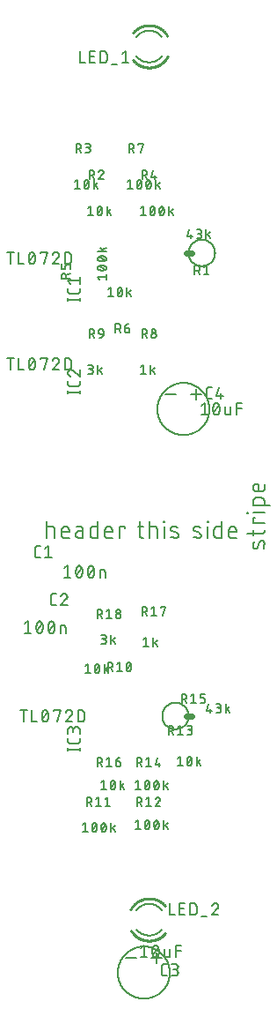
<source format=gto>
G04 EAGLE Gerber RS-274X export*
G75*
%MOMM*%
%FSLAX34Y34*%
%LPD*%
%INTop Silkscreen*%
%IPPOS*%
%AMOC8*
5,1,8,0,0,1.08239X$1,22.5*%
G01*
%ADD10C,0.152400*%
%ADD11C,0.127000*%
%ADD12C,0.203200*%
%ADD13C,0.254000*%
%ADD14C,0.609600*%


D10*
X246182Y451174D02*
X244376Y446659D01*
X244376Y446658D02*
X244339Y446570D01*
X244298Y446484D01*
X244254Y446399D01*
X244206Y446316D01*
X244155Y446236D01*
X244101Y446157D01*
X244043Y446081D01*
X243983Y446007D01*
X243919Y445935D01*
X243853Y445867D01*
X243783Y445801D01*
X243712Y445738D01*
X243637Y445677D01*
X243561Y445620D01*
X243482Y445567D01*
X243401Y445516D01*
X243318Y445469D01*
X243233Y445425D01*
X243146Y445385D01*
X243058Y445348D01*
X242968Y445315D01*
X242877Y445285D01*
X242785Y445260D01*
X242692Y445238D01*
X242598Y445220D01*
X242504Y445205D01*
X242409Y445195D01*
X242313Y445189D01*
X242218Y445186D01*
X242122Y445187D01*
X242027Y445193D01*
X241931Y445202D01*
X241837Y445215D01*
X241743Y445231D01*
X241649Y445252D01*
X241557Y445277D01*
X241466Y445305D01*
X241376Y445337D01*
X241287Y445372D01*
X241200Y445411D01*
X241114Y445454D01*
X241030Y445500D01*
X240949Y445550D01*
X240869Y445602D01*
X240791Y445658D01*
X240716Y445718D01*
X240644Y445780D01*
X240574Y445845D01*
X240506Y445913D01*
X240442Y445983D01*
X240380Y446056D01*
X240322Y446132D01*
X240266Y446210D01*
X240214Y446290D01*
X240165Y446372D01*
X240120Y446456D01*
X240078Y446542D01*
X240039Y446629D01*
X240004Y446718D01*
X239973Y446809D01*
X239946Y446900D01*
X239922Y446993D01*
X239902Y447086D01*
X239886Y447180D01*
X239874Y447275D01*
X239865Y447370D01*
X239861Y447466D01*
X239860Y447561D01*
X239867Y447808D01*
X239879Y448054D01*
X239897Y448300D01*
X239922Y448546D01*
X239952Y448790D01*
X239988Y449034D01*
X240030Y449277D01*
X240077Y449519D01*
X240131Y449760D01*
X240190Y449999D01*
X240255Y450237D01*
X240326Y450474D01*
X240402Y450708D01*
X240484Y450941D01*
X240572Y451171D01*
X240665Y451399D01*
X240763Y451626D01*
X246183Y451174D02*
X246220Y451262D01*
X246261Y451348D01*
X246305Y451433D01*
X246353Y451516D01*
X246404Y451596D01*
X246458Y451675D01*
X246516Y451751D01*
X246576Y451825D01*
X246640Y451897D01*
X246706Y451965D01*
X246776Y452031D01*
X246847Y452094D01*
X246922Y452155D01*
X246998Y452212D01*
X247077Y452265D01*
X247158Y452316D01*
X247241Y452363D01*
X247326Y452407D01*
X247413Y452447D01*
X247501Y452484D01*
X247591Y452517D01*
X247682Y452547D01*
X247774Y452572D01*
X247867Y452594D01*
X247961Y452612D01*
X248055Y452627D01*
X248150Y452637D01*
X248246Y452643D01*
X248341Y452646D01*
X248437Y452645D01*
X248532Y452639D01*
X248628Y452630D01*
X248722Y452617D01*
X248816Y452601D01*
X248910Y452580D01*
X249002Y452555D01*
X249093Y452527D01*
X249183Y452495D01*
X249272Y452460D01*
X249359Y452421D01*
X249445Y452378D01*
X249529Y452332D01*
X249610Y452282D01*
X249690Y452230D01*
X249768Y452174D01*
X249843Y452114D01*
X249915Y452052D01*
X249985Y451987D01*
X250053Y451919D01*
X250117Y451849D01*
X250179Y451776D01*
X250237Y451700D01*
X250293Y451622D01*
X250345Y451542D01*
X250394Y451460D01*
X250439Y451376D01*
X250481Y451290D01*
X250520Y451203D01*
X250555Y451114D01*
X250586Y451023D01*
X250613Y450932D01*
X250637Y450839D01*
X250657Y450746D01*
X250673Y450652D01*
X250685Y450557D01*
X250694Y450462D01*
X250698Y450366D01*
X250699Y450271D01*
X250698Y450271D02*
X250689Y449909D01*
X250671Y449547D01*
X250644Y449186D01*
X250609Y448826D01*
X250566Y448466D01*
X250514Y448107D01*
X250453Y447750D01*
X250384Y447395D01*
X250307Y447041D01*
X250221Y446689D01*
X250127Y446339D01*
X250024Y445991D01*
X249914Y445646D01*
X249795Y445304D01*
X239861Y457554D02*
X239861Y462972D01*
X234442Y459360D02*
X247989Y459360D01*
X248090Y459362D01*
X248191Y459368D01*
X248292Y459377D01*
X248393Y459390D01*
X248493Y459407D01*
X248592Y459428D01*
X248690Y459452D01*
X248787Y459480D01*
X248884Y459512D01*
X248979Y459547D01*
X249072Y459586D01*
X249164Y459628D01*
X249255Y459674D01*
X249344Y459723D01*
X249430Y459775D01*
X249515Y459831D01*
X249598Y459889D01*
X249678Y459951D01*
X249756Y460016D01*
X249832Y460083D01*
X249905Y460153D01*
X249975Y460226D01*
X250042Y460302D01*
X250107Y460380D01*
X250169Y460460D01*
X250227Y460543D01*
X250283Y460628D01*
X250335Y460715D01*
X250384Y460803D01*
X250430Y460894D01*
X250472Y460986D01*
X250511Y461079D01*
X250546Y461174D01*
X250578Y461271D01*
X250606Y461368D01*
X250630Y461466D01*
X250651Y461565D01*
X250668Y461665D01*
X250681Y461766D01*
X250690Y461867D01*
X250696Y461968D01*
X250698Y462069D01*
X250698Y462972D01*
X250698Y469357D02*
X239861Y469357D01*
X239861Y474775D01*
X241667Y474775D01*
X239861Y479658D02*
X250698Y479658D01*
X235345Y479206D02*
X234442Y479206D01*
X234442Y480109D01*
X235345Y480109D01*
X235345Y479206D01*
X239861Y486539D02*
X256117Y486539D01*
X239861Y486539D02*
X239861Y491055D01*
X239863Y491159D01*
X239869Y491262D01*
X239879Y491366D01*
X239893Y491469D01*
X239911Y491571D01*
X239932Y491672D01*
X239958Y491773D01*
X239987Y491872D01*
X240020Y491971D01*
X240057Y492068D01*
X240098Y492163D01*
X240142Y492257D01*
X240190Y492349D01*
X240241Y492439D01*
X240296Y492528D01*
X240354Y492614D01*
X240416Y492697D01*
X240480Y492779D01*
X240548Y492857D01*
X240618Y492933D01*
X240691Y493007D01*
X240768Y493077D01*
X240846Y493145D01*
X240928Y493209D01*
X241011Y493271D01*
X241097Y493329D01*
X241186Y493384D01*
X241276Y493435D01*
X241368Y493483D01*
X241462Y493527D01*
X241557Y493568D01*
X241654Y493605D01*
X241753Y493638D01*
X241852Y493667D01*
X241953Y493693D01*
X242054Y493714D01*
X242156Y493732D01*
X242259Y493746D01*
X242363Y493756D01*
X242466Y493762D01*
X242570Y493764D01*
X247989Y493764D01*
X248090Y493762D01*
X248191Y493756D01*
X248292Y493747D01*
X248393Y493734D01*
X248493Y493717D01*
X248592Y493696D01*
X248690Y493672D01*
X248787Y493644D01*
X248884Y493612D01*
X248979Y493577D01*
X249072Y493538D01*
X249164Y493496D01*
X249255Y493450D01*
X249344Y493401D01*
X249430Y493349D01*
X249515Y493293D01*
X249598Y493235D01*
X249678Y493173D01*
X249756Y493108D01*
X249832Y493041D01*
X249905Y492971D01*
X249975Y492898D01*
X250042Y492822D01*
X250107Y492744D01*
X250169Y492664D01*
X250227Y492581D01*
X250283Y492496D01*
X250335Y492410D01*
X250384Y492321D01*
X250430Y492230D01*
X250472Y492138D01*
X250511Y492045D01*
X250546Y491950D01*
X250578Y491853D01*
X250606Y491756D01*
X250630Y491658D01*
X250651Y491559D01*
X250668Y491459D01*
X250681Y491358D01*
X250690Y491257D01*
X250696Y491156D01*
X250698Y491055D01*
X250698Y486539D01*
X250698Y502722D02*
X250698Y507238D01*
X250698Y502722D02*
X250696Y502621D01*
X250690Y502520D01*
X250681Y502419D01*
X250668Y502318D01*
X250651Y502218D01*
X250630Y502119D01*
X250606Y502021D01*
X250578Y501924D01*
X250546Y501827D01*
X250511Y501732D01*
X250472Y501639D01*
X250430Y501547D01*
X250384Y501456D01*
X250335Y501368D01*
X250283Y501281D01*
X250227Y501196D01*
X250169Y501113D01*
X250107Y501033D01*
X250042Y500955D01*
X249975Y500879D01*
X249905Y500806D01*
X249832Y500736D01*
X249756Y500669D01*
X249678Y500604D01*
X249598Y500542D01*
X249515Y500484D01*
X249430Y500428D01*
X249344Y500376D01*
X249255Y500327D01*
X249164Y500281D01*
X249072Y500239D01*
X248979Y500200D01*
X248884Y500165D01*
X248787Y500133D01*
X248690Y500105D01*
X248592Y500081D01*
X248493Y500060D01*
X248393Y500043D01*
X248292Y500030D01*
X248191Y500021D01*
X248090Y500015D01*
X247989Y500013D01*
X243473Y500013D01*
X243473Y500014D02*
X243354Y500016D01*
X243234Y500022D01*
X243115Y500032D01*
X242997Y500046D01*
X242878Y500063D01*
X242761Y500085D01*
X242644Y500110D01*
X242529Y500140D01*
X242414Y500173D01*
X242300Y500210D01*
X242188Y500250D01*
X242077Y500295D01*
X241968Y500343D01*
X241860Y500394D01*
X241754Y500449D01*
X241650Y500508D01*
X241548Y500570D01*
X241448Y500635D01*
X241350Y500704D01*
X241254Y500776D01*
X241161Y500851D01*
X241071Y500928D01*
X240983Y501009D01*
X240898Y501093D01*
X240816Y501180D01*
X240736Y501269D01*
X240660Y501361D01*
X240586Y501455D01*
X240516Y501552D01*
X240449Y501650D01*
X240385Y501751D01*
X240325Y501855D01*
X240268Y501960D01*
X240215Y502067D01*
X240165Y502175D01*
X240119Y502285D01*
X240077Y502397D01*
X240038Y502510D01*
X240003Y502624D01*
X239972Y502739D01*
X239944Y502856D01*
X239921Y502973D01*
X239901Y503090D01*
X239885Y503209D01*
X239873Y503328D01*
X239865Y503447D01*
X239861Y503566D01*
X239861Y503686D01*
X239865Y503805D01*
X239873Y503924D01*
X239885Y504043D01*
X239901Y504162D01*
X239921Y504279D01*
X239944Y504396D01*
X239972Y504513D01*
X240003Y504628D01*
X240038Y504742D01*
X240077Y504855D01*
X240119Y504967D01*
X240165Y505077D01*
X240215Y505185D01*
X240268Y505292D01*
X240325Y505397D01*
X240385Y505501D01*
X240449Y505602D01*
X240516Y505700D01*
X240586Y505797D01*
X240660Y505891D01*
X240736Y505983D01*
X240816Y506072D01*
X240898Y506159D01*
X240983Y506243D01*
X241071Y506324D01*
X241161Y506401D01*
X241254Y506476D01*
X241350Y506548D01*
X241448Y506617D01*
X241548Y506682D01*
X241650Y506744D01*
X241754Y506803D01*
X241860Y506858D01*
X241968Y506909D01*
X242077Y506957D01*
X242188Y507002D01*
X242300Y507042D01*
X242414Y507079D01*
X242529Y507112D01*
X242644Y507142D01*
X242761Y507167D01*
X242878Y507189D01*
X242997Y507206D01*
X243115Y507220D01*
X243234Y507230D01*
X243354Y507236D01*
X243473Y507238D01*
X245279Y507238D01*
X245279Y500013D01*
X41402Y471678D02*
X41402Y455422D01*
X41402Y466259D02*
X45918Y466259D01*
X46022Y466257D01*
X46125Y466251D01*
X46229Y466241D01*
X46332Y466227D01*
X46434Y466209D01*
X46535Y466188D01*
X46636Y466162D01*
X46735Y466133D01*
X46834Y466100D01*
X46931Y466063D01*
X47026Y466022D01*
X47120Y465978D01*
X47212Y465930D01*
X47302Y465879D01*
X47391Y465824D01*
X47477Y465766D01*
X47560Y465704D01*
X47642Y465640D01*
X47720Y465572D01*
X47796Y465502D01*
X47870Y465429D01*
X47940Y465352D01*
X48008Y465274D01*
X48072Y465192D01*
X48134Y465109D01*
X48192Y465023D01*
X48247Y464934D01*
X48298Y464844D01*
X48346Y464752D01*
X48390Y464658D01*
X48431Y464563D01*
X48468Y464466D01*
X48501Y464367D01*
X48530Y464268D01*
X48556Y464167D01*
X48577Y464066D01*
X48595Y463964D01*
X48609Y463861D01*
X48619Y463757D01*
X48625Y463654D01*
X48627Y463550D01*
X48627Y455422D01*
X58179Y455422D02*
X62695Y455422D01*
X58179Y455422D02*
X58078Y455424D01*
X57977Y455430D01*
X57876Y455439D01*
X57775Y455452D01*
X57675Y455469D01*
X57576Y455490D01*
X57478Y455514D01*
X57381Y455542D01*
X57284Y455574D01*
X57189Y455609D01*
X57096Y455648D01*
X57004Y455690D01*
X56913Y455736D01*
X56825Y455785D01*
X56738Y455837D01*
X56653Y455893D01*
X56570Y455951D01*
X56490Y456013D01*
X56412Y456078D01*
X56336Y456145D01*
X56263Y456215D01*
X56193Y456288D01*
X56126Y456364D01*
X56061Y456442D01*
X55999Y456522D01*
X55941Y456605D01*
X55885Y456690D01*
X55833Y456777D01*
X55784Y456865D01*
X55738Y456956D01*
X55696Y457048D01*
X55657Y457141D01*
X55622Y457236D01*
X55590Y457333D01*
X55562Y457430D01*
X55538Y457528D01*
X55517Y457627D01*
X55500Y457727D01*
X55487Y457828D01*
X55478Y457929D01*
X55472Y458030D01*
X55470Y458131D01*
X55470Y462647D01*
X55471Y462647D02*
X55473Y462766D01*
X55479Y462886D01*
X55489Y463005D01*
X55503Y463123D01*
X55520Y463242D01*
X55542Y463359D01*
X55567Y463476D01*
X55597Y463591D01*
X55630Y463706D01*
X55667Y463820D01*
X55707Y463932D01*
X55752Y464043D01*
X55800Y464152D01*
X55851Y464260D01*
X55906Y464366D01*
X55965Y464470D01*
X56027Y464572D01*
X56092Y464672D01*
X56161Y464770D01*
X56233Y464866D01*
X56308Y464959D01*
X56385Y465049D01*
X56466Y465137D01*
X56550Y465222D01*
X56637Y465304D01*
X56726Y465384D01*
X56818Y465460D01*
X56912Y465534D01*
X57009Y465604D01*
X57107Y465671D01*
X57208Y465735D01*
X57312Y465795D01*
X57417Y465852D01*
X57524Y465905D01*
X57632Y465955D01*
X57742Y466001D01*
X57854Y466043D01*
X57967Y466082D01*
X58081Y466117D01*
X58196Y466148D01*
X58313Y466176D01*
X58430Y466199D01*
X58547Y466219D01*
X58666Y466235D01*
X58785Y466247D01*
X58904Y466255D01*
X59023Y466259D01*
X59143Y466259D01*
X59262Y466255D01*
X59381Y466247D01*
X59500Y466235D01*
X59619Y466219D01*
X59736Y466199D01*
X59853Y466176D01*
X59970Y466148D01*
X60085Y466117D01*
X60199Y466082D01*
X60312Y466043D01*
X60424Y466001D01*
X60534Y465955D01*
X60642Y465905D01*
X60749Y465852D01*
X60854Y465795D01*
X60958Y465735D01*
X61059Y465671D01*
X61157Y465604D01*
X61254Y465534D01*
X61348Y465460D01*
X61440Y465384D01*
X61529Y465304D01*
X61616Y465222D01*
X61700Y465137D01*
X61781Y465049D01*
X61858Y464959D01*
X61933Y464866D01*
X62005Y464770D01*
X62074Y464672D01*
X62139Y464572D01*
X62201Y464470D01*
X62260Y464366D01*
X62315Y464260D01*
X62366Y464152D01*
X62414Y464043D01*
X62459Y463932D01*
X62499Y463820D01*
X62536Y463706D01*
X62569Y463591D01*
X62599Y463476D01*
X62624Y463359D01*
X62646Y463242D01*
X62663Y463123D01*
X62677Y463005D01*
X62687Y462886D01*
X62693Y462766D01*
X62695Y462647D01*
X62695Y460841D01*
X55470Y460841D01*
X72105Y461744D02*
X76169Y461744D01*
X72105Y461744D02*
X71993Y461742D01*
X71882Y461736D01*
X71771Y461726D01*
X71660Y461713D01*
X71550Y461695D01*
X71441Y461673D01*
X71332Y461648D01*
X71224Y461619D01*
X71118Y461586D01*
X71012Y461549D01*
X70908Y461509D01*
X70806Y461465D01*
X70705Y461417D01*
X70606Y461366D01*
X70508Y461311D01*
X70413Y461253D01*
X70320Y461192D01*
X70229Y461127D01*
X70140Y461059D01*
X70054Y460988D01*
X69971Y460915D01*
X69890Y460838D01*
X69811Y460758D01*
X69736Y460676D01*
X69664Y460591D01*
X69594Y460504D01*
X69528Y460414D01*
X69465Y460322D01*
X69405Y460227D01*
X69349Y460131D01*
X69296Y460033D01*
X69247Y459933D01*
X69201Y459831D01*
X69159Y459728D01*
X69120Y459623D01*
X69085Y459517D01*
X69054Y459410D01*
X69027Y459302D01*
X69003Y459193D01*
X68984Y459083D01*
X68968Y458973D01*
X68956Y458862D01*
X68948Y458750D01*
X68944Y458639D01*
X68944Y458527D01*
X68948Y458416D01*
X68956Y458304D01*
X68968Y458193D01*
X68984Y458083D01*
X69003Y457973D01*
X69027Y457864D01*
X69054Y457756D01*
X69085Y457649D01*
X69120Y457543D01*
X69159Y457438D01*
X69201Y457335D01*
X69247Y457233D01*
X69296Y457133D01*
X69349Y457035D01*
X69405Y456939D01*
X69465Y456844D01*
X69528Y456752D01*
X69594Y456662D01*
X69664Y456575D01*
X69736Y456490D01*
X69811Y456408D01*
X69890Y456328D01*
X69971Y456251D01*
X70054Y456178D01*
X70140Y456107D01*
X70229Y456039D01*
X70320Y455974D01*
X70413Y455913D01*
X70508Y455855D01*
X70606Y455800D01*
X70705Y455749D01*
X70806Y455701D01*
X70908Y455657D01*
X71012Y455617D01*
X71118Y455580D01*
X71224Y455547D01*
X71332Y455518D01*
X71441Y455493D01*
X71550Y455471D01*
X71660Y455453D01*
X71771Y455440D01*
X71882Y455430D01*
X71993Y455424D01*
X72105Y455422D01*
X76169Y455422D01*
X76169Y463550D01*
X76168Y463550D02*
X76166Y463651D01*
X76160Y463752D01*
X76151Y463853D01*
X76138Y463954D01*
X76121Y464054D01*
X76100Y464153D01*
X76076Y464251D01*
X76048Y464348D01*
X76016Y464445D01*
X75981Y464540D01*
X75942Y464633D01*
X75900Y464725D01*
X75854Y464816D01*
X75805Y464905D01*
X75753Y464991D01*
X75697Y465076D01*
X75639Y465159D01*
X75577Y465239D01*
X75512Y465317D01*
X75445Y465393D01*
X75375Y465466D01*
X75302Y465536D01*
X75226Y465603D01*
X75148Y465668D01*
X75068Y465730D01*
X74985Y465788D01*
X74900Y465844D01*
X74814Y465896D01*
X74725Y465945D01*
X74634Y465991D01*
X74542Y466033D01*
X74449Y466072D01*
X74354Y466107D01*
X74257Y466139D01*
X74160Y466167D01*
X74062Y466191D01*
X73963Y466212D01*
X73863Y466229D01*
X73762Y466242D01*
X73661Y466251D01*
X73560Y466257D01*
X73459Y466259D01*
X69847Y466259D01*
X90237Y471678D02*
X90237Y455422D01*
X85721Y455422D01*
X85620Y455424D01*
X85519Y455430D01*
X85418Y455439D01*
X85317Y455452D01*
X85217Y455469D01*
X85118Y455490D01*
X85020Y455514D01*
X84923Y455542D01*
X84826Y455574D01*
X84731Y455609D01*
X84638Y455648D01*
X84546Y455690D01*
X84455Y455736D01*
X84367Y455785D01*
X84280Y455837D01*
X84195Y455893D01*
X84112Y455951D01*
X84032Y456013D01*
X83954Y456078D01*
X83878Y456145D01*
X83805Y456215D01*
X83735Y456288D01*
X83668Y456364D01*
X83603Y456442D01*
X83541Y456522D01*
X83483Y456605D01*
X83427Y456690D01*
X83375Y456777D01*
X83326Y456865D01*
X83280Y456956D01*
X83238Y457048D01*
X83199Y457141D01*
X83164Y457236D01*
X83132Y457333D01*
X83104Y457430D01*
X83080Y457528D01*
X83059Y457627D01*
X83042Y457727D01*
X83029Y457828D01*
X83020Y457929D01*
X83014Y458030D01*
X83012Y458131D01*
X83012Y463550D01*
X83014Y463651D01*
X83020Y463752D01*
X83029Y463853D01*
X83042Y463954D01*
X83059Y464054D01*
X83080Y464153D01*
X83104Y464251D01*
X83132Y464348D01*
X83164Y464445D01*
X83199Y464540D01*
X83238Y464633D01*
X83280Y464725D01*
X83326Y464816D01*
X83375Y464905D01*
X83427Y464991D01*
X83483Y465076D01*
X83541Y465159D01*
X83603Y465239D01*
X83668Y465317D01*
X83735Y465393D01*
X83805Y465466D01*
X83878Y465536D01*
X83954Y465603D01*
X84032Y465668D01*
X84112Y465730D01*
X84195Y465788D01*
X84280Y465844D01*
X84367Y465896D01*
X84455Y465945D01*
X84546Y465991D01*
X84638Y466033D01*
X84731Y466072D01*
X84826Y466107D01*
X84923Y466139D01*
X85020Y466167D01*
X85118Y466191D01*
X85217Y466212D01*
X85317Y466229D01*
X85418Y466242D01*
X85519Y466251D01*
X85620Y466257D01*
X85721Y466259D01*
X90237Y466259D01*
X99863Y455422D02*
X104378Y455422D01*
X99863Y455422D02*
X99762Y455424D01*
X99661Y455430D01*
X99560Y455439D01*
X99459Y455452D01*
X99359Y455469D01*
X99260Y455490D01*
X99162Y455514D01*
X99065Y455542D01*
X98968Y455574D01*
X98873Y455609D01*
X98780Y455648D01*
X98688Y455690D01*
X98597Y455736D01*
X98509Y455785D01*
X98422Y455837D01*
X98337Y455893D01*
X98254Y455951D01*
X98174Y456013D01*
X98096Y456078D01*
X98020Y456145D01*
X97947Y456215D01*
X97877Y456288D01*
X97810Y456364D01*
X97745Y456442D01*
X97683Y456522D01*
X97625Y456605D01*
X97569Y456690D01*
X97517Y456777D01*
X97468Y456865D01*
X97422Y456956D01*
X97380Y457048D01*
X97341Y457141D01*
X97306Y457236D01*
X97274Y457333D01*
X97246Y457430D01*
X97222Y457528D01*
X97201Y457627D01*
X97184Y457727D01*
X97171Y457828D01*
X97162Y457929D01*
X97156Y458030D01*
X97154Y458131D01*
X97153Y458131D02*
X97153Y462647D01*
X97154Y462647D02*
X97156Y462766D01*
X97162Y462886D01*
X97172Y463005D01*
X97186Y463123D01*
X97203Y463242D01*
X97225Y463359D01*
X97250Y463476D01*
X97280Y463591D01*
X97313Y463706D01*
X97350Y463820D01*
X97390Y463932D01*
X97435Y464043D01*
X97483Y464152D01*
X97534Y464260D01*
X97589Y464366D01*
X97648Y464470D01*
X97710Y464572D01*
X97775Y464672D01*
X97844Y464770D01*
X97916Y464866D01*
X97991Y464959D01*
X98068Y465049D01*
X98149Y465137D01*
X98233Y465222D01*
X98320Y465304D01*
X98409Y465384D01*
X98501Y465460D01*
X98595Y465534D01*
X98692Y465604D01*
X98790Y465671D01*
X98891Y465735D01*
X98995Y465795D01*
X99100Y465852D01*
X99207Y465905D01*
X99315Y465955D01*
X99425Y466001D01*
X99537Y466043D01*
X99650Y466082D01*
X99764Y466117D01*
X99879Y466148D01*
X99996Y466176D01*
X100113Y466199D01*
X100230Y466219D01*
X100349Y466235D01*
X100468Y466247D01*
X100587Y466255D01*
X100706Y466259D01*
X100826Y466259D01*
X100945Y466255D01*
X101064Y466247D01*
X101183Y466235D01*
X101302Y466219D01*
X101419Y466199D01*
X101536Y466176D01*
X101653Y466148D01*
X101768Y466117D01*
X101882Y466082D01*
X101995Y466043D01*
X102107Y466001D01*
X102217Y465955D01*
X102325Y465905D01*
X102432Y465852D01*
X102537Y465795D01*
X102641Y465735D01*
X102742Y465671D01*
X102840Y465604D01*
X102937Y465534D01*
X103031Y465460D01*
X103123Y465384D01*
X103212Y465304D01*
X103299Y465222D01*
X103383Y465137D01*
X103464Y465049D01*
X103541Y464959D01*
X103616Y464866D01*
X103688Y464770D01*
X103757Y464672D01*
X103822Y464572D01*
X103884Y464470D01*
X103943Y464366D01*
X103998Y464260D01*
X104049Y464152D01*
X104097Y464043D01*
X104142Y463932D01*
X104182Y463820D01*
X104219Y463706D01*
X104252Y463591D01*
X104282Y463476D01*
X104307Y463359D01*
X104329Y463242D01*
X104346Y463123D01*
X104360Y463005D01*
X104370Y462886D01*
X104376Y462766D01*
X104378Y462647D01*
X104378Y460841D01*
X97153Y460841D01*
X111306Y455422D02*
X111306Y466259D01*
X116725Y466259D01*
X116725Y464453D01*
X128682Y466259D02*
X134100Y466259D01*
X130488Y471678D02*
X130488Y458131D01*
X130490Y458030D01*
X130496Y457929D01*
X130505Y457828D01*
X130518Y457727D01*
X130535Y457627D01*
X130556Y457528D01*
X130580Y457430D01*
X130608Y457333D01*
X130640Y457236D01*
X130675Y457141D01*
X130714Y457048D01*
X130756Y456956D01*
X130802Y456865D01*
X130851Y456777D01*
X130903Y456690D01*
X130959Y456605D01*
X131017Y456522D01*
X131079Y456442D01*
X131144Y456364D01*
X131211Y456288D01*
X131281Y456215D01*
X131354Y456145D01*
X131430Y456078D01*
X131508Y456013D01*
X131588Y455951D01*
X131671Y455893D01*
X131756Y455837D01*
X131843Y455785D01*
X131931Y455736D01*
X132022Y455690D01*
X132114Y455648D01*
X132207Y455609D01*
X132302Y455574D01*
X132399Y455542D01*
X132496Y455514D01*
X132594Y455490D01*
X132693Y455469D01*
X132793Y455452D01*
X132894Y455439D01*
X132995Y455430D01*
X133096Y455424D01*
X133197Y455422D01*
X134100Y455422D01*
X140400Y455422D02*
X140400Y471678D01*
X140400Y466259D02*
X144915Y466259D01*
X145019Y466257D01*
X145122Y466251D01*
X145226Y466241D01*
X145329Y466227D01*
X145431Y466209D01*
X145532Y466188D01*
X145633Y466162D01*
X145732Y466133D01*
X145831Y466100D01*
X145928Y466063D01*
X146023Y466022D01*
X146117Y465978D01*
X146209Y465930D01*
X146299Y465879D01*
X146388Y465824D01*
X146474Y465766D01*
X146557Y465704D01*
X146639Y465640D01*
X146717Y465572D01*
X146793Y465502D01*
X146867Y465429D01*
X146937Y465352D01*
X147005Y465274D01*
X147069Y465192D01*
X147131Y465109D01*
X147189Y465023D01*
X147244Y464934D01*
X147295Y464844D01*
X147343Y464752D01*
X147387Y464658D01*
X147428Y464563D01*
X147465Y464466D01*
X147498Y464367D01*
X147527Y464268D01*
X147553Y464167D01*
X147574Y464066D01*
X147592Y463964D01*
X147606Y463861D01*
X147616Y463757D01*
X147622Y463654D01*
X147624Y463550D01*
X147625Y463550D02*
X147625Y455422D01*
X154433Y455422D02*
X154433Y466259D01*
X153981Y470775D02*
X153981Y471678D01*
X154884Y471678D01*
X154884Y470775D01*
X153981Y470775D01*
X162075Y461744D02*
X166590Y459938D01*
X162075Y461744D02*
X161987Y461781D01*
X161901Y461822D01*
X161816Y461866D01*
X161733Y461914D01*
X161653Y461965D01*
X161574Y462019D01*
X161498Y462077D01*
X161424Y462137D01*
X161352Y462201D01*
X161284Y462267D01*
X161218Y462337D01*
X161155Y462408D01*
X161094Y462483D01*
X161037Y462559D01*
X160984Y462638D01*
X160933Y462719D01*
X160886Y462802D01*
X160842Y462887D01*
X160802Y462974D01*
X160765Y463062D01*
X160732Y463152D01*
X160702Y463243D01*
X160677Y463335D01*
X160655Y463428D01*
X160637Y463522D01*
X160622Y463616D01*
X160612Y463711D01*
X160606Y463807D01*
X160603Y463902D01*
X160604Y463998D01*
X160610Y464093D01*
X160619Y464189D01*
X160632Y464283D01*
X160648Y464377D01*
X160669Y464471D01*
X160694Y464563D01*
X160722Y464654D01*
X160754Y464744D01*
X160789Y464833D01*
X160828Y464920D01*
X160871Y465006D01*
X160917Y465090D01*
X160967Y465171D01*
X161019Y465251D01*
X161075Y465329D01*
X161135Y465404D01*
X161197Y465476D01*
X161262Y465546D01*
X161330Y465614D01*
X161400Y465678D01*
X161473Y465740D01*
X161549Y465798D01*
X161627Y465854D01*
X161707Y465906D01*
X161789Y465955D01*
X161873Y466000D01*
X161959Y466042D01*
X162046Y466081D01*
X162135Y466116D01*
X162226Y466147D01*
X162317Y466174D01*
X162410Y466198D01*
X162503Y466218D01*
X162597Y466234D01*
X162692Y466246D01*
X162787Y466255D01*
X162883Y466259D01*
X162978Y466260D01*
X163225Y466253D01*
X163471Y466241D01*
X163717Y466223D01*
X163963Y466198D01*
X164207Y466168D01*
X164451Y466132D01*
X164694Y466091D01*
X164936Y466043D01*
X165177Y465989D01*
X165416Y465930D01*
X165654Y465865D01*
X165890Y465794D01*
X166125Y465718D01*
X166358Y465636D01*
X166588Y465548D01*
X166816Y465455D01*
X167043Y465357D01*
X166591Y459937D02*
X166679Y459900D01*
X166765Y459859D01*
X166850Y459815D01*
X166933Y459767D01*
X167013Y459716D01*
X167092Y459662D01*
X167168Y459604D01*
X167242Y459544D01*
X167314Y459480D01*
X167382Y459414D01*
X167448Y459344D01*
X167511Y459273D01*
X167572Y459198D01*
X167629Y459122D01*
X167682Y459043D01*
X167733Y458962D01*
X167780Y458879D01*
X167824Y458794D01*
X167864Y458707D01*
X167901Y458619D01*
X167934Y458529D01*
X167964Y458438D01*
X167989Y458346D01*
X168011Y458253D01*
X168029Y458159D01*
X168044Y458065D01*
X168054Y457970D01*
X168060Y457874D01*
X168063Y457779D01*
X168062Y457683D01*
X168056Y457588D01*
X168047Y457492D01*
X168034Y457398D01*
X168018Y457304D01*
X167997Y457210D01*
X167972Y457118D01*
X167944Y457027D01*
X167912Y456937D01*
X167877Y456848D01*
X167838Y456761D01*
X167795Y456675D01*
X167749Y456591D01*
X167699Y456510D01*
X167647Y456430D01*
X167591Y456352D01*
X167531Y456277D01*
X167469Y456205D01*
X167404Y456135D01*
X167336Y456067D01*
X167266Y456003D01*
X167193Y455941D01*
X167117Y455883D01*
X167039Y455827D01*
X166959Y455775D01*
X166877Y455726D01*
X166793Y455681D01*
X166707Y455639D01*
X166620Y455600D01*
X166531Y455565D01*
X166440Y455534D01*
X166349Y455507D01*
X166256Y455483D01*
X166163Y455463D01*
X166069Y455447D01*
X165974Y455435D01*
X165879Y455426D01*
X165783Y455422D01*
X165688Y455421D01*
X165687Y455422D02*
X165325Y455431D01*
X164963Y455449D01*
X164602Y455476D01*
X164242Y455511D01*
X163882Y455554D01*
X163523Y455606D01*
X163166Y455667D01*
X162811Y455736D01*
X162457Y455813D01*
X162105Y455899D01*
X161755Y455993D01*
X161407Y456096D01*
X161062Y456206D01*
X160720Y456325D01*
X183959Y461744D02*
X188474Y459938D01*
X183958Y461744D02*
X183870Y461781D01*
X183784Y461822D01*
X183699Y461866D01*
X183616Y461914D01*
X183536Y461965D01*
X183457Y462019D01*
X183381Y462077D01*
X183307Y462137D01*
X183235Y462201D01*
X183167Y462267D01*
X183101Y462337D01*
X183038Y462408D01*
X182977Y462483D01*
X182920Y462559D01*
X182867Y462638D01*
X182816Y462719D01*
X182769Y462802D01*
X182725Y462887D01*
X182685Y462974D01*
X182648Y463062D01*
X182615Y463152D01*
X182585Y463243D01*
X182560Y463335D01*
X182538Y463428D01*
X182520Y463522D01*
X182505Y463616D01*
X182495Y463711D01*
X182489Y463807D01*
X182486Y463902D01*
X182487Y463998D01*
X182493Y464093D01*
X182502Y464189D01*
X182515Y464283D01*
X182531Y464377D01*
X182552Y464471D01*
X182577Y464563D01*
X182605Y464654D01*
X182637Y464744D01*
X182672Y464833D01*
X182711Y464920D01*
X182754Y465006D01*
X182800Y465090D01*
X182850Y465171D01*
X182902Y465251D01*
X182958Y465329D01*
X183018Y465404D01*
X183080Y465476D01*
X183145Y465546D01*
X183213Y465614D01*
X183283Y465678D01*
X183356Y465740D01*
X183432Y465798D01*
X183510Y465854D01*
X183590Y465906D01*
X183672Y465955D01*
X183756Y466000D01*
X183842Y466042D01*
X183929Y466081D01*
X184018Y466116D01*
X184109Y466147D01*
X184200Y466174D01*
X184293Y466198D01*
X184386Y466218D01*
X184480Y466234D01*
X184575Y466246D01*
X184670Y466255D01*
X184766Y466259D01*
X184861Y466260D01*
X185108Y466253D01*
X185354Y466241D01*
X185600Y466223D01*
X185846Y466198D01*
X186090Y466168D01*
X186334Y466132D01*
X186577Y466091D01*
X186819Y466043D01*
X187060Y465989D01*
X187299Y465930D01*
X187537Y465865D01*
X187773Y465794D01*
X188008Y465718D01*
X188241Y465636D01*
X188471Y465548D01*
X188699Y465455D01*
X188926Y465357D01*
X188474Y459937D02*
X188562Y459900D01*
X188648Y459859D01*
X188733Y459815D01*
X188816Y459767D01*
X188896Y459716D01*
X188975Y459662D01*
X189051Y459604D01*
X189125Y459544D01*
X189197Y459480D01*
X189265Y459414D01*
X189331Y459344D01*
X189394Y459273D01*
X189455Y459198D01*
X189512Y459122D01*
X189565Y459043D01*
X189616Y458962D01*
X189663Y458879D01*
X189707Y458794D01*
X189747Y458707D01*
X189784Y458619D01*
X189817Y458529D01*
X189847Y458438D01*
X189872Y458346D01*
X189894Y458253D01*
X189912Y458159D01*
X189927Y458065D01*
X189937Y457970D01*
X189943Y457874D01*
X189946Y457779D01*
X189945Y457683D01*
X189939Y457588D01*
X189930Y457492D01*
X189917Y457398D01*
X189901Y457304D01*
X189880Y457210D01*
X189855Y457118D01*
X189827Y457027D01*
X189795Y456937D01*
X189760Y456848D01*
X189721Y456761D01*
X189678Y456675D01*
X189632Y456591D01*
X189582Y456510D01*
X189530Y456430D01*
X189474Y456352D01*
X189414Y456277D01*
X189352Y456205D01*
X189287Y456135D01*
X189219Y456067D01*
X189149Y456003D01*
X189076Y455941D01*
X189000Y455883D01*
X188922Y455827D01*
X188842Y455775D01*
X188760Y455726D01*
X188676Y455681D01*
X188590Y455639D01*
X188503Y455600D01*
X188414Y455565D01*
X188323Y455534D01*
X188232Y455507D01*
X188139Y455483D01*
X188046Y455463D01*
X187952Y455447D01*
X187857Y455435D01*
X187762Y455426D01*
X187666Y455422D01*
X187571Y455421D01*
X187571Y455422D02*
X187209Y455431D01*
X186847Y455449D01*
X186486Y455476D01*
X186126Y455511D01*
X185766Y455554D01*
X185407Y455606D01*
X185050Y455667D01*
X184695Y455736D01*
X184341Y455813D01*
X183989Y455899D01*
X183639Y455993D01*
X183291Y456096D01*
X182946Y456206D01*
X182604Y456325D01*
X196116Y455422D02*
X196116Y466259D01*
X195665Y470775D02*
X195665Y471678D01*
X196568Y471678D01*
X196568Y470775D01*
X195665Y470775D01*
X209555Y471678D02*
X209555Y455422D01*
X205039Y455422D01*
X204938Y455424D01*
X204837Y455430D01*
X204736Y455439D01*
X204635Y455452D01*
X204535Y455469D01*
X204436Y455490D01*
X204338Y455514D01*
X204241Y455542D01*
X204144Y455574D01*
X204049Y455609D01*
X203956Y455648D01*
X203864Y455690D01*
X203773Y455736D01*
X203685Y455785D01*
X203598Y455837D01*
X203513Y455893D01*
X203430Y455951D01*
X203350Y456013D01*
X203272Y456078D01*
X203196Y456145D01*
X203123Y456215D01*
X203053Y456288D01*
X202986Y456364D01*
X202921Y456442D01*
X202859Y456522D01*
X202801Y456605D01*
X202745Y456690D01*
X202693Y456777D01*
X202644Y456865D01*
X202598Y456956D01*
X202556Y457048D01*
X202517Y457141D01*
X202482Y457236D01*
X202450Y457333D01*
X202422Y457430D01*
X202398Y457528D01*
X202377Y457627D01*
X202360Y457727D01*
X202347Y457828D01*
X202338Y457929D01*
X202332Y458030D01*
X202330Y458131D01*
X202330Y463550D01*
X202332Y463651D01*
X202338Y463752D01*
X202347Y463853D01*
X202360Y463954D01*
X202377Y464054D01*
X202398Y464153D01*
X202422Y464251D01*
X202450Y464348D01*
X202482Y464445D01*
X202517Y464540D01*
X202556Y464633D01*
X202598Y464725D01*
X202644Y464816D01*
X202693Y464905D01*
X202745Y464991D01*
X202801Y465076D01*
X202859Y465159D01*
X202921Y465239D01*
X202986Y465317D01*
X203053Y465393D01*
X203123Y465466D01*
X203196Y465536D01*
X203272Y465603D01*
X203350Y465668D01*
X203430Y465730D01*
X203513Y465788D01*
X203598Y465844D01*
X203685Y465896D01*
X203773Y465945D01*
X203864Y465991D01*
X203956Y466033D01*
X204049Y466072D01*
X204144Y466107D01*
X204241Y466139D01*
X204338Y466167D01*
X204436Y466191D01*
X204535Y466212D01*
X204635Y466229D01*
X204736Y466242D01*
X204837Y466251D01*
X204938Y466257D01*
X205039Y466259D01*
X209555Y466259D01*
X219181Y455422D02*
X223696Y455422D01*
X219181Y455422D02*
X219080Y455424D01*
X218979Y455430D01*
X218878Y455439D01*
X218777Y455452D01*
X218677Y455469D01*
X218578Y455490D01*
X218480Y455514D01*
X218383Y455542D01*
X218286Y455574D01*
X218191Y455609D01*
X218098Y455648D01*
X218006Y455690D01*
X217915Y455736D01*
X217827Y455785D01*
X217740Y455837D01*
X217655Y455893D01*
X217572Y455951D01*
X217492Y456013D01*
X217414Y456078D01*
X217338Y456145D01*
X217265Y456215D01*
X217195Y456288D01*
X217128Y456364D01*
X217063Y456442D01*
X217001Y456522D01*
X216943Y456605D01*
X216887Y456690D01*
X216835Y456777D01*
X216786Y456865D01*
X216740Y456956D01*
X216698Y457048D01*
X216659Y457141D01*
X216624Y457236D01*
X216592Y457333D01*
X216564Y457430D01*
X216540Y457528D01*
X216519Y457627D01*
X216502Y457727D01*
X216489Y457828D01*
X216480Y457929D01*
X216474Y458030D01*
X216472Y458131D01*
X216472Y462647D01*
X216474Y462766D01*
X216480Y462886D01*
X216490Y463005D01*
X216504Y463123D01*
X216521Y463242D01*
X216543Y463359D01*
X216568Y463476D01*
X216598Y463591D01*
X216631Y463706D01*
X216668Y463820D01*
X216708Y463932D01*
X216753Y464043D01*
X216801Y464152D01*
X216852Y464260D01*
X216907Y464366D01*
X216966Y464470D01*
X217028Y464572D01*
X217093Y464672D01*
X217162Y464770D01*
X217234Y464866D01*
X217309Y464959D01*
X217386Y465049D01*
X217467Y465137D01*
X217551Y465222D01*
X217638Y465304D01*
X217727Y465384D01*
X217819Y465460D01*
X217913Y465534D01*
X218010Y465604D01*
X218108Y465671D01*
X218209Y465735D01*
X218313Y465795D01*
X218418Y465852D01*
X218525Y465905D01*
X218633Y465955D01*
X218743Y466001D01*
X218855Y466043D01*
X218968Y466082D01*
X219082Y466117D01*
X219197Y466148D01*
X219314Y466176D01*
X219431Y466199D01*
X219548Y466219D01*
X219667Y466235D01*
X219786Y466247D01*
X219905Y466255D01*
X220024Y466259D01*
X220144Y466259D01*
X220263Y466255D01*
X220382Y466247D01*
X220501Y466235D01*
X220620Y466219D01*
X220737Y466199D01*
X220854Y466176D01*
X220971Y466148D01*
X221086Y466117D01*
X221200Y466082D01*
X221313Y466043D01*
X221425Y466001D01*
X221535Y465955D01*
X221643Y465905D01*
X221750Y465852D01*
X221855Y465795D01*
X221959Y465735D01*
X222060Y465671D01*
X222158Y465604D01*
X222255Y465534D01*
X222349Y465460D01*
X222441Y465384D01*
X222530Y465304D01*
X222617Y465222D01*
X222701Y465137D01*
X222782Y465049D01*
X222859Y464959D01*
X222934Y464866D01*
X223006Y464770D01*
X223075Y464672D01*
X223140Y464572D01*
X223202Y464470D01*
X223261Y464366D01*
X223316Y464260D01*
X223367Y464152D01*
X223415Y464043D01*
X223460Y463932D01*
X223500Y463820D01*
X223537Y463706D01*
X223570Y463591D01*
X223600Y463476D01*
X223625Y463359D01*
X223647Y463242D01*
X223664Y463123D01*
X223678Y463005D01*
X223688Y462886D01*
X223694Y462766D01*
X223696Y462647D01*
X223696Y460841D01*
X216472Y460841D01*
D11*
X34925Y436245D02*
X32385Y436245D01*
X32285Y436247D01*
X32186Y436253D01*
X32086Y436263D01*
X31988Y436276D01*
X31889Y436294D01*
X31792Y436315D01*
X31696Y436340D01*
X31600Y436369D01*
X31506Y436402D01*
X31413Y436438D01*
X31322Y436478D01*
X31232Y436522D01*
X31144Y436569D01*
X31058Y436619D01*
X30974Y436673D01*
X30892Y436730D01*
X30813Y436790D01*
X30735Y436854D01*
X30661Y436920D01*
X30589Y436989D01*
X30520Y437061D01*
X30454Y437135D01*
X30390Y437213D01*
X30330Y437292D01*
X30273Y437374D01*
X30219Y437458D01*
X30169Y437544D01*
X30122Y437632D01*
X30078Y437722D01*
X30038Y437813D01*
X30002Y437906D01*
X29969Y438000D01*
X29940Y438096D01*
X29915Y438192D01*
X29894Y438289D01*
X29876Y438388D01*
X29863Y438486D01*
X29853Y438586D01*
X29847Y438685D01*
X29845Y438785D01*
X29845Y445135D01*
X29847Y445235D01*
X29853Y445334D01*
X29863Y445434D01*
X29876Y445532D01*
X29894Y445631D01*
X29915Y445728D01*
X29940Y445824D01*
X29969Y445920D01*
X30002Y446014D01*
X30038Y446107D01*
X30078Y446198D01*
X30122Y446288D01*
X30169Y446376D01*
X30219Y446462D01*
X30273Y446546D01*
X30330Y446628D01*
X30390Y446707D01*
X30454Y446785D01*
X30520Y446859D01*
X30589Y446931D01*
X30661Y447000D01*
X30735Y447066D01*
X30813Y447130D01*
X30892Y447190D01*
X30974Y447247D01*
X31058Y447301D01*
X31144Y447351D01*
X31232Y447398D01*
X31322Y447442D01*
X31413Y447482D01*
X31506Y447518D01*
X31600Y447551D01*
X31696Y447580D01*
X31792Y447605D01*
X31889Y447626D01*
X31988Y447644D01*
X32086Y447657D01*
X32186Y447667D01*
X32285Y447673D01*
X32385Y447675D01*
X34925Y447675D01*
X39407Y445135D02*
X42582Y447675D01*
X42582Y436245D01*
X39407Y436245D02*
X45757Y436245D01*
X57785Y426085D02*
X60960Y428625D01*
X60960Y417195D01*
X57785Y417195D02*
X64135Y417195D01*
X69215Y422910D02*
X69218Y423135D01*
X69226Y423360D01*
X69239Y423584D01*
X69258Y423808D01*
X69282Y424032D01*
X69311Y424255D01*
X69346Y424477D01*
X69386Y424698D01*
X69432Y424918D01*
X69482Y425137D01*
X69538Y425355D01*
X69599Y425572D01*
X69665Y425787D01*
X69736Y426000D01*
X69813Y426211D01*
X69894Y426421D01*
X69980Y426629D01*
X70071Y426834D01*
X70167Y427037D01*
X70167Y427038D02*
X70199Y427126D01*
X70235Y427213D01*
X70274Y427299D01*
X70317Y427383D01*
X70363Y427465D01*
X70412Y427545D01*
X70464Y427623D01*
X70520Y427699D01*
X70578Y427773D01*
X70640Y427844D01*
X70704Y427913D01*
X70771Y427979D01*
X70840Y428042D01*
X70912Y428103D01*
X70986Y428161D01*
X71063Y428215D01*
X71141Y428267D01*
X71222Y428315D01*
X71304Y428360D01*
X71389Y428402D01*
X71475Y428440D01*
X71562Y428475D01*
X71650Y428507D01*
X71740Y428534D01*
X71831Y428559D01*
X71923Y428579D01*
X72015Y428596D01*
X72109Y428609D01*
X72202Y428618D01*
X72296Y428624D01*
X72390Y428626D01*
X72484Y428624D01*
X72578Y428618D01*
X72671Y428609D01*
X72765Y428596D01*
X72857Y428579D01*
X72949Y428559D01*
X73040Y428534D01*
X73130Y428507D01*
X73218Y428475D01*
X73305Y428440D01*
X73391Y428402D01*
X73476Y428360D01*
X73558Y428315D01*
X73639Y428267D01*
X73717Y428215D01*
X73794Y428161D01*
X73868Y428103D01*
X73940Y428042D01*
X74009Y427979D01*
X74076Y427913D01*
X74140Y427844D01*
X74202Y427773D01*
X74260Y427699D01*
X74316Y427623D01*
X74368Y427545D01*
X74417Y427465D01*
X74463Y427383D01*
X74506Y427299D01*
X74545Y427213D01*
X74581Y427126D01*
X74613Y427038D01*
X74613Y427037D02*
X74709Y426834D01*
X74800Y426629D01*
X74886Y426421D01*
X74967Y426211D01*
X75044Y426000D01*
X75115Y425787D01*
X75181Y425572D01*
X75242Y425355D01*
X75298Y425137D01*
X75348Y424918D01*
X75394Y424698D01*
X75434Y424477D01*
X75469Y424255D01*
X75498Y424032D01*
X75522Y423808D01*
X75541Y423584D01*
X75554Y423360D01*
X75562Y423135D01*
X75565Y422910D01*
X69215Y422910D02*
X69218Y422685D01*
X69226Y422460D01*
X69239Y422236D01*
X69258Y422012D01*
X69282Y421788D01*
X69311Y421565D01*
X69346Y421343D01*
X69386Y421122D01*
X69432Y420902D01*
X69482Y420683D01*
X69538Y420465D01*
X69599Y420248D01*
X69665Y420033D01*
X69736Y419820D01*
X69813Y419609D01*
X69894Y419399D01*
X69980Y419191D01*
X70071Y418986D01*
X70167Y418783D01*
X70199Y418695D01*
X70235Y418608D01*
X70274Y418522D01*
X70317Y418438D01*
X70363Y418356D01*
X70412Y418276D01*
X70464Y418198D01*
X70520Y418122D01*
X70578Y418048D01*
X70640Y417977D01*
X70704Y417908D01*
X70771Y417842D01*
X70840Y417779D01*
X70912Y417718D01*
X70986Y417660D01*
X71063Y417606D01*
X71141Y417554D01*
X71222Y417506D01*
X71304Y417461D01*
X71389Y417419D01*
X71475Y417381D01*
X71562Y417346D01*
X71650Y417314D01*
X71740Y417287D01*
X71831Y417262D01*
X71923Y417242D01*
X72015Y417225D01*
X72109Y417212D01*
X72202Y417203D01*
X72296Y417197D01*
X72390Y417195D01*
X74613Y418783D02*
X74709Y418986D01*
X74800Y419191D01*
X74886Y419399D01*
X74967Y419609D01*
X75044Y419820D01*
X75115Y420033D01*
X75181Y420248D01*
X75242Y420465D01*
X75298Y420683D01*
X75348Y420902D01*
X75394Y421122D01*
X75434Y421343D01*
X75469Y421565D01*
X75498Y421788D01*
X75522Y422012D01*
X75541Y422236D01*
X75554Y422460D01*
X75562Y422685D01*
X75565Y422910D01*
X74613Y418783D02*
X74581Y418695D01*
X74545Y418608D01*
X74506Y418522D01*
X74463Y418438D01*
X74417Y418356D01*
X74368Y418276D01*
X74316Y418198D01*
X74260Y418122D01*
X74202Y418048D01*
X74140Y417977D01*
X74076Y417908D01*
X74009Y417842D01*
X73940Y417779D01*
X73868Y417718D01*
X73794Y417660D01*
X73717Y417606D01*
X73639Y417554D01*
X73558Y417506D01*
X73476Y417461D01*
X73391Y417419D01*
X73305Y417381D01*
X73218Y417346D01*
X73130Y417314D01*
X73040Y417287D01*
X72949Y417262D01*
X72857Y417242D01*
X72765Y417225D01*
X72671Y417212D01*
X72578Y417203D01*
X72484Y417197D01*
X72390Y417195D01*
X69850Y419735D02*
X74930Y426085D01*
X80645Y422910D02*
X80648Y423135D01*
X80656Y423360D01*
X80669Y423584D01*
X80688Y423808D01*
X80712Y424032D01*
X80741Y424255D01*
X80776Y424477D01*
X80816Y424698D01*
X80862Y424918D01*
X80912Y425137D01*
X80968Y425355D01*
X81029Y425572D01*
X81095Y425787D01*
X81166Y426000D01*
X81243Y426211D01*
X81324Y426421D01*
X81410Y426629D01*
X81501Y426834D01*
X81597Y427037D01*
X81597Y427038D02*
X81629Y427126D01*
X81665Y427213D01*
X81704Y427299D01*
X81747Y427383D01*
X81793Y427465D01*
X81842Y427545D01*
X81894Y427623D01*
X81950Y427699D01*
X82008Y427773D01*
X82070Y427844D01*
X82134Y427913D01*
X82201Y427979D01*
X82270Y428042D01*
X82342Y428103D01*
X82416Y428161D01*
X82493Y428215D01*
X82571Y428267D01*
X82652Y428315D01*
X82734Y428360D01*
X82819Y428402D01*
X82905Y428440D01*
X82992Y428475D01*
X83080Y428507D01*
X83170Y428534D01*
X83261Y428559D01*
X83353Y428579D01*
X83445Y428596D01*
X83539Y428609D01*
X83632Y428618D01*
X83726Y428624D01*
X83820Y428626D01*
X83914Y428624D01*
X84008Y428618D01*
X84101Y428609D01*
X84195Y428596D01*
X84287Y428579D01*
X84379Y428559D01*
X84470Y428534D01*
X84560Y428507D01*
X84648Y428475D01*
X84735Y428440D01*
X84821Y428402D01*
X84906Y428360D01*
X84988Y428315D01*
X85069Y428267D01*
X85147Y428215D01*
X85224Y428161D01*
X85298Y428103D01*
X85370Y428042D01*
X85439Y427979D01*
X85506Y427913D01*
X85570Y427844D01*
X85632Y427773D01*
X85690Y427699D01*
X85746Y427623D01*
X85798Y427545D01*
X85847Y427465D01*
X85893Y427383D01*
X85936Y427299D01*
X85975Y427213D01*
X86011Y427126D01*
X86043Y427038D01*
X86043Y427037D02*
X86139Y426834D01*
X86230Y426629D01*
X86316Y426421D01*
X86397Y426211D01*
X86474Y426000D01*
X86545Y425787D01*
X86611Y425572D01*
X86672Y425355D01*
X86728Y425137D01*
X86778Y424918D01*
X86824Y424698D01*
X86864Y424477D01*
X86899Y424255D01*
X86928Y424032D01*
X86952Y423808D01*
X86971Y423584D01*
X86984Y423360D01*
X86992Y423135D01*
X86995Y422910D01*
X80645Y422910D02*
X80648Y422685D01*
X80656Y422460D01*
X80669Y422236D01*
X80688Y422012D01*
X80712Y421788D01*
X80741Y421565D01*
X80776Y421343D01*
X80816Y421122D01*
X80862Y420902D01*
X80912Y420683D01*
X80968Y420465D01*
X81029Y420248D01*
X81095Y420033D01*
X81166Y419820D01*
X81243Y419609D01*
X81324Y419399D01*
X81410Y419191D01*
X81501Y418986D01*
X81597Y418783D01*
X81629Y418695D01*
X81665Y418608D01*
X81704Y418522D01*
X81747Y418438D01*
X81793Y418356D01*
X81842Y418276D01*
X81894Y418198D01*
X81950Y418122D01*
X82008Y418048D01*
X82070Y417977D01*
X82134Y417908D01*
X82201Y417842D01*
X82270Y417779D01*
X82342Y417718D01*
X82416Y417660D01*
X82493Y417606D01*
X82571Y417554D01*
X82652Y417506D01*
X82734Y417461D01*
X82819Y417419D01*
X82905Y417381D01*
X82992Y417346D01*
X83080Y417314D01*
X83170Y417287D01*
X83261Y417262D01*
X83353Y417242D01*
X83445Y417225D01*
X83539Y417212D01*
X83632Y417203D01*
X83726Y417197D01*
X83820Y417195D01*
X86043Y418783D02*
X86139Y418986D01*
X86230Y419191D01*
X86316Y419399D01*
X86397Y419609D01*
X86474Y419820D01*
X86545Y420033D01*
X86611Y420248D01*
X86672Y420465D01*
X86728Y420683D01*
X86778Y420902D01*
X86824Y421122D01*
X86864Y421343D01*
X86899Y421565D01*
X86928Y421788D01*
X86952Y422012D01*
X86971Y422236D01*
X86984Y422460D01*
X86992Y422685D01*
X86995Y422910D01*
X86043Y418783D02*
X86011Y418695D01*
X85975Y418608D01*
X85936Y418522D01*
X85893Y418438D01*
X85847Y418356D01*
X85798Y418276D01*
X85746Y418198D01*
X85690Y418122D01*
X85632Y418048D01*
X85570Y417977D01*
X85506Y417908D01*
X85439Y417842D01*
X85370Y417779D01*
X85298Y417718D01*
X85224Y417660D01*
X85147Y417606D01*
X85069Y417554D01*
X84988Y417506D01*
X84906Y417461D01*
X84821Y417419D01*
X84735Y417381D01*
X84648Y417346D01*
X84560Y417314D01*
X84470Y417287D01*
X84379Y417262D01*
X84287Y417242D01*
X84195Y417225D01*
X84101Y417212D01*
X84008Y417203D01*
X83914Y417197D01*
X83820Y417195D01*
X81280Y419735D02*
X86360Y426085D01*
X92329Y424815D02*
X92329Y417195D01*
X92329Y424815D02*
X95504Y424815D01*
X95589Y424813D01*
X95675Y424807D01*
X95760Y424798D01*
X95844Y424784D01*
X95928Y424767D01*
X96011Y424746D01*
X96093Y424722D01*
X96173Y424694D01*
X96253Y424662D01*
X96331Y424626D01*
X96407Y424588D01*
X96481Y424545D01*
X96553Y424500D01*
X96624Y424451D01*
X96692Y424399D01*
X96757Y424345D01*
X96820Y424287D01*
X96881Y424226D01*
X96939Y424163D01*
X96993Y424098D01*
X97045Y424030D01*
X97094Y423959D01*
X97139Y423887D01*
X97182Y423813D01*
X97220Y423737D01*
X97256Y423659D01*
X97288Y423579D01*
X97316Y423499D01*
X97340Y423417D01*
X97361Y423334D01*
X97378Y423250D01*
X97392Y423166D01*
X97401Y423081D01*
X97407Y422995D01*
X97409Y422910D01*
X97409Y417195D01*
X50165Y390525D02*
X47625Y390525D01*
X47525Y390527D01*
X47426Y390533D01*
X47326Y390543D01*
X47228Y390556D01*
X47129Y390574D01*
X47032Y390595D01*
X46936Y390620D01*
X46840Y390649D01*
X46746Y390682D01*
X46653Y390718D01*
X46562Y390758D01*
X46472Y390802D01*
X46384Y390849D01*
X46298Y390899D01*
X46214Y390953D01*
X46132Y391010D01*
X46053Y391070D01*
X45975Y391134D01*
X45901Y391200D01*
X45829Y391269D01*
X45760Y391341D01*
X45694Y391415D01*
X45630Y391493D01*
X45570Y391572D01*
X45513Y391654D01*
X45459Y391738D01*
X45409Y391824D01*
X45362Y391912D01*
X45318Y392002D01*
X45278Y392093D01*
X45242Y392186D01*
X45209Y392280D01*
X45180Y392376D01*
X45155Y392472D01*
X45134Y392569D01*
X45116Y392668D01*
X45103Y392766D01*
X45093Y392866D01*
X45087Y392965D01*
X45085Y393065D01*
X45085Y399415D01*
X45087Y399515D01*
X45093Y399614D01*
X45103Y399714D01*
X45116Y399812D01*
X45134Y399911D01*
X45155Y400008D01*
X45180Y400104D01*
X45209Y400200D01*
X45242Y400294D01*
X45278Y400387D01*
X45318Y400478D01*
X45362Y400568D01*
X45409Y400656D01*
X45459Y400742D01*
X45513Y400826D01*
X45570Y400908D01*
X45630Y400987D01*
X45694Y401065D01*
X45760Y401139D01*
X45829Y401211D01*
X45901Y401280D01*
X45975Y401346D01*
X46053Y401410D01*
X46132Y401470D01*
X46214Y401527D01*
X46298Y401581D01*
X46384Y401631D01*
X46472Y401678D01*
X46562Y401722D01*
X46653Y401762D01*
X46746Y401798D01*
X46840Y401831D01*
X46936Y401860D01*
X47032Y401885D01*
X47129Y401906D01*
X47228Y401924D01*
X47326Y401937D01*
X47426Y401947D01*
X47525Y401953D01*
X47625Y401955D01*
X50165Y401955D01*
X58140Y401956D02*
X58244Y401954D01*
X58349Y401948D01*
X58453Y401939D01*
X58556Y401926D01*
X58659Y401908D01*
X58761Y401888D01*
X58863Y401863D01*
X58963Y401835D01*
X59063Y401803D01*
X59161Y401767D01*
X59258Y401728D01*
X59353Y401686D01*
X59447Y401640D01*
X59539Y401590D01*
X59629Y401538D01*
X59717Y401482D01*
X59803Y401422D01*
X59887Y401360D01*
X59968Y401295D01*
X60047Y401227D01*
X60124Y401155D01*
X60197Y401082D01*
X60269Y401005D01*
X60337Y400926D01*
X60402Y400845D01*
X60464Y400761D01*
X60524Y400675D01*
X60580Y400587D01*
X60632Y400497D01*
X60682Y400405D01*
X60728Y400311D01*
X60770Y400216D01*
X60809Y400119D01*
X60845Y400021D01*
X60877Y399921D01*
X60905Y399821D01*
X60930Y399719D01*
X60950Y399617D01*
X60968Y399514D01*
X60981Y399411D01*
X60990Y399307D01*
X60996Y399202D01*
X60998Y399098D01*
X58140Y401955D02*
X58022Y401953D01*
X57903Y401947D01*
X57785Y401938D01*
X57668Y401925D01*
X57551Y401907D01*
X57434Y401887D01*
X57318Y401862D01*
X57203Y401834D01*
X57090Y401801D01*
X56977Y401766D01*
X56865Y401726D01*
X56755Y401684D01*
X56646Y401637D01*
X56538Y401587D01*
X56433Y401534D01*
X56329Y401477D01*
X56227Y401417D01*
X56127Y401354D01*
X56029Y401287D01*
X55933Y401218D01*
X55840Y401145D01*
X55749Y401069D01*
X55660Y400991D01*
X55574Y400909D01*
X55491Y400825D01*
X55410Y400739D01*
X55333Y400649D01*
X55258Y400558D01*
X55186Y400464D01*
X55117Y400367D01*
X55052Y400269D01*
X54989Y400168D01*
X54930Y400065D01*
X54874Y399961D01*
X54822Y399855D01*
X54773Y399747D01*
X54728Y399638D01*
X54686Y399527D01*
X54648Y399415D01*
X60045Y396876D02*
X60121Y396951D01*
X60196Y397030D01*
X60267Y397111D01*
X60336Y397195D01*
X60401Y397281D01*
X60463Y397369D01*
X60523Y397459D01*
X60579Y397551D01*
X60632Y397646D01*
X60681Y397742D01*
X60727Y397840D01*
X60770Y397939D01*
X60809Y398040D01*
X60844Y398142D01*
X60876Y398245D01*
X60904Y398349D01*
X60929Y398454D01*
X60950Y398561D01*
X60967Y398667D01*
X60980Y398774D01*
X60989Y398882D01*
X60995Y398990D01*
X60997Y399098D01*
X60045Y396875D02*
X54647Y390525D01*
X60997Y390525D01*
X22860Y375285D02*
X19685Y372745D01*
X22860Y375285D02*
X22860Y363855D01*
X19685Y363855D02*
X26035Y363855D01*
X31115Y369570D02*
X31118Y369795D01*
X31126Y370020D01*
X31139Y370244D01*
X31158Y370468D01*
X31182Y370692D01*
X31211Y370915D01*
X31246Y371137D01*
X31286Y371358D01*
X31332Y371578D01*
X31382Y371797D01*
X31438Y372015D01*
X31499Y372232D01*
X31565Y372447D01*
X31636Y372660D01*
X31713Y372871D01*
X31794Y373081D01*
X31880Y373289D01*
X31971Y373494D01*
X32067Y373697D01*
X32067Y373698D02*
X32099Y373786D01*
X32135Y373873D01*
X32174Y373959D01*
X32217Y374043D01*
X32263Y374125D01*
X32312Y374205D01*
X32364Y374283D01*
X32420Y374359D01*
X32478Y374433D01*
X32540Y374504D01*
X32604Y374573D01*
X32671Y374639D01*
X32740Y374702D01*
X32812Y374763D01*
X32886Y374821D01*
X32963Y374875D01*
X33041Y374927D01*
X33122Y374975D01*
X33204Y375020D01*
X33289Y375062D01*
X33375Y375100D01*
X33462Y375135D01*
X33550Y375167D01*
X33640Y375194D01*
X33731Y375219D01*
X33823Y375239D01*
X33915Y375256D01*
X34009Y375269D01*
X34102Y375278D01*
X34196Y375284D01*
X34290Y375286D01*
X34384Y375284D01*
X34478Y375278D01*
X34571Y375269D01*
X34665Y375256D01*
X34757Y375239D01*
X34849Y375219D01*
X34940Y375194D01*
X35030Y375167D01*
X35118Y375135D01*
X35205Y375100D01*
X35291Y375062D01*
X35376Y375020D01*
X35458Y374975D01*
X35539Y374927D01*
X35617Y374875D01*
X35694Y374821D01*
X35768Y374763D01*
X35840Y374702D01*
X35909Y374639D01*
X35976Y374573D01*
X36040Y374504D01*
X36102Y374433D01*
X36160Y374359D01*
X36216Y374283D01*
X36268Y374205D01*
X36317Y374125D01*
X36363Y374043D01*
X36406Y373959D01*
X36445Y373873D01*
X36481Y373786D01*
X36513Y373698D01*
X36513Y373697D02*
X36609Y373494D01*
X36700Y373289D01*
X36786Y373081D01*
X36867Y372871D01*
X36944Y372660D01*
X37015Y372447D01*
X37081Y372232D01*
X37142Y372015D01*
X37198Y371797D01*
X37248Y371578D01*
X37294Y371358D01*
X37334Y371137D01*
X37369Y370915D01*
X37398Y370692D01*
X37422Y370468D01*
X37441Y370244D01*
X37454Y370020D01*
X37462Y369795D01*
X37465Y369570D01*
X31115Y369570D02*
X31118Y369345D01*
X31126Y369120D01*
X31139Y368896D01*
X31158Y368672D01*
X31182Y368448D01*
X31211Y368225D01*
X31246Y368003D01*
X31286Y367782D01*
X31332Y367562D01*
X31382Y367343D01*
X31438Y367125D01*
X31499Y366908D01*
X31565Y366693D01*
X31636Y366480D01*
X31713Y366269D01*
X31794Y366059D01*
X31880Y365851D01*
X31971Y365646D01*
X32067Y365443D01*
X32099Y365355D01*
X32135Y365268D01*
X32174Y365182D01*
X32217Y365098D01*
X32263Y365016D01*
X32312Y364936D01*
X32364Y364858D01*
X32420Y364782D01*
X32478Y364708D01*
X32540Y364637D01*
X32604Y364568D01*
X32671Y364502D01*
X32740Y364439D01*
X32812Y364378D01*
X32886Y364320D01*
X32963Y364266D01*
X33041Y364214D01*
X33122Y364166D01*
X33204Y364121D01*
X33289Y364079D01*
X33375Y364041D01*
X33462Y364006D01*
X33550Y363974D01*
X33640Y363947D01*
X33731Y363922D01*
X33823Y363902D01*
X33915Y363885D01*
X34009Y363872D01*
X34102Y363863D01*
X34196Y363857D01*
X34290Y363855D01*
X36513Y365443D02*
X36609Y365646D01*
X36700Y365851D01*
X36786Y366059D01*
X36867Y366269D01*
X36944Y366480D01*
X37015Y366693D01*
X37081Y366908D01*
X37142Y367125D01*
X37198Y367343D01*
X37248Y367562D01*
X37294Y367782D01*
X37334Y368003D01*
X37369Y368225D01*
X37398Y368448D01*
X37422Y368672D01*
X37441Y368896D01*
X37454Y369120D01*
X37462Y369345D01*
X37465Y369570D01*
X36513Y365443D02*
X36481Y365355D01*
X36445Y365268D01*
X36406Y365182D01*
X36363Y365098D01*
X36317Y365016D01*
X36268Y364936D01*
X36216Y364858D01*
X36160Y364782D01*
X36102Y364708D01*
X36040Y364637D01*
X35976Y364568D01*
X35909Y364502D01*
X35840Y364439D01*
X35768Y364378D01*
X35694Y364320D01*
X35617Y364266D01*
X35539Y364214D01*
X35458Y364166D01*
X35376Y364121D01*
X35291Y364079D01*
X35205Y364041D01*
X35118Y364006D01*
X35030Y363974D01*
X34940Y363947D01*
X34849Y363922D01*
X34757Y363902D01*
X34665Y363885D01*
X34571Y363872D01*
X34478Y363863D01*
X34384Y363857D01*
X34290Y363855D01*
X31750Y366395D02*
X36830Y372745D01*
X42545Y369570D02*
X42548Y369795D01*
X42556Y370020D01*
X42569Y370244D01*
X42588Y370468D01*
X42612Y370692D01*
X42641Y370915D01*
X42676Y371137D01*
X42716Y371358D01*
X42762Y371578D01*
X42812Y371797D01*
X42868Y372015D01*
X42929Y372232D01*
X42995Y372447D01*
X43066Y372660D01*
X43143Y372871D01*
X43224Y373081D01*
X43310Y373289D01*
X43401Y373494D01*
X43497Y373697D01*
X43497Y373698D02*
X43529Y373786D01*
X43565Y373873D01*
X43604Y373959D01*
X43647Y374043D01*
X43693Y374125D01*
X43742Y374205D01*
X43794Y374283D01*
X43850Y374359D01*
X43908Y374433D01*
X43970Y374504D01*
X44034Y374573D01*
X44101Y374639D01*
X44170Y374702D01*
X44242Y374763D01*
X44316Y374821D01*
X44393Y374875D01*
X44471Y374927D01*
X44552Y374975D01*
X44634Y375020D01*
X44719Y375062D01*
X44805Y375100D01*
X44892Y375135D01*
X44980Y375167D01*
X45070Y375194D01*
X45161Y375219D01*
X45253Y375239D01*
X45345Y375256D01*
X45439Y375269D01*
X45532Y375278D01*
X45626Y375284D01*
X45720Y375286D01*
X45814Y375284D01*
X45908Y375278D01*
X46001Y375269D01*
X46095Y375256D01*
X46187Y375239D01*
X46279Y375219D01*
X46370Y375194D01*
X46460Y375167D01*
X46548Y375135D01*
X46635Y375100D01*
X46721Y375062D01*
X46806Y375020D01*
X46888Y374975D01*
X46969Y374927D01*
X47047Y374875D01*
X47124Y374821D01*
X47198Y374763D01*
X47270Y374702D01*
X47339Y374639D01*
X47406Y374573D01*
X47470Y374504D01*
X47532Y374433D01*
X47590Y374359D01*
X47646Y374283D01*
X47698Y374205D01*
X47747Y374125D01*
X47793Y374043D01*
X47836Y373959D01*
X47875Y373873D01*
X47911Y373786D01*
X47943Y373698D01*
X47943Y373697D02*
X48039Y373494D01*
X48130Y373289D01*
X48216Y373081D01*
X48297Y372871D01*
X48374Y372660D01*
X48445Y372447D01*
X48511Y372232D01*
X48572Y372015D01*
X48628Y371797D01*
X48678Y371578D01*
X48724Y371358D01*
X48764Y371137D01*
X48799Y370915D01*
X48828Y370692D01*
X48852Y370468D01*
X48871Y370244D01*
X48884Y370020D01*
X48892Y369795D01*
X48895Y369570D01*
X42545Y369570D02*
X42548Y369345D01*
X42556Y369120D01*
X42569Y368896D01*
X42588Y368672D01*
X42612Y368448D01*
X42641Y368225D01*
X42676Y368003D01*
X42716Y367782D01*
X42762Y367562D01*
X42812Y367343D01*
X42868Y367125D01*
X42929Y366908D01*
X42995Y366693D01*
X43066Y366480D01*
X43143Y366269D01*
X43224Y366059D01*
X43310Y365851D01*
X43401Y365646D01*
X43497Y365443D01*
X43529Y365355D01*
X43565Y365268D01*
X43604Y365182D01*
X43647Y365098D01*
X43693Y365016D01*
X43742Y364936D01*
X43794Y364858D01*
X43850Y364782D01*
X43908Y364708D01*
X43970Y364637D01*
X44034Y364568D01*
X44101Y364502D01*
X44170Y364439D01*
X44242Y364378D01*
X44316Y364320D01*
X44393Y364266D01*
X44471Y364214D01*
X44552Y364166D01*
X44634Y364121D01*
X44719Y364079D01*
X44805Y364041D01*
X44892Y364006D01*
X44980Y363974D01*
X45070Y363947D01*
X45161Y363922D01*
X45253Y363902D01*
X45345Y363885D01*
X45439Y363872D01*
X45532Y363863D01*
X45626Y363857D01*
X45720Y363855D01*
X47943Y365443D02*
X48039Y365646D01*
X48130Y365851D01*
X48216Y366059D01*
X48297Y366269D01*
X48374Y366480D01*
X48445Y366693D01*
X48511Y366908D01*
X48572Y367125D01*
X48628Y367343D01*
X48678Y367562D01*
X48724Y367782D01*
X48764Y368003D01*
X48799Y368225D01*
X48828Y368448D01*
X48852Y368672D01*
X48871Y368896D01*
X48884Y369120D01*
X48892Y369345D01*
X48895Y369570D01*
X47943Y365443D02*
X47911Y365355D01*
X47875Y365268D01*
X47836Y365182D01*
X47793Y365098D01*
X47747Y365016D01*
X47698Y364936D01*
X47646Y364858D01*
X47590Y364782D01*
X47532Y364708D01*
X47470Y364637D01*
X47406Y364568D01*
X47339Y364502D01*
X47270Y364439D01*
X47198Y364378D01*
X47124Y364320D01*
X47047Y364266D01*
X46969Y364214D01*
X46888Y364166D01*
X46806Y364121D01*
X46721Y364079D01*
X46635Y364041D01*
X46548Y364006D01*
X46460Y363974D01*
X46370Y363947D01*
X46279Y363922D01*
X46187Y363902D01*
X46095Y363885D01*
X46001Y363872D01*
X45908Y363863D01*
X45814Y363857D01*
X45720Y363855D01*
X43180Y366395D02*
X48260Y372745D01*
X54229Y371475D02*
X54229Y363855D01*
X54229Y371475D02*
X57404Y371475D01*
X57489Y371473D01*
X57575Y371467D01*
X57660Y371458D01*
X57744Y371444D01*
X57828Y371427D01*
X57911Y371406D01*
X57993Y371382D01*
X58073Y371354D01*
X58153Y371322D01*
X58231Y371286D01*
X58307Y371248D01*
X58381Y371205D01*
X58453Y371160D01*
X58524Y371111D01*
X58592Y371059D01*
X58657Y371005D01*
X58720Y370947D01*
X58781Y370886D01*
X58839Y370823D01*
X58893Y370758D01*
X58945Y370690D01*
X58994Y370619D01*
X59039Y370547D01*
X59082Y370473D01*
X59120Y370397D01*
X59156Y370319D01*
X59188Y370239D01*
X59216Y370159D01*
X59240Y370077D01*
X59261Y369994D01*
X59278Y369910D01*
X59292Y369826D01*
X59301Y369741D01*
X59307Y369655D01*
X59309Y369570D01*
X59309Y363855D01*
D12*
X109620Y38100D02*
X109628Y38714D01*
X109650Y39327D01*
X109688Y39939D01*
X109740Y40550D01*
X109808Y41160D01*
X109891Y41768D01*
X109988Y42374D01*
X110100Y42977D01*
X110227Y43578D01*
X110369Y44175D01*
X110526Y44768D01*
X110696Y45357D01*
X110882Y45942D01*
X111081Y46522D01*
X111295Y47097D01*
X111523Y47667D01*
X111765Y48231D01*
X112020Y48789D01*
X112289Y49340D01*
X112572Y49885D01*
X112868Y50422D01*
X113177Y50953D01*
X113499Y51475D01*
X113833Y51989D01*
X114180Y52495D01*
X114540Y52992D01*
X114911Y53481D01*
X115295Y53960D01*
X115690Y54429D01*
X116096Y54889D01*
X116514Y55339D01*
X116942Y55778D01*
X117381Y56206D01*
X117831Y56624D01*
X118291Y57030D01*
X118760Y57425D01*
X119239Y57809D01*
X119728Y58180D01*
X120225Y58540D01*
X120731Y58887D01*
X121245Y59221D01*
X121767Y59543D01*
X122298Y59852D01*
X122835Y60148D01*
X123380Y60431D01*
X123931Y60700D01*
X124489Y60955D01*
X125053Y61197D01*
X125623Y61425D01*
X126198Y61639D01*
X126778Y61838D01*
X127363Y62024D01*
X127952Y62194D01*
X128545Y62351D01*
X129142Y62493D01*
X129743Y62620D01*
X130346Y62732D01*
X130952Y62829D01*
X131560Y62912D01*
X132170Y62980D01*
X132781Y63032D01*
X133393Y63070D01*
X134006Y63092D01*
X134620Y63100D01*
X135234Y63092D01*
X135847Y63070D01*
X136459Y63032D01*
X137070Y62980D01*
X137680Y62912D01*
X138288Y62829D01*
X138894Y62732D01*
X139497Y62620D01*
X140098Y62493D01*
X140695Y62351D01*
X141288Y62194D01*
X141877Y62024D01*
X142462Y61838D01*
X143042Y61639D01*
X143617Y61425D01*
X144187Y61197D01*
X144751Y60955D01*
X145309Y60700D01*
X145860Y60431D01*
X146405Y60148D01*
X146942Y59852D01*
X147473Y59543D01*
X147995Y59221D01*
X148509Y58887D01*
X149015Y58540D01*
X149512Y58180D01*
X150001Y57809D01*
X150480Y57425D01*
X150949Y57030D01*
X151409Y56624D01*
X151859Y56206D01*
X152298Y55778D01*
X152726Y55339D01*
X153144Y54889D01*
X153550Y54429D01*
X153945Y53960D01*
X154329Y53481D01*
X154700Y52992D01*
X155060Y52495D01*
X155407Y51989D01*
X155741Y51475D01*
X156063Y50953D01*
X156372Y50422D01*
X156668Y49885D01*
X156951Y49340D01*
X157220Y48789D01*
X157475Y48231D01*
X157717Y47667D01*
X157945Y47097D01*
X158159Y46522D01*
X158358Y45942D01*
X158544Y45357D01*
X158714Y44768D01*
X158871Y44175D01*
X159013Y43578D01*
X159140Y42977D01*
X159252Y42374D01*
X159349Y41768D01*
X159432Y41160D01*
X159500Y40550D01*
X159552Y39939D01*
X159590Y39327D01*
X159612Y38714D01*
X159620Y38100D01*
X159612Y37486D01*
X159590Y36873D01*
X159552Y36261D01*
X159500Y35650D01*
X159432Y35040D01*
X159349Y34432D01*
X159252Y33826D01*
X159140Y33223D01*
X159013Y32622D01*
X158871Y32025D01*
X158714Y31432D01*
X158544Y30843D01*
X158358Y30258D01*
X158159Y29678D01*
X157945Y29103D01*
X157717Y28533D01*
X157475Y27969D01*
X157220Y27411D01*
X156951Y26860D01*
X156668Y26315D01*
X156372Y25778D01*
X156063Y25247D01*
X155741Y24725D01*
X155407Y24211D01*
X155060Y23705D01*
X154700Y23208D01*
X154329Y22719D01*
X153945Y22240D01*
X153550Y21771D01*
X153144Y21311D01*
X152726Y20861D01*
X152298Y20422D01*
X151859Y19994D01*
X151409Y19576D01*
X150949Y19170D01*
X150480Y18775D01*
X150001Y18391D01*
X149512Y18020D01*
X149015Y17660D01*
X148509Y17313D01*
X147995Y16979D01*
X147473Y16657D01*
X146942Y16348D01*
X146405Y16052D01*
X145860Y15769D01*
X145309Y15500D01*
X144751Y15245D01*
X144187Y15003D01*
X143617Y14775D01*
X143042Y14561D01*
X142462Y14362D01*
X141877Y14176D01*
X141288Y14006D01*
X140695Y13849D01*
X140098Y13707D01*
X139497Y13580D01*
X138894Y13468D01*
X138288Y13371D01*
X137680Y13288D01*
X137070Y13220D01*
X136459Y13168D01*
X135847Y13130D01*
X135234Y13108D01*
X134620Y13100D01*
X134006Y13108D01*
X133393Y13130D01*
X132781Y13168D01*
X132170Y13220D01*
X131560Y13288D01*
X130952Y13371D01*
X130346Y13468D01*
X129743Y13580D01*
X129142Y13707D01*
X128545Y13849D01*
X127952Y14006D01*
X127363Y14176D01*
X126778Y14362D01*
X126198Y14561D01*
X125623Y14775D01*
X125053Y15003D01*
X124489Y15245D01*
X123931Y15500D01*
X123380Y15769D01*
X122835Y16052D01*
X122298Y16348D01*
X121767Y16657D01*
X121245Y16979D01*
X120731Y17313D01*
X120225Y17660D01*
X119728Y18020D01*
X119239Y18391D01*
X118760Y18775D01*
X118291Y19170D01*
X117831Y19576D01*
X117381Y19994D01*
X116942Y20422D01*
X116514Y20861D01*
X116096Y21311D01*
X115690Y21771D01*
X115295Y22240D01*
X114911Y22719D01*
X114540Y23208D01*
X114180Y23705D01*
X113833Y24211D01*
X113499Y24725D01*
X113177Y25247D01*
X112868Y25778D01*
X112572Y26315D01*
X112289Y26860D01*
X112020Y27411D01*
X111765Y27969D01*
X111523Y28533D01*
X111295Y29103D01*
X111081Y29678D01*
X110882Y30258D01*
X110696Y30843D01*
X110526Y31432D01*
X110369Y32025D01*
X110227Y32622D01*
X110100Y33223D01*
X109988Y33826D01*
X109891Y34432D01*
X109808Y35040D01*
X109740Y35650D01*
X109688Y36261D01*
X109650Y36873D01*
X109628Y37486D01*
X109620Y38100D01*
X117040Y52070D02*
X127200Y52070D01*
X142040Y52070D02*
X152200Y52070D01*
X147120Y57150D02*
X147120Y46990D01*
D11*
X154305Y34925D02*
X156845Y34925D01*
X154305Y34925D02*
X154205Y34927D01*
X154106Y34933D01*
X154006Y34943D01*
X153908Y34956D01*
X153809Y34974D01*
X153712Y34995D01*
X153616Y35020D01*
X153520Y35049D01*
X153426Y35082D01*
X153333Y35118D01*
X153242Y35158D01*
X153152Y35202D01*
X153064Y35249D01*
X152978Y35299D01*
X152894Y35353D01*
X152812Y35410D01*
X152733Y35470D01*
X152655Y35534D01*
X152581Y35600D01*
X152509Y35669D01*
X152440Y35741D01*
X152374Y35815D01*
X152310Y35893D01*
X152250Y35972D01*
X152193Y36054D01*
X152139Y36138D01*
X152089Y36224D01*
X152042Y36312D01*
X151998Y36402D01*
X151958Y36493D01*
X151922Y36586D01*
X151889Y36680D01*
X151860Y36776D01*
X151835Y36872D01*
X151814Y36969D01*
X151796Y37068D01*
X151783Y37166D01*
X151773Y37266D01*
X151767Y37365D01*
X151765Y37465D01*
X151765Y43815D01*
X151767Y43915D01*
X151773Y44014D01*
X151783Y44114D01*
X151796Y44212D01*
X151814Y44311D01*
X151835Y44408D01*
X151860Y44504D01*
X151889Y44600D01*
X151922Y44694D01*
X151958Y44787D01*
X151998Y44878D01*
X152042Y44968D01*
X152089Y45056D01*
X152139Y45142D01*
X152193Y45226D01*
X152250Y45308D01*
X152310Y45387D01*
X152374Y45465D01*
X152440Y45539D01*
X152509Y45611D01*
X152581Y45680D01*
X152655Y45746D01*
X152733Y45810D01*
X152812Y45870D01*
X152894Y45927D01*
X152978Y45981D01*
X153064Y46031D01*
X153152Y46078D01*
X153242Y46122D01*
X153333Y46162D01*
X153426Y46198D01*
X153520Y46231D01*
X153616Y46260D01*
X153712Y46285D01*
X153809Y46306D01*
X153908Y46324D01*
X154006Y46337D01*
X154106Y46347D01*
X154205Y46353D01*
X154305Y46355D01*
X156845Y46355D01*
X161327Y34925D02*
X164502Y34925D01*
X164613Y34927D01*
X164723Y34933D01*
X164834Y34942D01*
X164944Y34956D01*
X165053Y34973D01*
X165162Y34994D01*
X165270Y35019D01*
X165377Y35048D01*
X165483Y35080D01*
X165588Y35116D01*
X165691Y35156D01*
X165793Y35199D01*
X165894Y35246D01*
X165993Y35297D01*
X166089Y35350D01*
X166184Y35407D01*
X166277Y35468D01*
X166368Y35531D01*
X166457Y35598D01*
X166543Y35668D01*
X166626Y35741D01*
X166708Y35816D01*
X166786Y35894D01*
X166861Y35976D01*
X166934Y36059D01*
X167004Y36145D01*
X167071Y36234D01*
X167134Y36325D01*
X167195Y36418D01*
X167252Y36512D01*
X167305Y36609D01*
X167356Y36708D01*
X167403Y36809D01*
X167446Y36911D01*
X167486Y37014D01*
X167522Y37119D01*
X167554Y37225D01*
X167583Y37332D01*
X167608Y37440D01*
X167629Y37549D01*
X167646Y37658D01*
X167660Y37768D01*
X167669Y37879D01*
X167675Y37989D01*
X167677Y38100D01*
X167675Y38211D01*
X167669Y38321D01*
X167660Y38432D01*
X167646Y38542D01*
X167629Y38651D01*
X167608Y38760D01*
X167583Y38868D01*
X167554Y38975D01*
X167522Y39081D01*
X167486Y39186D01*
X167446Y39289D01*
X167403Y39391D01*
X167356Y39492D01*
X167305Y39591D01*
X167252Y39687D01*
X167195Y39782D01*
X167134Y39875D01*
X167071Y39966D01*
X167004Y40055D01*
X166934Y40141D01*
X166861Y40224D01*
X166786Y40306D01*
X166708Y40384D01*
X166626Y40459D01*
X166543Y40532D01*
X166457Y40602D01*
X166368Y40669D01*
X166277Y40732D01*
X166184Y40793D01*
X166090Y40850D01*
X165993Y40903D01*
X165894Y40954D01*
X165793Y41001D01*
X165691Y41044D01*
X165588Y41084D01*
X165483Y41120D01*
X165377Y41152D01*
X165270Y41181D01*
X165162Y41206D01*
X165053Y41227D01*
X164944Y41244D01*
X164834Y41258D01*
X164723Y41267D01*
X164613Y41273D01*
X164502Y41275D01*
X165137Y46355D02*
X161327Y46355D01*
X165137Y46355D02*
X165237Y46353D01*
X165336Y46347D01*
X165436Y46337D01*
X165534Y46324D01*
X165633Y46306D01*
X165730Y46285D01*
X165826Y46260D01*
X165922Y46231D01*
X166016Y46198D01*
X166109Y46162D01*
X166200Y46122D01*
X166290Y46078D01*
X166378Y46031D01*
X166464Y45981D01*
X166548Y45927D01*
X166630Y45870D01*
X166709Y45810D01*
X166787Y45746D01*
X166861Y45680D01*
X166933Y45611D01*
X167002Y45539D01*
X167068Y45465D01*
X167132Y45387D01*
X167192Y45308D01*
X167249Y45226D01*
X167303Y45142D01*
X167353Y45056D01*
X167400Y44968D01*
X167444Y44878D01*
X167484Y44787D01*
X167520Y44694D01*
X167553Y44600D01*
X167582Y44504D01*
X167607Y44408D01*
X167628Y44311D01*
X167646Y44212D01*
X167659Y44114D01*
X167669Y44014D01*
X167675Y43915D01*
X167677Y43815D01*
X167675Y43715D01*
X167669Y43616D01*
X167659Y43516D01*
X167646Y43418D01*
X167628Y43319D01*
X167607Y43222D01*
X167582Y43126D01*
X167553Y43030D01*
X167520Y42936D01*
X167484Y42843D01*
X167444Y42752D01*
X167400Y42662D01*
X167353Y42574D01*
X167303Y42488D01*
X167249Y42404D01*
X167192Y42322D01*
X167132Y42243D01*
X167068Y42165D01*
X167002Y42091D01*
X166933Y42019D01*
X166861Y41950D01*
X166787Y41884D01*
X166709Y41820D01*
X166630Y41760D01*
X166548Y41703D01*
X166464Y41649D01*
X166378Y41599D01*
X166290Y41552D01*
X166200Y41508D01*
X166109Y41468D01*
X166016Y41432D01*
X165922Y41399D01*
X165826Y41370D01*
X165730Y41345D01*
X165633Y41324D01*
X165534Y41306D01*
X165436Y41293D01*
X165336Y41283D01*
X165237Y41277D01*
X165137Y41275D01*
X162597Y41275D01*
X134620Y64135D02*
X131445Y61595D01*
X134620Y64135D02*
X134620Y52705D01*
X131445Y52705D02*
X137795Y52705D01*
X142875Y58420D02*
X142878Y58645D01*
X142886Y58870D01*
X142899Y59094D01*
X142918Y59318D01*
X142942Y59542D01*
X142971Y59765D01*
X143006Y59987D01*
X143046Y60208D01*
X143092Y60428D01*
X143142Y60647D01*
X143198Y60865D01*
X143259Y61082D01*
X143325Y61297D01*
X143396Y61510D01*
X143473Y61721D01*
X143554Y61931D01*
X143640Y62139D01*
X143731Y62344D01*
X143827Y62547D01*
X143827Y62548D02*
X143859Y62636D01*
X143895Y62723D01*
X143934Y62809D01*
X143977Y62893D01*
X144023Y62975D01*
X144072Y63055D01*
X144124Y63133D01*
X144180Y63209D01*
X144238Y63283D01*
X144300Y63354D01*
X144364Y63423D01*
X144431Y63489D01*
X144500Y63552D01*
X144572Y63613D01*
X144646Y63671D01*
X144723Y63725D01*
X144801Y63777D01*
X144882Y63825D01*
X144964Y63870D01*
X145049Y63912D01*
X145135Y63950D01*
X145222Y63985D01*
X145310Y64017D01*
X145400Y64044D01*
X145491Y64069D01*
X145583Y64089D01*
X145675Y64106D01*
X145769Y64119D01*
X145862Y64128D01*
X145956Y64134D01*
X146050Y64136D01*
X146144Y64134D01*
X146238Y64128D01*
X146331Y64119D01*
X146425Y64106D01*
X146517Y64089D01*
X146609Y64069D01*
X146700Y64044D01*
X146790Y64017D01*
X146878Y63985D01*
X146965Y63950D01*
X147051Y63912D01*
X147136Y63870D01*
X147218Y63825D01*
X147299Y63777D01*
X147377Y63725D01*
X147454Y63671D01*
X147528Y63613D01*
X147600Y63552D01*
X147669Y63489D01*
X147736Y63423D01*
X147800Y63354D01*
X147862Y63283D01*
X147920Y63209D01*
X147976Y63133D01*
X148028Y63055D01*
X148077Y62975D01*
X148123Y62893D01*
X148166Y62809D01*
X148205Y62723D01*
X148241Y62636D01*
X148273Y62548D01*
X148273Y62547D02*
X148369Y62344D01*
X148460Y62139D01*
X148546Y61931D01*
X148627Y61721D01*
X148704Y61510D01*
X148775Y61297D01*
X148841Y61082D01*
X148902Y60865D01*
X148958Y60647D01*
X149008Y60428D01*
X149054Y60208D01*
X149094Y59987D01*
X149129Y59765D01*
X149158Y59542D01*
X149182Y59318D01*
X149201Y59094D01*
X149214Y58870D01*
X149222Y58645D01*
X149225Y58420D01*
X142875Y58420D02*
X142878Y58195D01*
X142886Y57970D01*
X142899Y57746D01*
X142918Y57522D01*
X142942Y57298D01*
X142971Y57075D01*
X143006Y56853D01*
X143046Y56632D01*
X143092Y56412D01*
X143142Y56193D01*
X143198Y55975D01*
X143259Y55758D01*
X143325Y55543D01*
X143396Y55330D01*
X143473Y55119D01*
X143554Y54909D01*
X143640Y54701D01*
X143731Y54496D01*
X143827Y54293D01*
X143859Y54205D01*
X143895Y54118D01*
X143934Y54032D01*
X143977Y53948D01*
X144023Y53866D01*
X144072Y53786D01*
X144124Y53708D01*
X144180Y53632D01*
X144238Y53558D01*
X144300Y53487D01*
X144364Y53418D01*
X144431Y53352D01*
X144500Y53289D01*
X144572Y53228D01*
X144646Y53170D01*
X144723Y53116D01*
X144801Y53064D01*
X144882Y53016D01*
X144964Y52971D01*
X145049Y52929D01*
X145135Y52891D01*
X145222Y52856D01*
X145310Y52824D01*
X145400Y52797D01*
X145491Y52772D01*
X145583Y52752D01*
X145675Y52735D01*
X145769Y52722D01*
X145862Y52713D01*
X145956Y52707D01*
X146050Y52705D01*
X148273Y54293D02*
X148369Y54496D01*
X148460Y54701D01*
X148546Y54909D01*
X148627Y55119D01*
X148704Y55330D01*
X148775Y55543D01*
X148841Y55758D01*
X148902Y55975D01*
X148958Y56193D01*
X149008Y56412D01*
X149054Y56632D01*
X149094Y56853D01*
X149129Y57075D01*
X149158Y57298D01*
X149182Y57522D01*
X149201Y57746D01*
X149214Y57970D01*
X149222Y58195D01*
X149225Y58420D01*
X148273Y54293D02*
X148241Y54205D01*
X148205Y54118D01*
X148166Y54032D01*
X148123Y53948D01*
X148077Y53866D01*
X148028Y53786D01*
X147976Y53708D01*
X147920Y53632D01*
X147862Y53558D01*
X147800Y53487D01*
X147736Y53418D01*
X147669Y53352D01*
X147600Y53289D01*
X147528Y53228D01*
X147454Y53170D01*
X147377Y53116D01*
X147299Y53064D01*
X147218Y53016D01*
X147136Y52971D01*
X147051Y52929D01*
X146965Y52891D01*
X146878Y52856D01*
X146790Y52824D01*
X146700Y52797D01*
X146609Y52772D01*
X146517Y52752D01*
X146425Y52735D01*
X146331Y52722D01*
X146238Y52713D01*
X146144Y52707D01*
X146050Y52705D01*
X143510Y55245D02*
X148590Y61595D01*
X154559Y60325D02*
X154559Y54610D01*
X154561Y54525D01*
X154567Y54439D01*
X154576Y54354D01*
X154590Y54270D01*
X154607Y54186D01*
X154628Y54103D01*
X154652Y54021D01*
X154680Y53941D01*
X154712Y53861D01*
X154748Y53783D01*
X154786Y53707D01*
X154829Y53633D01*
X154874Y53561D01*
X154923Y53490D01*
X154975Y53422D01*
X155029Y53357D01*
X155087Y53294D01*
X155148Y53233D01*
X155211Y53175D01*
X155276Y53121D01*
X155344Y53069D01*
X155415Y53020D01*
X155487Y52975D01*
X155561Y52932D01*
X155637Y52894D01*
X155715Y52858D01*
X155795Y52826D01*
X155875Y52798D01*
X155957Y52774D01*
X156040Y52753D01*
X156124Y52736D01*
X156208Y52722D01*
X156293Y52713D01*
X156379Y52707D01*
X156464Y52705D01*
X159639Y52705D01*
X159639Y60325D01*
X165379Y64135D02*
X165379Y52705D01*
X165379Y64135D02*
X170459Y64135D01*
X170459Y59055D02*
X165379Y59055D01*
D12*
X147720Y579120D02*
X147728Y579734D01*
X147750Y580347D01*
X147788Y580959D01*
X147840Y581570D01*
X147908Y582180D01*
X147991Y582788D01*
X148088Y583394D01*
X148200Y583997D01*
X148327Y584598D01*
X148469Y585195D01*
X148626Y585788D01*
X148796Y586377D01*
X148982Y586962D01*
X149181Y587542D01*
X149395Y588117D01*
X149623Y588687D01*
X149865Y589251D01*
X150120Y589809D01*
X150389Y590360D01*
X150672Y590905D01*
X150968Y591442D01*
X151277Y591973D01*
X151599Y592495D01*
X151933Y593009D01*
X152280Y593515D01*
X152640Y594012D01*
X153011Y594501D01*
X153395Y594980D01*
X153790Y595449D01*
X154196Y595909D01*
X154614Y596359D01*
X155042Y596798D01*
X155481Y597226D01*
X155931Y597644D01*
X156391Y598050D01*
X156860Y598445D01*
X157339Y598829D01*
X157828Y599200D01*
X158325Y599560D01*
X158831Y599907D01*
X159345Y600241D01*
X159867Y600563D01*
X160398Y600872D01*
X160935Y601168D01*
X161480Y601451D01*
X162031Y601720D01*
X162589Y601975D01*
X163153Y602217D01*
X163723Y602445D01*
X164298Y602659D01*
X164878Y602858D01*
X165463Y603044D01*
X166052Y603214D01*
X166645Y603371D01*
X167242Y603513D01*
X167843Y603640D01*
X168446Y603752D01*
X169052Y603849D01*
X169660Y603932D01*
X170270Y604000D01*
X170881Y604052D01*
X171493Y604090D01*
X172106Y604112D01*
X172720Y604120D01*
X173334Y604112D01*
X173947Y604090D01*
X174559Y604052D01*
X175170Y604000D01*
X175780Y603932D01*
X176388Y603849D01*
X176994Y603752D01*
X177597Y603640D01*
X178198Y603513D01*
X178795Y603371D01*
X179388Y603214D01*
X179977Y603044D01*
X180562Y602858D01*
X181142Y602659D01*
X181717Y602445D01*
X182287Y602217D01*
X182851Y601975D01*
X183409Y601720D01*
X183960Y601451D01*
X184505Y601168D01*
X185042Y600872D01*
X185573Y600563D01*
X186095Y600241D01*
X186609Y599907D01*
X187115Y599560D01*
X187612Y599200D01*
X188101Y598829D01*
X188580Y598445D01*
X189049Y598050D01*
X189509Y597644D01*
X189959Y597226D01*
X190398Y596798D01*
X190826Y596359D01*
X191244Y595909D01*
X191650Y595449D01*
X192045Y594980D01*
X192429Y594501D01*
X192800Y594012D01*
X193160Y593515D01*
X193507Y593009D01*
X193841Y592495D01*
X194163Y591973D01*
X194472Y591442D01*
X194768Y590905D01*
X195051Y590360D01*
X195320Y589809D01*
X195575Y589251D01*
X195817Y588687D01*
X196045Y588117D01*
X196259Y587542D01*
X196458Y586962D01*
X196644Y586377D01*
X196814Y585788D01*
X196971Y585195D01*
X197113Y584598D01*
X197240Y583997D01*
X197352Y583394D01*
X197449Y582788D01*
X197532Y582180D01*
X197600Y581570D01*
X197652Y580959D01*
X197690Y580347D01*
X197712Y579734D01*
X197720Y579120D01*
X197712Y578506D01*
X197690Y577893D01*
X197652Y577281D01*
X197600Y576670D01*
X197532Y576060D01*
X197449Y575452D01*
X197352Y574846D01*
X197240Y574243D01*
X197113Y573642D01*
X196971Y573045D01*
X196814Y572452D01*
X196644Y571863D01*
X196458Y571278D01*
X196259Y570698D01*
X196045Y570123D01*
X195817Y569553D01*
X195575Y568989D01*
X195320Y568431D01*
X195051Y567880D01*
X194768Y567335D01*
X194472Y566798D01*
X194163Y566267D01*
X193841Y565745D01*
X193507Y565231D01*
X193160Y564725D01*
X192800Y564228D01*
X192429Y563739D01*
X192045Y563260D01*
X191650Y562791D01*
X191244Y562331D01*
X190826Y561881D01*
X190398Y561442D01*
X189959Y561014D01*
X189509Y560596D01*
X189049Y560190D01*
X188580Y559795D01*
X188101Y559411D01*
X187612Y559040D01*
X187115Y558680D01*
X186609Y558333D01*
X186095Y557999D01*
X185573Y557677D01*
X185042Y557368D01*
X184505Y557072D01*
X183960Y556789D01*
X183409Y556520D01*
X182851Y556265D01*
X182287Y556023D01*
X181717Y555795D01*
X181142Y555581D01*
X180562Y555382D01*
X179977Y555196D01*
X179388Y555026D01*
X178795Y554869D01*
X178198Y554727D01*
X177597Y554600D01*
X176994Y554488D01*
X176388Y554391D01*
X175780Y554308D01*
X175170Y554240D01*
X174559Y554188D01*
X173947Y554150D01*
X173334Y554128D01*
X172720Y554120D01*
X172106Y554128D01*
X171493Y554150D01*
X170881Y554188D01*
X170270Y554240D01*
X169660Y554308D01*
X169052Y554391D01*
X168446Y554488D01*
X167843Y554600D01*
X167242Y554727D01*
X166645Y554869D01*
X166052Y555026D01*
X165463Y555196D01*
X164878Y555382D01*
X164298Y555581D01*
X163723Y555795D01*
X163153Y556023D01*
X162589Y556265D01*
X162031Y556520D01*
X161480Y556789D01*
X160935Y557072D01*
X160398Y557368D01*
X159867Y557677D01*
X159345Y557999D01*
X158831Y558333D01*
X158325Y558680D01*
X157828Y559040D01*
X157339Y559411D01*
X156860Y559795D01*
X156391Y560190D01*
X155931Y560596D01*
X155481Y561014D01*
X155042Y561442D01*
X154614Y561881D01*
X154196Y562331D01*
X153790Y562791D01*
X153395Y563260D01*
X153011Y563739D01*
X152640Y564228D01*
X152280Y564725D01*
X151933Y565231D01*
X151599Y565745D01*
X151277Y566267D01*
X150968Y566798D01*
X150672Y567335D01*
X150389Y567880D01*
X150120Y568431D01*
X149865Y568989D01*
X149623Y569553D01*
X149395Y570123D01*
X149181Y570698D01*
X148982Y571278D01*
X148796Y571863D01*
X148626Y572452D01*
X148469Y573045D01*
X148327Y573642D01*
X148200Y574243D01*
X148088Y574846D01*
X147991Y575452D01*
X147908Y576060D01*
X147840Y576670D01*
X147788Y577281D01*
X147750Y577893D01*
X147728Y578506D01*
X147720Y579120D01*
X155140Y593090D02*
X165300Y593090D01*
X180140Y593090D02*
X190300Y593090D01*
X185220Y598170D02*
X185220Y588010D01*
D11*
X197485Y588645D02*
X200025Y588645D01*
X197485Y588645D02*
X197385Y588647D01*
X197286Y588653D01*
X197186Y588663D01*
X197088Y588676D01*
X196989Y588694D01*
X196892Y588715D01*
X196796Y588740D01*
X196700Y588769D01*
X196606Y588802D01*
X196513Y588838D01*
X196422Y588878D01*
X196332Y588922D01*
X196244Y588969D01*
X196158Y589019D01*
X196074Y589073D01*
X195992Y589130D01*
X195913Y589190D01*
X195835Y589254D01*
X195761Y589320D01*
X195689Y589389D01*
X195620Y589461D01*
X195554Y589535D01*
X195490Y589613D01*
X195430Y589692D01*
X195373Y589774D01*
X195319Y589858D01*
X195269Y589944D01*
X195222Y590032D01*
X195178Y590122D01*
X195138Y590213D01*
X195102Y590306D01*
X195069Y590400D01*
X195040Y590496D01*
X195015Y590592D01*
X194994Y590689D01*
X194976Y590788D01*
X194963Y590886D01*
X194953Y590986D01*
X194947Y591085D01*
X194945Y591185D01*
X194945Y597535D01*
X194947Y597635D01*
X194953Y597734D01*
X194963Y597834D01*
X194976Y597932D01*
X194994Y598031D01*
X195015Y598128D01*
X195040Y598224D01*
X195069Y598320D01*
X195102Y598414D01*
X195138Y598507D01*
X195178Y598598D01*
X195222Y598688D01*
X195269Y598776D01*
X195319Y598862D01*
X195373Y598946D01*
X195430Y599028D01*
X195490Y599107D01*
X195554Y599185D01*
X195620Y599259D01*
X195689Y599331D01*
X195761Y599400D01*
X195835Y599466D01*
X195913Y599530D01*
X195992Y599590D01*
X196074Y599647D01*
X196158Y599701D01*
X196244Y599751D01*
X196332Y599798D01*
X196422Y599842D01*
X196513Y599882D01*
X196606Y599918D01*
X196700Y599951D01*
X196796Y599980D01*
X196892Y600005D01*
X196989Y600026D01*
X197088Y600044D01*
X197186Y600057D01*
X197286Y600067D01*
X197385Y600073D01*
X197485Y600075D01*
X200025Y600075D01*
X207047Y600075D02*
X204507Y591185D01*
X210857Y591185D01*
X208952Y593725D02*
X208952Y588645D01*
X193040Y584835D02*
X189865Y582295D01*
X193040Y584835D02*
X193040Y573405D01*
X189865Y573405D02*
X196215Y573405D01*
X201295Y579120D02*
X201298Y579345D01*
X201306Y579570D01*
X201319Y579794D01*
X201338Y580018D01*
X201362Y580242D01*
X201391Y580465D01*
X201426Y580687D01*
X201466Y580908D01*
X201512Y581128D01*
X201562Y581347D01*
X201618Y581565D01*
X201679Y581782D01*
X201745Y581997D01*
X201816Y582210D01*
X201893Y582421D01*
X201974Y582631D01*
X202060Y582839D01*
X202151Y583044D01*
X202247Y583247D01*
X202247Y583248D02*
X202279Y583336D01*
X202315Y583423D01*
X202354Y583509D01*
X202397Y583593D01*
X202443Y583675D01*
X202492Y583755D01*
X202544Y583833D01*
X202600Y583909D01*
X202658Y583983D01*
X202720Y584054D01*
X202784Y584123D01*
X202851Y584189D01*
X202920Y584252D01*
X202992Y584313D01*
X203066Y584371D01*
X203143Y584425D01*
X203221Y584477D01*
X203302Y584525D01*
X203384Y584570D01*
X203469Y584612D01*
X203555Y584650D01*
X203642Y584685D01*
X203730Y584717D01*
X203820Y584744D01*
X203911Y584769D01*
X204003Y584789D01*
X204095Y584806D01*
X204189Y584819D01*
X204282Y584828D01*
X204376Y584834D01*
X204470Y584836D01*
X204564Y584834D01*
X204658Y584828D01*
X204751Y584819D01*
X204845Y584806D01*
X204937Y584789D01*
X205029Y584769D01*
X205120Y584744D01*
X205210Y584717D01*
X205298Y584685D01*
X205385Y584650D01*
X205471Y584612D01*
X205556Y584570D01*
X205638Y584525D01*
X205719Y584477D01*
X205797Y584425D01*
X205874Y584371D01*
X205948Y584313D01*
X206020Y584252D01*
X206089Y584189D01*
X206156Y584123D01*
X206220Y584054D01*
X206282Y583983D01*
X206340Y583909D01*
X206396Y583833D01*
X206448Y583755D01*
X206497Y583675D01*
X206543Y583593D01*
X206586Y583509D01*
X206625Y583423D01*
X206661Y583336D01*
X206693Y583248D01*
X206693Y583247D02*
X206789Y583044D01*
X206880Y582839D01*
X206966Y582631D01*
X207047Y582421D01*
X207124Y582210D01*
X207195Y581997D01*
X207261Y581782D01*
X207322Y581565D01*
X207378Y581347D01*
X207428Y581128D01*
X207474Y580908D01*
X207514Y580687D01*
X207549Y580465D01*
X207578Y580242D01*
X207602Y580018D01*
X207621Y579794D01*
X207634Y579570D01*
X207642Y579345D01*
X207645Y579120D01*
X201295Y579120D02*
X201298Y578895D01*
X201306Y578670D01*
X201319Y578446D01*
X201338Y578222D01*
X201362Y577998D01*
X201391Y577775D01*
X201426Y577553D01*
X201466Y577332D01*
X201512Y577112D01*
X201562Y576893D01*
X201618Y576675D01*
X201679Y576458D01*
X201745Y576243D01*
X201816Y576030D01*
X201893Y575819D01*
X201974Y575609D01*
X202060Y575401D01*
X202151Y575196D01*
X202247Y574993D01*
X202279Y574905D01*
X202315Y574818D01*
X202354Y574732D01*
X202397Y574648D01*
X202443Y574566D01*
X202492Y574486D01*
X202544Y574408D01*
X202600Y574332D01*
X202658Y574258D01*
X202720Y574187D01*
X202784Y574118D01*
X202851Y574052D01*
X202920Y573989D01*
X202992Y573928D01*
X203066Y573870D01*
X203143Y573816D01*
X203221Y573764D01*
X203302Y573716D01*
X203384Y573671D01*
X203469Y573629D01*
X203555Y573591D01*
X203642Y573556D01*
X203730Y573524D01*
X203820Y573497D01*
X203911Y573472D01*
X204003Y573452D01*
X204095Y573435D01*
X204189Y573422D01*
X204282Y573413D01*
X204376Y573407D01*
X204470Y573405D01*
X206693Y574993D02*
X206789Y575196D01*
X206880Y575401D01*
X206966Y575609D01*
X207047Y575819D01*
X207124Y576030D01*
X207195Y576243D01*
X207261Y576458D01*
X207322Y576675D01*
X207378Y576893D01*
X207428Y577112D01*
X207474Y577332D01*
X207514Y577553D01*
X207549Y577775D01*
X207578Y577998D01*
X207602Y578222D01*
X207621Y578446D01*
X207634Y578670D01*
X207642Y578895D01*
X207645Y579120D01*
X206693Y574993D02*
X206661Y574905D01*
X206625Y574818D01*
X206586Y574732D01*
X206543Y574648D01*
X206497Y574566D01*
X206448Y574486D01*
X206396Y574408D01*
X206340Y574332D01*
X206282Y574258D01*
X206220Y574187D01*
X206156Y574118D01*
X206089Y574052D01*
X206020Y573989D01*
X205948Y573928D01*
X205874Y573870D01*
X205797Y573816D01*
X205719Y573764D01*
X205638Y573716D01*
X205556Y573671D01*
X205471Y573629D01*
X205385Y573591D01*
X205298Y573556D01*
X205210Y573524D01*
X205120Y573497D01*
X205029Y573472D01*
X204937Y573452D01*
X204845Y573435D01*
X204751Y573422D01*
X204658Y573413D01*
X204564Y573407D01*
X204470Y573405D01*
X201930Y575945D02*
X207010Y582295D01*
X212979Y581025D02*
X212979Y575310D01*
X212981Y575225D01*
X212987Y575139D01*
X212996Y575054D01*
X213010Y574970D01*
X213027Y574886D01*
X213048Y574803D01*
X213072Y574721D01*
X213100Y574641D01*
X213132Y574561D01*
X213168Y574483D01*
X213206Y574407D01*
X213249Y574333D01*
X213294Y574261D01*
X213343Y574190D01*
X213395Y574122D01*
X213449Y574057D01*
X213507Y573994D01*
X213568Y573933D01*
X213631Y573875D01*
X213696Y573821D01*
X213764Y573769D01*
X213835Y573720D01*
X213907Y573675D01*
X213981Y573632D01*
X214057Y573594D01*
X214135Y573558D01*
X214215Y573526D01*
X214295Y573498D01*
X214377Y573474D01*
X214460Y573453D01*
X214544Y573436D01*
X214628Y573422D01*
X214713Y573413D01*
X214799Y573407D01*
X214884Y573405D01*
X218059Y573405D01*
X218059Y581025D01*
X223799Y584835D02*
X223799Y573405D01*
X223799Y584835D02*
X228879Y584835D01*
X228879Y579755D02*
X223799Y579755D01*
X73025Y683895D02*
X61595Y683895D01*
X73025Y682625D02*
X73025Y685165D01*
X61595Y685165D02*
X61595Y682625D01*
X73025Y692367D02*
X73025Y694907D01*
X73025Y692367D02*
X73023Y692267D01*
X73017Y692168D01*
X73007Y692068D01*
X72994Y691970D01*
X72976Y691871D01*
X72955Y691774D01*
X72930Y691678D01*
X72901Y691582D01*
X72868Y691488D01*
X72832Y691395D01*
X72792Y691304D01*
X72748Y691214D01*
X72701Y691126D01*
X72651Y691040D01*
X72597Y690956D01*
X72540Y690874D01*
X72480Y690795D01*
X72416Y690717D01*
X72350Y690643D01*
X72281Y690571D01*
X72209Y690502D01*
X72135Y690436D01*
X72057Y690372D01*
X71978Y690312D01*
X71896Y690255D01*
X71812Y690201D01*
X71726Y690151D01*
X71638Y690104D01*
X71548Y690060D01*
X71457Y690020D01*
X71364Y689984D01*
X71270Y689951D01*
X71174Y689922D01*
X71078Y689897D01*
X70981Y689876D01*
X70882Y689858D01*
X70784Y689845D01*
X70684Y689835D01*
X70585Y689829D01*
X70485Y689827D01*
X64135Y689827D01*
X64035Y689829D01*
X63936Y689835D01*
X63836Y689845D01*
X63738Y689858D01*
X63639Y689876D01*
X63542Y689897D01*
X63446Y689922D01*
X63350Y689951D01*
X63256Y689984D01*
X63163Y690020D01*
X63072Y690060D01*
X62982Y690104D01*
X62894Y690151D01*
X62808Y690201D01*
X62724Y690255D01*
X62642Y690312D01*
X62563Y690372D01*
X62485Y690436D01*
X62411Y690502D01*
X62339Y690571D01*
X62270Y690643D01*
X62204Y690717D01*
X62140Y690795D01*
X62080Y690874D01*
X62023Y690956D01*
X61969Y691040D01*
X61919Y691126D01*
X61872Y691214D01*
X61828Y691304D01*
X61788Y691395D01*
X61752Y691488D01*
X61719Y691582D01*
X61690Y691678D01*
X61665Y691774D01*
X61644Y691871D01*
X61626Y691970D01*
X61613Y692068D01*
X61603Y692168D01*
X61597Y692267D01*
X61595Y692367D01*
X61595Y694907D01*
X64135Y699389D02*
X61595Y702564D01*
X73025Y702564D01*
X73025Y699389D02*
X73025Y705739D01*
X6350Y718185D02*
X6350Y729615D01*
X3175Y729615D02*
X9525Y729615D01*
X14249Y729615D02*
X14249Y718185D01*
X19329Y718185D01*
X23749Y723900D02*
X23752Y724125D01*
X23760Y724350D01*
X23773Y724574D01*
X23792Y724798D01*
X23816Y725022D01*
X23845Y725245D01*
X23880Y725467D01*
X23920Y725688D01*
X23966Y725908D01*
X24016Y726127D01*
X24072Y726345D01*
X24133Y726562D01*
X24199Y726777D01*
X24270Y726990D01*
X24347Y727201D01*
X24428Y727411D01*
X24514Y727619D01*
X24605Y727824D01*
X24701Y728027D01*
X24701Y728028D02*
X24733Y728116D01*
X24769Y728203D01*
X24808Y728289D01*
X24851Y728373D01*
X24897Y728455D01*
X24946Y728535D01*
X24998Y728613D01*
X25054Y728689D01*
X25112Y728763D01*
X25174Y728834D01*
X25238Y728903D01*
X25305Y728969D01*
X25374Y729032D01*
X25446Y729093D01*
X25520Y729151D01*
X25597Y729205D01*
X25675Y729257D01*
X25756Y729305D01*
X25838Y729350D01*
X25923Y729392D01*
X26009Y729430D01*
X26096Y729465D01*
X26184Y729497D01*
X26274Y729524D01*
X26365Y729549D01*
X26457Y729569D01*
X26549Y729586D01*
X26643Y729599D01*
X26736Y729608D01*
X26830Y729614D01*
X26924Y729616D01*
X27018Y729614D01*
X27112Y729608D01*
X27205Y729599D01*
X27299Y729586D01*
X27391Y729569D01*
X27483Y729549D01*
X27574Y729524D01*
X27664Y729497D01*
X27752Y729465D01*
X27839Y729430D01*
X27925Y729392D01*
X28010Y729350D01*
X28092Y729305D01*
X28173Y729257D01*
X28251Y729205D01*
X28328Y729151D01*
X28402Y729093D01*
X28474Y729032D01*
X28543Y728969D01*
X28610Y728903D01*
X28674Y728834D01*
X28736Y728763D01*
X28794Y728689D01*
X28850Y728613D01*
X28902Y728535D01*
X28951Y728455D01*
X28997Y728373D01*
X29040Y728289D01*
X29079Y728203D01*
X29115Y728116D01*
X29147Y728028D01*
X29147Y728027D02*
X29243Y727824D01*
X29334Y727619D01*
X29420Y727411D01*
X29501Y727201D01*
X29578Y726990D01*
X29649Y726777D01*
X29715Y726562D01*
X29776Y726345D01*
X29832Y726127D01*
X29882Y725908D01*
X29928Y725688D01*
X29968Y725467D01*
X30003Y725245D01*
X30032Y725022D01*
X30056Y724798D01*
X30075Y724574D01*
X30088Y724350D01*
X30096Y724125D01*
X30099Y723900D01*
X23749Y723900D02*
X23752Y723675D01*
X23760Y723450D01*
X23773Y723226D01*
X23792Y723002D01*
X23816Y722778D01*
X23845Y722555D01*
X23880Y722333D01*
X23920Y722112D01*
X23966Y721892D01*
X24016Y721673D01*
X24072Y721455D01*
X24133Y721238D01*
X24199Y721023D01*
X24270Y720810D01*
X24347Y720599D01*
X24428Y720389D01*
X24514Y720181D01*
X24605Y719976D01*
X24701Y719773D01*
X24733Y719685D01*
X24769Y719598D01*
X24808Y719512D01*
X24851Y719428D01*
X24897Y719346D01*
X24946Y719266D01*
X24998Y719188D01*
X25054Y719112D01*
X25112Y719038D01*
X25174Y718967D01*
X25238Y718898D01*
X25305Y718832D01*
X25374Y718769D01*
X25446Y718708D01*
X25520Y718650D01*
X25597Y718596D01*
X25675Y718544D01*
X25756Y718496D01*
X25838Y718451D01*
X25923Y718409D01*
X26009Y718371D01*
X26096Y718336D01*
X26184Y718304D01*
X26274Y718277D01*
X26365Y718252D01*
X26457Y718232D01*
X26549Y718215D01*
X26643Y718202D01*
X26736Y718193D01*
X26830Y718187D01*
X26924Y718185D01*
X29147Y719773D02*
X29243Y719976D01*
X29334Y720181D01*
X29420Y720389D01*
X29501Y720599D01*
X29578Y720810D01*
X29649Y721023D01*
X29715Y721238D01*
X29776Y721455D01*
X29832Y721673D01*
X29882Y721892D01*
X29928Y722112D01*
X29968Y722333D01*
X30003Y722555D01*
X30032Y722778D01*
X30056Y723002D01*
X30075Y723226D01*
X30088Y723450D01*
X30096Y723675D01*
X30099Y723900D01*
X29147Y719773D02*
X29115Y719685D01*
X29079Y719598D01*
X29040Y719512D01*
X28997Y719428D01*
X28951Y719346D01*
X28902Y719266D01*
X28850Y719188D01*
X28794Y719112D01*
X28736Y719038D01*
X28674Y718967D01*
X28610Y718898D01*
X28543Y718832D01*
X28474Y718769D01*
X28402Y718708D01*
X28328Y718650D01*
X28251Y718596D01*
X28173Y718544D01*
X28092Y718496D01*
X28010Y718451D01*
X27925Y718409D01*
X27839Y718371D01*
X27752Y718336D01*
X27664Y718304D01*
X27574Y718277D01*
X27483Y718252D01*
X27391Y718232D01*
X27299Y718215D01*
X27205Y718202D01*
X27112Y718193D01*
X27018Y718187D01*
X26924Y718185D01*
X24384Y720725D02*
X29464Y727075D01*
X35179Y728345D02*
X35179Y729615D01*
X41529Y729615D01*
X38354Y718185D01*
X50101Y729616D02*
X50205Y729614D01*
X50310Y729608D01*
X50414Y729599D01*
X50517Y729586D01*
X50620Y729568D01*
X50722Y729548D01*
X50824Y729523D01*
X50924Y729495D01*
X51024Y729463D01*
X51122Y729427D01*
X51219Y729388D01*
X51314Y729346D01*
X51408Y729300D01*
X51500Y729250D01*
X51590Y729198D01*
X51678Y729142D01*
X51764Y729082D01*
X51848Y729020D01*
X51929Y728955D01*
X52008Y728887D01*
X52085Y728815D01*
X52158Y728742D01*
X52230Y728665D01*
X52298Y728586D01*
X52363Y728505D01*
X52425Y728421D01*
X52485Y728335D01*
X52541Y728247D01*
X52593Y728157D01*
X52643Y728065D01*
X52689Y727971D01*
X52731Y727876D01*
X52770Y727779D01*
X52806Y727681D01*
X52838Y727581D01*
X52866Y727481D01*
X52891Y727379D01*
X52911Y727277D01*
X52929Y727174D01*
X52942Y727071D01*
X52951Y726967D01*
X52957Y726862D01*
X52959Y726758D01*
X50101Y729615D02*
X49983Y729613D01*
X49864Y729607D01*
X49746Y729598D01*
X49629Y729585D01*
X49512Y729567D01*
X49395Y729547D01*
X49279Y729522D01*
X49164Y729494D01*
X49051Y729461D01*
X48938Y729426D01*
X48826Y729386D01*
X48716Y729344D01*
X48607Y729297D01*
X48499Y729247D01*
X48394Y729194D01*
X48290Y729137D01*
X48188Y729077D01*
X48088Y729014D01*
X47990Y728947D01*
X47894Y728878D01*
X47801Y728805D01*
X47710Y728729D01*
X47621Y728651D01*
X47535Y728569D01*
X47452Y728485D01*
X47371Y728399D01*
X47294Y728309D01*
X47219Y728218D01*
X47147Y728124D01*
X47078Y728027D01*
X47013Y727929D01*
X46950Y727828D01*
X46891Y727725D01*
X46835Y727621D01*
X46783Y727515D01*
X46734Y727407D01*
X46689Y727298D01*
X46647Y727187D01*
X46609Y727075D01*
X52007Y724536D02*
X52083Y724611D01*
X52158Y724690D01*
X52229Y724771D01*
X52298Y724855D01*
X52363Y724941D01*
X52425Y725029D01*
X52485Y725119D01*
X52541Y725211D01*
X52594Y725306D01*
X52643Y725402D01*
X52689Y725500D01*
X52732Y725599D01*
X52771Y725700D01*
X52806Y725802D01*
X52838Y725905D01*
X52866Y726009D01*
X52891Y726114D01*
X52912Y726221D01*
X52929Y726327D01*
X52942Y726434D01*
X52951Y726542D01*
X52957Y726650D01*
X52959Y726758D01*
X52006Y724535D02*
X46609Y718185D01*
X52959Y718185D01*
X58420Y718185D02*
X58420Y729615D01*
X61595Y729615D01*
X61706Y729613D01*
X61816Y729607D01*
X61927Y729598D01*
X62037Y729584D01*
X62146Y729567D01*
X62255Y729546D01*
X62363Y729521D01*
X62470Y729492D01*
X62576Y729460D01*
X62681Y729424D01*
X62784Y729384D01*
X62886Y729341D01*
X62987Y729294D01*
X63086Y729243D01*
X63183Y729190D01*
X63277Y729133D01*
X63370Y729072D01*
X63461Y729009D01*
X63550Y728942D01*
X63636Y728872D01*
X63719Y728799D01*
X63801Y728724D01*
X63879Y728646D01*
X63954Y728564D01*
X64027Y728481D01*
X64097Y728395D01*
X64164Y728306D01*
X64227Y728215D01*
X64288Y728122D01*
X64345Y728028D01*
X64398Y727931D01*
X64449Y727832D01*
X64496Y727731D01*
X64539Y727629D01*
X64579Y727526D01*
X64615Y727421D01*
X64647Y727315D01*
X64676Y727208D01*
X64701Y727100D01*
X64722Y726991D01*
X64739Y726882D01*
X64753Y726772D01*
X64762Y726661D01*
X64768Y726551D01*
X64770Y726440D01*
X64770Y721360D01*
X64768Y721249D01*
X64762Y721139D01*
X64753Y721028D01*
X64739Y720918D01*
X64722Y720809D01*
X64701Y720700D01*
X64676Y720592D01*
X64647Y720485D01*
X64615Y720379D01*
X64579Y720274D01*
X64539Y720171D01*
X64496Y720069D01*
X64449Y719968D01*
X64398Y719869D01*
X64345Y719773D01*
X64288Y719678D01*
X64227Y719585D01*
X64164Y719494D01*
X64097Y719405D01*
X64027Y719319D01*
X63954Y719236D01*
X63879Y719154D01*
X63801Y719076D01*
X63719Y719001D01*
X63636Y718928D01*
X63550Y718858D01*
X63461Y718791D01*
X63370Y718728D01*
X63277Y718667D01*
X63182Y718610D01*
X63086Y718557D01*
X62987Y718506D01*
X62886Y718459D01*
X62784Y718416D01*
X62681Y718376D01*
X62576Y718340D01*
X62470Y718308D01*
X62363Y718279D01*
X62255Y718254D01*
X62146Y718233D01*
X62037Y718216D01*
X61927Y718202D01*
X61816Y718193D01*
X61706Y718187D01*
X61595Y718185D01*
X58420Y718185D01*
X61595Y594995D02*
X73025Y594995D01*
X73025Y593725D02*
X73025Y596265D01*
X61595Y596265D02*
X61595Y593725D01*
X73025Y603467D02*
X73025Y606007D01*
X73025Y603467D02*
X73023Y603367D01*
X73017Y603268D01*
X73007Y603168D01*
X72994Y603070D01*
X72976Y602971D01*
X72955Y602874D01*
X72930Y602778D01*
X72901Y602682D01*
X72868Y602588D01*
X72832Y602495D01*
X72792Y602404D01*
X72748Y602314D01*
X72701Y602226D01*
X72651Y602140D01*
X72597Y602056D01*
X72540Y601974D01*
X72480Y601895D01*
X72416Y601817D01*
X72350Y601743D01*
X72281Y601671D01*
X72209Y601602D01*
X72135Y601536D01*
X72057Y601472D01*
X71978Y601412D01*
X71896Y601355D01*
X71812Y601301D01*
X71726Y601251D01*
X71638Y601204D01*
X71548Y601160D01*
X71457Y601120D01*
X71364Y601084D01*
X71270Y601051D01*
X71174Y601022D01*
X71078Y600997D01*
X70981Y600976D01*
X70882Y600958D01*
X70784Y600945D01*
X70684Y600935D01*
X70585Y600929D01*
X70485Y600927D01*
X64135Y600927D01*
X64035Y600929D01*
X63936Y600935D01*
X63836Y600945D01*
X63738Y600958D01*
X63639Y600976D01*
X63542Y600997D01*
X63446Y601022D01*
X63350Y601051D01*
X63256Y601084D01*
X63163Y601120D01*
X63072Y601160D01*
X62982Y601204D01*
X62894Y601251D01*
X62808Y601301D01*
X62724Y601355D01*
X62642Y601412D01*
X62563Y601472D01*
X62485Y601536D01*
X62411Y601602D01*
X62339Y601671D01*
X62270Y601743D01*
X62204Y601817D01*
X62140Y601895D01*
X62080Y601974D01*
X62023Y602056D01*
X61969Y602140D01*
X61919Y602226D01*
X61872Y602314D01*
X61828Y602404D01*
X61788Y602495D01*
X61752Y602588D01*
X61719Y602682D01*
X61690Y602778D01*
X61665Y602874D01*
X61644Y602971D01*
X61626Y603070D01*
X61613Y603168D01*
X61603Y603268D01*
X61597Y603367D01*
X61595Y603467D01*
X61595Y606007D01*
X61595Y613981D02*
X61597Y614085D01*
X61603Y614190D01*
X61612Y614294D01*
X61625Y614397D01*
X61643Y614500D01*
X61663Y614602D01*
X61688Y614704D01*
X61716Y614804D01*
X61748Y614904D01*
X61784Y615002D01*
X61823Y615099D01*
X61865Y615194D01*
X61911Y615288D01*
X61961Y615380D01*
X62013Y615470D01*
X62069Y615558D01*
X62129Y615644D01*
X62191Y615728D01*
X62256Y615809D01*
X62324Y615888D01*
X62396Y615965D01*
X62469Y616038D01*
X62546Y616110D01*
X62625Y616178D01*
X62706Y616243D01*
X62790Y616305D01*
X62876Y616365D01*
X62964Y616421D01*
X63054Y616473D01*
X63146Y616523D01*
X63240Y616569D01*
X63335Y616611D01*
X63432Y616650D01*
X63530Y616686D01*
X63630Y616718D01*
X63730Y616746D01*
X63832Y616771D01*
X63934Y616791D01*
X64037Y616809D01*
X64140Y616822D01*
X64244Y616831D01*
X64349Y616837D01*
X64453Y616839D01*
X61595Y613981D02*
X61597Y613863D01*
X61603Y613744D01*
X61612Y613626D01*
X61625Y613509D01*
X61643Y613392D01*
X61663Y613275D01*
X61688Y613159D01*
X61716Y613044D01*
X61749Y612931D01*
X61784Y612818D01*
X61824Y612706D01*
X61866Y612596D01*
X61913Y612487D01*
X61963Y612379D01*
X62016Y612274D01*
X62073Y612170D01*
X62133Y612068D01*
X62196Y611968D01*
X62263Y611870D01*
X62332Y611774D01*
X62405Y611681D01*
X62481Y611590D01*
X62559Y611501D01*
X62641Y611415D01*
X62725Y611332D01*
X62811Y611251D01*
X62901Y611174D01*
X62992Y611099D01*
X63086Y611027D01*
X63183Y610958D01*
X63281Y610893D01*
X63382Y610830D01*
X63485Y610771D01*
X63589Y610715D01*
X63695Y610663D01*
X63803Y610614D01*
X63912Y610569D01*
X64023Y610527D01*
X64135Y610489D01*
X66675Y615887D02*
X66600Y615963D01*
X66521Y616038D01*
X66440Y616109D01*
X66356Y616178D01*
X66270Y616243D01*
X66182Y616305D01*
X66092Y616365D01*
X66000Y616421D01*
X65905Y616474D01*
X65809Y616523D01*
X65711Y616569D01*
X65612Y616612D01*
X65511Y616651D01*
X65409Y616686D01*
X65306Y616718D01*
X65202Y616746D01*
X65097Y616771D01*
X64990Y616792D01*
X64884Y616809D01*
X64777Y616822D01*
X64669Y616831D01*
X64561Y616837D01*
X64453Y616839D01*
X66675Y615886D02*
X73025Y610489D01*
X73025Y616839D01*
X6350Y616585D02*
X6350Y628015D01*
X3175Y628015D02*
X9525Y628015D01*
X14249Y628015D02*
X14249Y616585D01*
X19329Y616585D01*
X23749Y622300D02*
X23752Y622525D01*
X23760Y622750D01*
X23773Y622974D01*
X23792Y623198D01*
X23816Y623422D01*
X23845Y623645D01*
X23880Y623867D01*
X23920Y624088D01*
X23966Y624308D01*
X24016Y624527D01*
X24072Y624745D01*
X24133Y624962D01*
X24199Y625177D01*
X24270Y625390D01*
X24347Y625601D01*
X24428Y625811D01*
X24514Y626019D01*
X24605Y626224D01*
X24701Y626427D01*
X24701Y626428D02*
X24733Y626516D01*
X24769Y626603D01*
X24808Y626689D01*
X24851Y626773D01*
X24897Y626855D01*
X24946Y626935D01*
X24998Y627013D01*
X25054Y627089D01*
X25112Y627163D01*
X25174Y627234D01*
X25238Y627303D01*
X25305Y627369D01*
X25374Y627432D01*
X25446Y627493D01*
X25520Y627551D01*
X25597Y627605D01*
X25675Y627657D01*
X25756Y627705D01*
X25838Y627750D01*
X25923Y627792D01*
X26009Y627830D01*
X26096Y627865D01*
X26184Y627897D01*
X26274Y627924D01*
X26365Y627949D01*
X26457Y627969D01*
X26549Y627986D01*
X26643Y627999D01*
X26736Y628008D01*
X26830Y628014D01*
X26924Y628016D01*
X27018Y628014D01*
X27112Y628008D01*
X27205Y627999D01*
X27299Y627986D01*
X27391Y627969D01*
X27483Y627949D01*
X27574Y627924D01*
X27664Y627897D01*
X27752Y627865D01*
X27839Y627830D01*
X27925Y627792D01*
X28010Y627750D01*
X28092Y627705D01*
X28173Y627657D01*
X28251Y627605D01*
X28328Y627551D01*
X28402Y627493D01*
X28474Y627432D01*
X28543Y627369D01*
X28610Y627303D01*
X28674Y627234D01*
X28736Y627163D01*
X28794Y627089D01*
X28850Y627013D01*
X28902Y626935D01*
X28951Y626855D01*
X28997Y626773D01*
X29040Y626689D01*
X29079Y626603D01*
X29115Y626516D01*
X29147Y626428D01*
X29147Y626427D02*
X29243Y626224D01*
X29334Y626019D01*
X29420Y625811D01*
X29501Y625601D01*
X29578Y625390D01*
X29649Y625177D01*
X29715Y624962D01*
X29776Y624745D01*
X29832Y624527D01*
X29882Y624308D01*
X29928Y624088D01*
X29968Y623867D01*
X30003Y623645D01*
X30032Y623422D01*
X30056Y623198D01*
X30075Y622974D01*
X30088Y622750D01*
X30096Y622525D01*
X30099Y622300D01*
X23749Y622300D02*
X23752Y622075D01*
X23760Y621850D01*
X23773Y621626D01*
X23792Y621402D01*
X23816Y621178D01*
X23845Y620955D01*
X23880Y620733D01*
X23920Y620512D01*
X23966Y620292D01*
X24016Y620073D01*
X24072Y619855D01*
X24133Y619638D01*
X24199Y619423D01*
X24270Y619210D01*
X24347Y618999D01*
X24428Y618789D01*
X24514Y618581D01*
X24605Y618376D01*
X24701Y618173D01*
X24733Y618085D01*
X24769Y617998D01*
X24808Y617912D01*
X24851Y617828D01*
X24897Y617746D01*
X24946Y617666D01*
X24998Y617588D01*
X25054Y617512D01*
X25112Y617438D01*
X25174Y617367D01*
X25238Y617298D01*
X25305Y617232D01*
X25374Y617169D01*
X25446Y617108D01*
X25520Y617050D01*
X25597Y616996D01*
X25675Y616944D01*
X25756Y616896D01*
X25838Y616851D01*
X25923Y616809D01*
X26009Y616771D01*
X26096Y616736D01*
X26184Y616704D01*
X26274Y616677D01*
X26365Y616652D01*
X26457Y616632D01*
X26549Y616615D01*
X26643Y616602D01*
X26736Y616593D01*
X26830Y616587D01*
X26924Y616585D01*
X29147Y618173D02*
X29243Y618376D01*
X29334Y618581D01*
X29420Y618789D01*
X29501Y618999D01*
X29578Y619210D01*
X29649Y619423D01*
X29715Y619638D01*
X29776Y619855D01*
X29832Y620073D01*
X29882Y620292D01*
X29928Y620512D01*
X29968Y620733D01*
X30003Y620955D01*
X30032Y621178D01*
X30056Y621402D01*
X30075Y621626D01*
X30088Y621850D01*
X30096Y622075D01*
X30099Y622300D01*
X29147Y618173D02*
X29115Y618085D01*
X29079Y617998D01*
X29040Y617912D01*
X28997Y617828D01*
X28951Y617746D01*
X28902Y617666D01*
X28850Y617588D01*
X28794Y617512D01*
X28736Y617438D01*
X28674Y617367D01*
X28610Y617298D01*
X28543Y617232D01*
X28474Y617169D01*
X28402Y617108D01*
X28328Y617050D01*
X28251Y616996D01*
X28173Y616944D01*
X28092Y616896D01*
X28010Y616851D01*
X27925Y616809D01*
X27839Y616771D01*
X27752Y616736D01*
X27664Y616704D01*
X27574Y616677D01*
X27483Y616652D01*
X27391Y616632D01*
X27299Y616615D01*
X27205Y616602D01*
X27112Y616593D01*
X27018Y616587D01*
X26924Y616585D01*
X24384Y619125D02*
X29464Y625475D01*
X35179Y626745D02*
X35179Y628015D01*
X41529Y628015D01*
X38354Y616585D01*
X50101Y628016D02*
X50205Y628014D01*
X50310Y628008D01*
X50414Y627999D01*
X50517Y627986D01*
X50620Y627968D01*
X50722Y627948D01*
X50824Y627923D01*
X50924Y627895D01*
X51024Y627863D01*
X51122Y627827D01*
X51219Y627788D01*
X51314Y627746D01*
X51408Y627700D01*
X51500Y627650D01*
X51590Y627598D01*
X51678Y627542D01*
X51764Y627482D01*
X51848Y627420D01*
X51929Y627355D01*
X52008Y627287D01*
X52085Y627215D01*
X52158Y627142D01*
X52230Y627065D01*
X52298Y626986D01*
X52363Y626905D01*
X52425Y626821D01*
X52485Y626735D01*
X52541Y626647D01*
X52593Y626557D01*
X52643Y626465D01*
X52689Y626371D01*
X52731Y626276D01*
X52770Y626179D01*
X52806Y626081D01*
X52838Y625981D01*
X52866Y625881D01*
X52891Y625779D01*
X52911Y625677D01*
X52929Y625574D01*
X52942Y625471D01*
X52951Y625367D01*
X52957Y625262D01*
X52959Y625158D01*
X50101Y628015D02*
X49983Y628013D01*
X49864Y628007D01*
X49746Y627998D01*
X49629Y627985D01*
X49512Y627967D01*
X49395Y627947D01*
X49279Y627922D01*
X49164Y627894D01*
X49051Y627861D01*
X48938Y627826D01*
X48826Y627786D01*
X48716Y627744D01*
X48607Y627697D01*
X48499Y627647D01*
X48394Y627594D01*
X48290Y627537D01*
X48188Y627477D01*
X48088Y627414D01*
X47990Y627347D01*
X47894Y627278D01*
X47801Y627205D01*
X47710Y627129D01*
X47621Y627051D01*
X47535Y626969D01*
X47452Y626885D01*
X47371Y626799D01*
X47294Y626709D01*
X47219Y626618D01*
X47147Y626524D01*
X47078Y626427D01*
X47013Y626329D01*
X46950Y626228D01*
X46891Y626125D01*
X46835Y626021D01*
X46783Y625915D01*
X46734Y625807D01*
X46689Y625698D01*
X46647Y625587D01*
X46609Y625475D01*
X52007Y622936D02*
X52083Y623011D01*
X52158Y623090D01*
X52229Y623171D01*
X52298Y623255D01*
X52363Y623341D01*
X52425Y623429D01*
X52485Y623519D01*
X52541Y623611D01*
X52594Y623706D01*
X52643Y623802D01*
X52689Y623900D01*
X52732Y623999D01*
X52771Y624100D01*
X52806Y624202D01*
X52838Y624305D01*
X52866Y624409D01*
X52891Y624514D01*
X52912Y624621D01*
X52929Y624727D01*
X52942Y624834D01*
X52951Y624942D01*
X52957Y625050D01*
X52959Y625158D01*
X52006Y622935D02*
X46609Y616585D01*
X52959Y616585D01*
X58420Y616585D02*
X58420Y628015D01*
X61595Y628015D01*
X61706Y628013D01*
X61816Y628007D01*
X61927Y627998D01*
X62037Y627984D01*
X62146Y627967D01*
X62255Y627946D01*
X62363Y627921D01*
X62470Y627892D01*
X62576Y627860D01*
X62681Y627824D01*
X62784Y627784D01*
X62886Y627741D01*
X62987Y627694D01*
X63086Y627643D01*
X63183Y627590D01*
X63277Y627533D01*
X63370Y627472D01*
X63461Y627409D01*
X63550Y627342D01*
X63636Y627272D01*
X63719Y627199D01*
X63801Y627124D01*
X63879Y627046D01*
X63954Y626964D01*
X64027Y626881D01*
X64097Y626795D01*
X64164Y626706D01*
X64227Y626615D01*
X64288Y626522D01*
X64345Y626428D01*
X64398Y626331D01*
X64449Y626232D01*
X64496Y626131D01*
X64539Y626029D01*
X64579Y625926D01*
X64615Y625821D01*
X64647Y625715D01*
X64676Y625608D01*
X64701Y625500D01*
X64722Y625391D01*
X64739Y625282D01*
X64753Y625172D01*
X64762Y625061D01*
X64768Y624951D01*
X64770Y624840D01*
X64770Y619760D01*
X64768Y619649D01*
X64762Y619539D01*
X64753Y619428D01*
X64739Y619318D01*
X64722Y619209D01*
X64701Y619100D01*
X64676Y618992D01*
X64647Y618885D01*
X64615Y618779D01*
X64579Y618674D01*
X64539Y618571D01*
X64496Y618469D01*
X64449Y618368D01*
X64398Y618269D01*
X64345Y618173D01*
X64288Y618078D01*
X64227Y617985D01*
X64164Y617894D01*
X64097Y617805D01*
X64027Y617719D01*
X63954Y617636D01*
X63879Y617554D01*
X63801Y617476D01*
X63719Y617401D01*
X63636Y617328D01*
X63550Y617258D01*
X63461Y617191D01*
X63370Y617128D01*
X63277Y617067D01*
X63182Y617010D01*
X63086Y616957D01*
X62987Y616906D01*
X62886Y616859D01*
X62784Y616816D01*
X62681Y616776D01*
X62576Y616740D01*
X62470Y616708D01*
X62363Y616679D01*
X62255Y616654D01*
X62146Y616633D01*
X62037Y616616D01*
X61927Y616602D01*
X61816Y616593D01*
X61706Y616587D01*
X61595Y616585D01*
X58420Y616585D01*
X61595Y252095D02*
X73025Y252095D01*
X73025Y250825D02*
X73025Y253365D01*
X61595Y253365D02*
X61595Y250825D01*
X73025Y260567D02*
X73025Y263107D01*
X73025Y260567D02*
X73023Y260467D01*
X73017Y260368D01*
X73007Y260268D01*
X72994Y260170D01*
X72976Y260071D01*
X72955Y259974D01*
X72930Y259878D01*
X72901Y259782D01*
X72868Y259688D01*
X72832Y259595D01*
X72792Y259504D01*
X72748Y259414D01*
X72701Y259326D01*
X72651Y259240D01*
X72597Y259156D01*
X72540Y259074D01*
X72480Y258995D01*
X72416Y258917D01*
X72350Y258843D01*
X72281Y258771D01*
X72209Y258702D01*
X72135Y258636D01*
X72057Y258572D01*
X71978Y258512D01*
X71896Y258455D01*
X71812Y258401D01*
X71726Y258351D01*
X71638Y258304D01*
X71548Y258260D01*
X71457Y258220D01*
X71364Y258184D01*
X71270Y258151D01*
X71174Y258122D01*
X71078Y258097D01*
X70981Y258076D01*
X70882Y258058D01*
X70784Y258045D01*
X70684Y258035D01*
X70585Y258029D01*
X70485Y258027D01*
X64135Y258027D01*
X64035Y258029D01*
X63936Y258035D01*
X63836Y258045D01*
X63738Y258058D01*
X63639Y258076D01*
X63542Y258097D01*
X63446Y258122D01*
X63350Y258151D01*
X63256Y258184D01*
X63163Y258220D01*
X63072Y258260D01*
X62982Y258304D01*
X62894Y258351D01*
X62808Y258401D01*
X62724Y258455D01*
X62642Y258512D01*
X62563Y258572D01*
X62485Y258636D01*
X62411Y258702D01*
X62339Y258771D01*
X62270Y258843D01*
X62204Y258917D01*
X62140Y258995D01*
X62080Y259074D01*
X62023Y259156D01*
X61969Y259240D01*
X61919Y259326D01*
X61872Y259414D01*
X61828Y259504D01*
X61788Y259595D01*
X61752Y259688D01*
X61719Y259782D01*
X61690Y259878D01*
X61665Y259974D01*
X61644Y260071D01*
X61626Y260170D01*
X61613Y260268D01*
X61603Y260368D01*
X61597Y260467D01*
X61595Y260567D01*
X61595Y263107D01*
X73025Y267589D02*
X73025Y270764D01*
X73023Y270875D01*
X73017Y270985D01*
X73008Y271096D01*
X72994Y271206D01*
X72977Y271315D01*
X72956Y271424D01*
X72931Y271532D01*
X72902Y271639D01*
X72870Y271745D01*
X72834Y271850D01*
X72794Y271953D01*
X72751Y272055D01*
X72704Y272156D01*
X72653Y272255D01*
X72600Y272352D01*
X72543Y272446D01*
X72482Y272539D01*
X72419Y272630D01*
X72352Y272719D01*
X72282Y272805D01*
X72209Y272888D01*
X72134Y272970D01*
X72056Y273048D01*
X71974Y273123D01*
X71891Y273196D01*
X71805Y273266D01*
X71716Y273333D01*
X71625Y273396D01*
X71532Y273457D01*
X71438Y273514D01*
X71341Y273567D01*
X71242Y273618D01*
X71141Y273665D01*
X71039Y273708D01*
X70936Y273748D01*
X70831Y273784D01*
X70725Y273816D01*
X70618Y273845D01*
X70510Y273870D01*
X70401Y273891D01*
X70292Y273908D01*
X70182Y273922D01*
X70071Y273931D01*
X69961Y273937D01*
X69850Y273939D01*
X69739Y273937D01*
X69629Y273931D01*
X69518Y273922D01*
X69408Y273908D01*
X69299Y273891D01*
X69190Y273870D01*
X69082Y273845D01*
X68975Y273816D01*
X68869Y273784D01*
X68764Y273748D01*
X68661Y273708D01*
X68559Y273665D01*
X68458Y273618D01*
X68359Y273567D01*
X68263Y273514D01*
X68168Y273457D01*
X68075Y273396D01*
X67984Y273333D01*
X67895Y273266D01*
X67809Y273196D01*
X67726Y273123D01*
X67644Y273048D01*
X67566Y272970D01*
X67491Y272888D01*
X67418Y272805D01*
X67348Y272719D01*
X67281Y272630D01*
X67218Y272539D01*
X67157Y272446D01*
X67100Y272352D01*
X67047Y272255D01*
X66996Y272156D01*
X66949Y272055D01*
X66906Y271953D01*
X66866Y271850D01*
X66830Y271745D01*
X66798Y271639D01*
X66769Y271532D01*
X66744Y271424D01*
X66723Y271315D01*
X66706Y271206D01*
X66692Y271096D01*
X66683Y270985D01*
X66677Y270875D01*
X66675Y270764D01*
X61595Y271399D02*
X61595Y267589D01*
X61595Y271399D02*
X61597Y271499D01*
X61603Y271598D01*
X61613Y271698D01*
X61626Y271796D01*
X61644Y271895D01*
X61665Y271992D01*
X61690Y272088D01*
X61719Y272184D01*
X61752Y272278D01*
X61788Y272371D01*
X61828Y272462D01*
X61872Y272552D01*
X61919Y272640D01*
X61969Y272726D01*
X62023Y272810D01*
X62080Y272892D01*
X62140Y272971D01*
X62204Y273049D01*
X62270Y273123D01*
X62339Y273195D01*
X62411Y273264D01*
X62485Y273330D01*
X62563Y273394D01*
X62642Y273454D01*
X62724Y273511D01*
X62808Y273565D01*
X62894Y273615D01*
X62982Y273662D01*
X63072Y273706D01*
X63163Y273746D01*
X63256Y273782D01*
X63350Y273815D01*
X63446Y273844D01*
X63542Y273869D01*
X63639Y273890D01*
X63738Y273908D01*
X63836Y273921D01*
X63936Y273931D01*
X64035Y273937D01*
X64135Y273939D01*
X64235Y273937D01*
X64334Y273931D01*
X64434Y273921D01*
X64532Y273908D01*
X64631Y273890D01*
X64728Y273869D01*
X64824Y273844D01*
X64920Y273815D01*
X65014Y273782D01*
X65107Y273746D01*
X65198Y273706D01*
X65288Y273662D01*
X65376Y273615D01*
X65462Y273565D01*
X65546Y273511D01*
X65628Y273454D01*
X65707Y273394D01*
X65785Y273330D01*
X65859Y273264D01*
X65931Y273195D01*
X66000Y273123D01*
X66066Y273049D01*
X66130Y272971D01*
X66190Y272892D01*
X66247Y272810D01*
X66301Y272726D01*
X66351Y272640D01*
X66398Y272552D01*
X66442Y272462D01*
X66482Y272371D01*
X66518Y272278D01*
X66551Y272184D01*
X66580Y272088D01*
X66605Y271992D01*
X66626Y271895D01*
X66644Y271796D01*
X66657Y271698D01*
X66667Y271598D01*
X66673Y271499D01*
X66675Y271399D01*
X66675Y268859D01*
X19050Y278765D02*
X19050Y290195D01*
X15875Y290195D02*
X22225Y290195D01*
X26949Y290195D02*
X26949Y278765D01*
X32029Y278765D01*
X36449Y284480D02*
X36452Y284705D01*
X36460Y284930D01*
X36473Y285154D01*
X36492Y285378D01*
X36516Y285602D01*
X36545Y285825D01*
X36580Y286047D01*
X36620Y286268D01*
X36666Y286488D01*
X36716Y286707D01*
X36772Y286925D01*
X36833Y287142D01*
X36899Y287357D01*
X36970Y287570D01*
X37047Y287781D01*
X37128Y287991D01*
X37214Y288199D01*
X37305Y288404D01*
X37401Y288607D01*
X37401Y288608D02*
X37433Y288696D01*
X37469Y288783D01*
X37508Y288869D01*
X37551Y288953D01*
X37597Y289035D01*
X37646Y289115D01*
X37698Y289193D01*
X37754Y289269D01*
X37812Y289343D01*
X37874Y289414D01*
X37938Y289483D01*
X38005Y289549D01*
X38074Y289612D01*
X38146Y289673D01*
X38220Y289731D01*
X38297Y289785D01*
X38375Y289837D01*
X38456Y289885D01*
X38538Y289930D01*
X38623Y289972D01*
X38709Y290010D01*
X38796Y290045D01*
X38884Y290077D01*
X38974Y290104D01*
X39065Y290129D01*
X39157Y290149D01*
X39249Y290166D01*
X39343Y290179D01*
X39436Y290188D01*
X39530Y290194D01*
X39624Y290196D01*
X39718Y290194D01*
X39812Y290188D01*
X39905Y290179D01*
X39999Y290166D01*
X40091Y290149D01*
X40183Y290129D01*
X40274Y290104D01*
X40364Y290077D01*
X40452Y290045D01*
X40539Y290010D01*
X40625Y289972D01*
X40710Y289930D01*
X40792Y289885D01*
X40873Y289837D01*
X40951Y289785D01*
X41028Y289731D01*
X41102Y289673D01*
X41174Y289612D01*
X41243Y289549D01*
X41310Y289483D01*
X41374Y289414D01*
X41436Y289343D01*
X41494Y289269D01*
X41550Y289193D01*
X41602Y289115D01*
X41651Y289035D01*
X41697Y288953D01*
X41740Y288869D01*
X41779Y288783D01*
X41815Y288696D01*
X41847Y288608D01*
X41847Y288607D02*
X41943Y288404D01*
X42034Y288199D01*
X42120Y287991D01*
X42201Y287781D01*
X42278Y287570D01*
X42349Y287357D01*
X42415Y287142D01*
X42476Y286925D01*
X42532Y286707D01*
X42582Y286488D01*
X42628Y286268D01*
X42668Y286047D01*
X42703Y285825D01*
X42732Y285602D01*
X42756Y285378D01*
X42775Y285154D01*
X42788Y284930D01*
X42796Y284705D01*
X42799Y284480D01*
X36449Y284480D02*
X36452Y284255D01*
X36460Y284030D01*
X36473Y283806D01*
X36492Y283582D01*
X36516Y283358D01*
X36545Y283135D01*
X36580Y282913D01*
X36620Y282692D01*
X36666Y282472D01*
X36716Y282253D01*
X36772Y282035D01*
X36833Y281818D01*
X36899Y281603D01*
X36970Y281390D01*
X37047Y281179D01*
X37128Y280969D01*
X37214Y280761D01*
X37305Y280556D01*
X37401Y280353D01*
X37433Y280265D01*
X37469Y280178D01*
X37508Y280092D01*
X37551Y280008D01*
X37597Y279926D01*
X37646Y279846D01*
X37698Y279768D01*
X37754Y279692D01*
X37812Y279618D01*
X37874Y279547D01*
X37938Y279478D01*
X38005Y279412D01*
X38074Y279349D01*
X38146Y279288D01*
X38220Y279230D01*
X38297Y279176D01*
X38375Y279124D01*
X38456Y279076D01*
X38538Y279031D01*
X38623Y278989D01*
X38709Y278951D01*
X38796Y278916D01*
X38884Y278884D01*
X38974Y278857D01*
X39065Y278832D01*
X39157Y278812D01*
X39249Y278795D01*
X39343Y278782D01*
X39436Y278773D01*
X39530Y278767D01*
X39624Y278765D01*
X41847Y280353D02*
X41943Y280556D01*
X42034Y280761D01*
X42120Y280969D01*
X42201Y281179D01*
X42278Y281390D01*
X42349Y281603D01*
X42415Y281818D01*
X42476Y282035D01*
X42532Y282253D01*
X42582Y282472D01*
X42628Y282692D01*
X42668Y282913D01*
X42703Y283135D01*
X42732Y283358D01*
X42756Y283582D01*
X42775Y283806D01*
X42788Y284030D01*
X42796Y284255D01*
X42799Y284480D01*
X41847Y280353D02*
X41815Y280265D01*
X41779Y280178D01*
X41740Y280092D01*
X41697Y280008D01*
X41651Y279926D01*
X41602Y279846D01*
X41550Y279768D01*
X41494Y279692D01*
X41436Y279618D01*
X41374Y279547D01*
X41310Y279478D01*
X41243Y279412D01*
X41174Y279349D01*
X41102Y279288D01*
X41028Y279230D01*
X40951Y279176D01*
X40873Y279124D01*
X40792Y279076D01*
X40710Y279031D01*
X40625Y278989D01*
X40539Y278951D01*
X40452Y278916D01*
X40364Y278884D01*
X40274Y278857D01*
X40183Y278832D01*
X40091Y278812D01*
X39999Y278795D01*
X39905Y278782D01*
X39812Y278773D01*
X39718Y278767D01*
X39624Y278765D01*
X37084Y281305D02*
X42164Y287655D01*
X47879Y288925D02*
X47879Y290195D01*
X54229Y290195D01*
X51054Y278765D01*
X62801Y290196D02*
X62905Y290194D01*
X63010Y290188D01*
X63114Y290179D01*
X63217Y290166D01*
X63320Y290148D01*
X63422Y290128D01*
X63524Y290103D01*
X63624Y290075D01*
X63724Y290043D01*
X63822Y290007D01*
X63919Y289968D01*
X64014Y289926D01*
X64108Y289880D01*
X64200Y289830D01*
X64290Y289778D01*
X64378Y289722D01*
X64464Y289662D01*
X64548Y289600D01*
X64629Y289535D01*
X64708Y289467D01*
X64785Y289395D01*
X64858Y289322D01*
X64930Y289245D01*
X64998Y289166D01*
X65063Y289085D01*
X65125Y289001D01*
X65185Y288915D01*
X65241Y288827D01*
X65293Y288737D01*
X65343Y288645D01*
X65389Y288551D01*
X65431Y288456D01*
X65470Y288359D01*
X65506Y288261D01*
X65538Y288161D01*
X65566Y288061D01*
X65591Y287959D01*
X65611Y287857D01*
X65629Y287754D01*
X65642Y287651D01*
X65651Y287547D01*
X65657Y287442D01*
X65659Y287338D01*
X62801Y290195D02*
X62683Y290193D01*
X62564Y290187D01*
X62446Y290178D01*
X62329Y290165D01*
X62212Y290147D01*
X62095Y290127D01*
X61979Y290102D01*
X61864Y290074D01*
X61751Y290041D01*
X61638Y290006D01*
X61526Y289966D01*
X61416Y289924D01*
X61307Y289877D01*
X61199Y289827D01*
X61094Y289774D01*
X60990Y289717D01*
X60888Y289657D01*
X60788Y289594D01*
X60690Y289527D01*
X60594Y289458D01*
X60501Y289385D01*
X60410Y289309D01*
X60321Y289231D01*
X60235Y289149D01*
X60152Y289065D01*
X60071Y288979D01*
X59994Y288889D01*
X59919Y288798D01*
X59847Y288704D01*
X59778Y288607D01*
X59713Y288509D01*
X59650Y288408D01*
X59591Y288305D01*
X59535Y288201D01*
X59483Y288095D01*
X59434Y287987D01*
X59389Y287878D01*
X59347Y287767D01*
X59309Y287655D01*
X64707Y285116D02*
X64783Y285191D01*
X64858Y285270D01*
X64929Y285351D01*
X64998Y285435D01*
X65063Y285521D01*
X65125Y285609D01*
X65185Y285699D01*
X65241Y285791D01*
X65294Y285886D01*
X65343Y285982D01*
X65389Y286080D01*
X65432Y286179D01*
X65471Y286280D01*
X65506Y286382D01*
X65538Y286485D01*
X65566Y286589D01*
X65591Y286694D01*
X65612Y286801D01*
X65629Y286907D01*
X65642Y287014D01*
X65651Y287122D01*
X65657Y287230D01*
X65659Y287338D01*
X64706Y285115D02*
X59309Y278765D01*
X65659Y278765D01*
X71120Y278765D02*
X71120Y290195D01*
X74295Y290195D01*
X74406Y290193D01*
X74516Y290187D01*
X74627Y290178D01*
X74737Y290164D01*
X74846Y290147D01*
X74955Y290126D01*
X75063Y290101D01*
X75170Y290072D01*
X75276Y290040D01*
X75381Y290004D01*
X75484Y289964D01*
X75586Y289921D01*
X75687Y289874D01*
X75786Y289823D01*
X75883Y289770D01*
X75977Y289713D01*
X76070Y289652D01*
X76161Y289589D01*
X76250Y289522D01*
X76336Y289452D01*
X76419Y289379D01*
X76501Y289304D01*
X76579Y289226D01*
X76654Y289144D01*
X76727Y289061D01*
X76797Y288975D01*
X76864Y288886D01*
X76927Y288795D01*
X76988Y288702D01*
X77045Y288608D01*
X77098Y288511D01*
X77149Y288412D01*
X77196Y288311D01*
X77239Y288209D01*
X77279Y288106D01*
X77315Y288001D01*
X77347Y287895D01*
X77376Y287788D01*
X77401Y287680D01*
X77422Y287571D01*
X77439Y287462D01*
X77453Y287352D01*
X77462Y287241D01*
X77468Y287131D01*
X77470Y287020D01*
X77470Y281940D01*
X77468Y281829D01*
X77462Y281719D01*
X77453Y281608D01*
X77439Y281498D01*
X77422Y281389D01*
X77401Y281280D01*
X77376Y281172D01*
X77347Y281065D01*
X77315Y280959D01*
X77279Y280854D01*
X77239Y280751D01*
X77196Y280649D01*
X77149Y280548D01*
X77098Y280449D01*
X77045Y280352D01*
X76988Y280258D01*
X76927Y280165D01*
X76864Y280074D01*
X76797Y279985D01*
X76727Y279899D01*
X76654Y279816D01*
X76579Y279734D01*
X76501Y279656D01*
X76419Y279581D01*
X76336Y279508D01*
X76250Y279438D01*
X76161Y279371D01*
X76070Y279308D01*
X75977Y279247D01*
X75882Y279190D01*
X75786Y279137D01*
X75687Y279086D01*
X75586Y279039D01*
X75484Y278996D01*
X75381Y278956D01*
X75276Y278920D01*
X75170Y278888D01*
X75063Y278859D01*
X74955Y278834D01*
X74846Y278813D01*
X74737Y278796D01*
X74627Y278782D01*
X74516Y278773D01*
X74406Y278767D01*
X74295Y278765D01*
X71120Y278765D01*
D10*
X139700Y911860D02*
X139328Y911865D01*
X138957Y911878D01*
X138586Y911901D01*
X138216Y911932D01*
X137847Y911973D01*
X137479Y912023D01*
X137112Y912081D01*
X136747Y912149D01*
X136383Y912225D01*
X136022Y912310D01*
X135663Y912405D01*
X135306Y912507D01*
X134951Y912619D01*
X134600Y912739D01*
X134251Y912867D01*
X133906Y913004D01*
X133564Y913150D01*
X133226Y913303D01*
X132892Y913465D01*
X132562Y913635D01*
X132236Y913813D01*
X131914Y913999D01*
X131597Y914193D01*
X131285Y914394D01*
X130978Y914603D01*
X130676Y914819D01*
X130379Y915043D01*
X130088Y915273D01*
X129803Y915511D01*
X129523Y915756D01*
X129250Y916007D01*
X128983Y916265D01*
X128722Y916529D01*
X128467Y916800D01*
X128220Y917077D01*
X127979Y917360D01*
X127745Y917648D01*
X127518Y917942D01*
X127299Y918242D01*
X139700Y911860D02*
X140072Y911865D01*
X140443Y911878D01*
X140815Y911901D01*
X141185Y911933D01*
X141555Y911973D01*
X141923Y912023D01*
X142291Y912082D01*
X142656Y912149D01*
X143020Y912226D01*
X143382Y912312D01*
X143742Y912406D01*
X144099Y912509D01*
X144454Y912620D01*
X144806Y912741D01*
X145155Y912870D01*
X145500Y913007D01*
X145842Y913153D01*
X146181Y913307D01*
X146516Y913469D01*
X146846Y913639D01*
X147172Y913818D01*
X147494Y914004D01*
X147812Y914198D01*
X148124Y914400D01*
X148431Y914609D01*
X148733Y914826D01*
X149030Y915050D01*
X149322Y915281D01*
X149607Y915519D01*
X149887Y915765D01*
X150160Y916017D01*
X150428Y916275D01*
X150688Y916540D01*
X150943Y916811D01*
X151191Y917089D01*
X151431Y917372D01*
X151665Y917661D01*
X151892Y917956D01*
X139700Y942340D02*
X139335Y942336D01*
X138970Y942323D01*
X138606Y942301D01*
X138243Y942270D01*
X137880Y942231D01*
X137518Y942183D01*
X137158Y942126D01*
X136799Y942061D01*
X136441Y941988D01*
X136086Y941905D01*
X135733Y941815D01*
X135381Y941715D01*
X135033Y941608D01*
X134687Y941492D01*
X134344Y941368D01*
X134004Y941235D01*
X133667Y941095D01*
X133334Y940947D01*
X133004Y940790D01*
X132678Y940626D01*
X132356Y940454D01*
X132039Y940274D01*
X131726Y940087D01*
X131417Y939893D01*
X131113Y939691D01*
X130814Y939481D01*
X130520Y939265D01*
X130232Y939042D01*
X129949Y938812D01*
X129671Y938575D01*
X129399Y938332D01*
X129133Y938082D01*
X128873Y937826D01*
X128620Y937563D01*
X128372Y937295D01*
X128132Y937021D01*
X127897Y936741D01*
X127670Y936456D01*
X139700Y942340D02*
X140065Y942336D01*
X140430Y942323D01*
X140794Y942301D01*
X141157Y942270D01*
X141520Y942231D01*
X141882Y942183D01*
X142242Y942126D01*
X142601Y942061D01*
X142959Y941988D01*
X143314Y941905D01*
X143667Y941815D01*
X144019Y941715D01*
X144367Y941608D01*
X144713Y941492D01*
X145056Y941368D01*
X145396Y941235D01*
X145733Y941095D01*
X146066Y940947D01*
X146396Y940790D01*
X146722Y940626D01*
X147044Y940454D01*
X147361Y940274D01*
X147674Y940087D01*
X147983Y939893D01*
X148287Y939691D01*
X148586Y939481D01*
X148880Y939265D01*
X149168Y939042D01*
X149451Y938812D01*
X149729Y938575D01*
X150001Y938332D01*
X150267Y938082D01*
X150527Y937826D01*
X150780Y937563D01*
X151028Y937295D01*
X151268Y937021D01*
X151503Y936741D01*
X151730Y936456D01*
D13*
X139700Y906780D02*
X139206Y906786D01*
X138712Y906804D01*
X138218Y906834D01*
X137725Y906876D01*
X137234Y906930D01*
X136744Y906996D01*
X136256Y907074D01*
X135769Y907164D01*
X135285Y907265D01*
X134804Y907379D01*
X134326Y907504D01*
X133850Y907640D01*
X133379Y907788D01*
X132911Y907948D01*
X132447Y908119D01*
X131987Y908301D01*
X131532Y908494D01*
X131081Y908698D01*
X130636Y908913D01*
X130196Y909139D01*
X129762Y909376D01*
X129334Y909623D01*
X128912Y909880D01*
X128496Y910148D01*
X128087Y910426D01*
X127685Y910713D01*
X127289Y911010D01*
X126902Y911317D01*
X126521Y911633D01*
X126149Y911958D01*
X125784Y912293D01*
X125428Y912636D01*
X125081Y912987D01*
X124741Y913347D01*
X124411Y913715D01*
X124090Y914091D01*
X139700Y906780D02*
X140188Y906786D01*
X140675Y906803D01*
X141162Y906833D01*
X141649Y906874D01*
X142134Y906926D01*
X142618Y906991D01*
X143100Y907067D01*
X143580Y907154D01*
X144058Y907253D01*
X144533Y907363D01*
X145006Y907485D01*
X145475Y907618D01*
X145942Y907763D01*
X146404Y907918D01*
X146863Y908085D01*
X147318Y908262D01*
X147768Y908451D01*
X148213Y908650D01*
X148654Y908860D01*
X149090Y909080D01*
X149520Y909311D01*
X149944Y909552D01*
X150362Y909803D01*
X150775Y910064D01*
X151181Y910335D01*
X151580Y910615D01*
X151973Y910905D01*
X152358Y911205D01*
X152736Y911514D01*
X153107Y911831D01*
X153469Y912158D01*
X153824Y912493D01*
X154171Y912836D01*
X154509Y913188D01*
X154839Y913547D01*
X155160Y913915D01*
X155473Y914290D01*
X155776Y914673D01*
X156070Y915062D01*
X156354Y915459D01*
X156629Y915862D01*
X156894Y916272D01*
X157149Y916688D01*
X157394Y917110D01*
X157629Y917538D01*
X139700Y947420D02*
X139210Y947414D01*
X138720Y947396D01*
X138231Y947367D01*
X137742Y947325D01*
X137255Y947272D01*
X136769Y947208D01*
X136285Y947131D01*
X135803Y947043D01*
X135323Y946943D01*
X134845Y946832D01*
X134371Y946709D01*
X133899Y946574D01*
X133431Y946429D01*
X132967Y946272D01*
X132506Y946104D01*
X132050Y945925D01*
X131598Y945735D01*
X131151Y945534D01*
X130709Y945322D01*
X130272Y945100D01*
X129840Y944868D01*
X129414Y944625D01*
X128995Y944371D01*
X128581Y944108D01*
X128174Y943835D01*
X127774Y943552D01*
X127380Y943259D01*
X126994Y942958D01*
X126615Y942646D01*
X126244Y942326D01*
X125881Y941997D01*
X125525Y941660D01*
X125178Y941313D01*
X124840Y940959D01*
X124510Y940596D01*
X124188Y940226D01*
X139700Y947420D02*
X140197Y947414D01*
X140694Y947396D01*
X141190Y947365D01*
X141685Y947323D01*
X142179Y947268D01*
X142672Y947202D01*
X143162Y947123D01*
X143651Y947032D01*
X144137Y946930D01*
X144621Y946815D01*
X145101Y946689D01*
X145579Y946551D01*
X146053Y946402D01*
X146523Y946241D01*
X146989Y946068D01*
X147451Y945884D01*
X147908Y945689D01*
X148360Y945483D01*
X148807Y945266D01*
X149248Y945037D01*
X149684Y944799D01*
X150114Y944549D01*
X150537Y944289D01*
X150955Y944019D01*
X151365Y943739D01*
X151768Y943449D01*
X152165Y943149D01*
X152553Y942839D01*
X152934Y942520D01*
X153307Y942192D01*
X153672Y941855D01*
X154029Y941509D01*
X154377Y941154D01*
X154716Y940791D01*
X155047Y940420D01*
X155368Y940040D01*
X155680Y939653D01*
X155982Y939259D01*
X156274Y938857D01*
X156557Y938448D01*
X156829Y938033D01*
X157092Y937610D01*
X157343Y937182D01*
D11*
X72923Y922655D02*
X72923Y911225D01*
X78003Y911225D01*
X82829Y911225D02*
X87909Y911225D01*
X82829Y911225D02*
X82829Y922655D01*
X87909Y922655D01*
X86639Y917575D02*
X82829Y917575D01*
X92710Y922655D02*
X92710Y911225D01*
X92710Y922655D02*
X95885Y922655D01*
X95996Y922653D01*
X96106Y922647D01*
X96217Y922638D01*
X96327Y922624D01*
X96436Y922607D01*
X96545Y922586D01*
X96653Y922561D01*
X96760Y922532D01*
X96866Y922500D01*
X96971Y922464D01*
X97074Y922424D01*
X97176Y922381D01*
X97277Y922334D01*
X97376Y922283D01*
X97473Y922230D01*
X97567Y922173D01*
X97660Y922112D01*
X97751Y922049D01*
X97840Y921982D01*
X97926Y921912D01*
X98009Y921839D01*
X98091Y921764D01*
X98169Y921686D01*
X98244Y921604D01*
X98317Y921521D01*
X98387Y921435D01*
X98454Y921346D01*
X98517Y921255D01*
X98578Y921162D01*
X98635Y921068D01*
X98688Y920971D01*
X98739Y920872D01*
X98786Y920771D01*
X98829Y920669D01*
X98869Y920566D01*
X98905Y920461D01*
X98937Y920355D01*
X98966Y920248D01*
X98991Y920140D01*
X99012Y920031D01*
X99029Y919922D01*
X99043Y919812D01*
X99052Y919701D01*
X99058Y919591D01*
X99060Y919480D01*
X99060Y914400D01*
X99058Y914289D01*
X99052Y914179D01*
X99043Y914068D01*
X99029Y913958D01*
X99012Y913849D01*
X98991Y913740D01*
X98966Y913632D01*
X98937Y913525D01*
X98905Y913419D01*
X98869Y913314D01*
X98829Y913211D01*
X98786Y913109D01*
X98739Y913008D01*
X98688Y912909D01*
X98635Y912813D01*
X98578Y912718D01*
X98517Y912625D01*
X98454Y912534D01*
X98387Y912445D01*
X98317Y912359D01*
X98244Y912276D01*
X98169Y912194D01*
X98091Y912116D01*
X98009Y912041D01*
X97926Y911968D01*
X97840Y911898D01*
X97751Y911831D01*
X97660Y911768D01*
X97567Y911707D01*
X97472Y911650D01*
X97376Y911597D01*
X97277Y911546D01*
X97176Y911499D01*
X97074Y911456D01*
X96971Y911416D01*
X96866Y911380D01*
X96760Y911348D01*
X96653Y911319D01*
X96545Y911294D01*
X96436Y911273D01*
X96327Y911256D01*
X96217Y911242D01*
X96106Y911233D01*
X95996Y911227D01*
X95885Y911225D01*
X92710Y911225D01*
X104013Y909955D02*
X109093Y909955D01*
X113665Y920115D02*
X116840Y922655D01*
X116840Y911225D01*
X113665Y911225D02*
X120015Y911225D01*
D10*
X139700Y104140D02*
X140072Y104135D01*
X140443Y104122D01*
X140814Y104099D01*
X141184Y104068D01*
X141553Y104027D01*
X141921Y103977D01*
X142288Y103919D01*
X142653Y103851D01*
X143017Y103775D01*
X143378Y103690D01*
X143737Y103595D01*
X144094Y103493D01*
X144449Y103381D01*
X144800Y103261D01*
X145149Y103133D01*
X145494Y102996D01*
X145836Y102850D01*
X146174Y102697D01*
X146508Y102535D01*
X146838Y102365D01*
X147164Y102187D01*
X147486Y102001D01*
X147803Y101807D01*
X148115Y101606D01*
X148422Y101397D01*
X148724Y101181D01*
X149021Y100957D01*
X149312Y100727D01*
X149597Y100489D01*
X149877Y100244D01*
X150150Y99993D01*
X150417Y99735D01*
X150678Y99471D01*
X150933Y99200D01*
X151180Y98923D01*
X151421Y98640D01*
X151655Y98352D01*
X151882Y98058D01*
X152101Y97758D01*
X139700Y104140D02*
X139328Y104135D01*
X138957Y104122D01*
X138585Y104099D01*
X138215Y104067D01*
X137845Y104027D01*
X137477Y103977D01*
X137109Y103918D01*
X136744Y103851D01*
X136380Y103774D01*
X136018Y103688D01*
X135658Y103594D01*
X135301Y103491D01*
X134946Y103380D01*
X134594Y103259D01*
X134245Y103130D01*
X133900Y102993D01*
X133558Y102847D01*
X133219Y102693D01*
X132884Y102531D01*
X132554Y102361D01*
X132228Y102182D01*
X131906Y101996D01*
X131588Y101802D01*
X131276Y101600D01*
X130969Y101391D01*
X130667Y101174D01*
X130370Y100950D01*
X130078Y100719D01*
X129793Y100481D01*
X129513Y100235D01*
X129240Y99983D01*
X128972Y99725D01*
X128712Y99460D01*
X128457Y99189D01*
X128209Y98911D01*
X127969Y98628D01*
X127735Y98339D01*
X127508Y98044D01*
X139700Y73660D02*
X140065Y73664D01*
X140430Y73677D01*
X140794Y73699D01*
X141157Y73730D01*
X141520Y73769D01*
X141882Y73817D01*
X142242Y73874D01*
X142601Y73939D01*
X142959Y74012D01*
X143314Y74095D01*
X143667Y74185D01*
X144019Y74285D01*
X144367Y74392D01*
X144713Y74508D01*
X145056Y74632D01*
X145396Y74765D01*
X145733Y74905D01*
X146066Y75053D01*
X146396Y75210D01*
X146722Y75374D01*
X147044Y75546D01*
X147361Y75726D01*
X147674Y75913D01*
X147983Y76107D01*
X148287Y76309D01*
X148586Y76519D01*
X148880Y76735D01*
X149168Y76958D01*
X149451Y77188D01*
X149729Y77425D01*
X150001Y77668D01*
X150267Y77918D01*
X150527Y78174D01*
X150780Y78437D01*
X151028Y78705D01*
X151268Y78979D01*
X151503Y79259D01*
X151730Y79544D01*
X139700Y73660D02*
X139335Y73664D01*
X138970Y73677D01*
X138606Y73699D01*
X138243Y73730D01*
X137880Y73769D01*
X137518Y73817D01*
X137158Y73874D01*
X136799Y73939D01*
X136441Y74012D01*
X136086Y74095D01*
X135733Y74185D01*
X135381Y74285D01*
X135033Y74392D01*
X134687Y74508D01*
X134344Y74632D01*
X134004Y74765D01*
X133667Y74905D01*
X133334Y75053D01*
X133004Y75210D01*
X132678Y75374D01*
X132356Y75546D01*
X132039Y75726D01*
X131726Y75913D01*
X131417Y76107D01*
X131113Y76309D01*
X130814Y76519D01*
X130520Y76735D01*
X130232Y76958D01*
X129949Y77188D01*
X129671Y77425D01*
X129399Y77668D01*
X129133Y77918D01*
X128873Y78174D01*
X128620Y78437D01*
X128372Y78705D01*
X128132Y78979D01*
X127897Y79259D01*
X127670Y79544D01*
D13*
X139700Y109220D02*
X140194Y109214D01*
X140688Y109196D01*
X141182Y109166D01*
X141675Y109124D01*
X142166Y109070D01*
X142656Y109004D01*
X143144Y108926D01*
X143631Y108836D01*
X144115Y108735D01*
X144596Y108621D01*
X145074Y108496D01*
X145550Y108360D01*
X146021Y108212D01*
X146489Y108052D01*
X146953Y107881D01*
X147413Y107699D01*
X147868Y107506D01*
X148319Y107302D01*
X148764Y107087D01*
X149204Y106861D01*
X149638Y106624D01*
X150066Y106377D01*
X150488Y106120D01*
X150904Y105852D01*
X151313Y105574D01*
X151715Y105287D01*
X152111Y104990D01*
X152498Y104683D01*
X152879Y104367D01*
X153251Y104042D01*
X153616Y103707D01*
X153972Y103364D01*
X154319Y103013D01*
X154659Y102653D01*
X154989Y102285D01*
X155310Y101909D01*
X139700Y109220D02*
X139212Y109214D01*
X138725Y109197D01*
X138238Y109167D01*
X137751Y109126D01*
X137266Y109074D01*
X136782Y109009D01*
X136300Y108933D01*
X135820Y108846D01*
X135342Y108747D01*
X134867Y108637D01*
X134394Y108515D01*
X133925Y108382D01*
X133458Y108237D01*
X132996Y108082D01*
X132537Y107915D01*
X132082Y107738D01*
X131632Y107549D01*
X131187Y107350D01*
X130746Y107140D01*
X130310Y106920D01*
X129880Y106689D01*
X129456Y106448D01*
X129038Y106197D01*
X128625Y105936D01*
X128219Y105665D01*
X127820Y105385D01*
X127427Y105095D01*
X127042Y104795D01*
X126664Y104486D01*
X126293Y104169D01*
X125931Y103842D01*
X125576Y103507D01*
X125229Y103164D01*
X124891Y102812D01*
X124561Y102453D01*
X124240Y102085D01*
X123927Y101710D01*
X123624Y101327D01*
X123330Y100938D01*
X123046Y100541D01*
X122771Y100138D01*
X122506Y99728D01*
X122251Y99312D01*
X122006Y98890D01*
X121771Y98462D01*
X139700Y68580D02*
X140190Y68586D01*
X140680Y68604D01*
X141169Y68633D01*
X141658Y68675D01*
X142145Y68728D01*
X142631Y68792D01*
X143115Y68869D01*
X143597Y68957D01*
X144077Y69057D01*
X144555Y69168D01*
X145029Y69291D01*
X145501Y69426D01*
X145969Y69571D01*
X146433Y69728D01*
X146894Y69896D01*
X147350Y70075D01*
X147802Y70265D01*
X148249Y70466D01*
X148691Y70678D01*
X149128Y70900D01*
X149560Y71132D01*
X149986Y71375D01*
X150405Y71629D01*
X150819Y71892D01*
X151226Y72165D01*
X151626Y72448D01*
X152020Y72741D01*
X152406Y73042D01*
X152785Y73354D01*
X153156Y73674D01*
X153519Y74003D01*
X153875Y74340D01*
X154222Y74687D01*
X154560Y75041D01*
X154890Y75404D01*
X155212Y75774D01*
X139700Y68580D02*
X139203Y68586D01*
X138706Y68604D01*
X138210Y68635D01*
X137715Y68677D01*
X137221Y68732D01*
X136728Y68798D01*
X136238Y68877D01*
X135749Y68968D01*
X135263Y69070D01*
X134779Y69185D01*
X134299Y69311D01*
X133821Y69449D01*
X133347Y69598D01*
X132877Y69759D01*
X132411Y69932D01*
X131949Y70116D01*
X131492Y70311D01*
X131040Y70517D01*
X130593Y70734D01*
X130152Y70963D01*
X129716Y71201D01*
X129286Y71451D01*
X128863Y71711D01*
X128445Y71981D01*
X128035Y72261D01*
X127632Y72551D01*
X127235Y72851D01*
X126847Y73161D01*
X126466Y73480D01*
X126093Y73808D01*
X125728Y74145D01*
X125371Y74491D01*
X125023Y74846D01*
X124684Y75209D01*
X124353Y75580D01*
X124032Y75960D01*
X123720Y76347D01*
X123418Y76741D01*
X123126Y77143D01*
X122843Y77552D01*
X122571Y77967D01*
X122308Y78390D01*
X122057Y78818D01*
D11*
X159385Y93345D02*
X159385Y104775D01*
X159385Y93345D02*
X164465Y93345D01*
X169291Y93345D02*
X174371Y93345D01*
X169291Y93345D02*
X169291Y104775D01*
X174371Y104775D01*
X173101Y99695D02*
X169291Y99695D01*
X179172Y104775D02*
X179172Y93345D01*
X179172Y104775D02*
X182347Y104775D01*
X182458Y104773D01*
X182568Y104767D01*
X182679Y104758D01*
X182789Y104744D01*
X182898Y104727D01*
X183007Y104706D01*
X183115Y104681D01*
X183222Y104652D01*
X183328Y104620D01*
X183433Y104584D01*
X183536Y104544D01*
X183638Y104501D01*
X183739Y104454D01*
X183838Y104403D01*
X183935Y104350D01*
X184029Y104293D01*
X184122Y104232D01*
X184213Y104169D01*
X184302Y104102D01*
X184388Y104032D01*
X184471Y103959D01*
X184553Y103884D01*
X184631Y103806D01*
X184706Y103724D01*
X184779Y103641D01*
X184849Y103555D01*
X184916Y103466D01*
X184979Y103375D01*
X185040Y103282D01*
X185097Y103188D01*
X185150Y103091D01*
X185201Y102992D01*
X185248Y102891D01*
X185291Y102789D01*
X185331Y102686D01*
X185367Y102581D01*
X185399Y102475D01*
X185428Y102368D01*
X185453Y102260D01*
X185474Y102151D01*
X185491Y102042D01*
X185505Y101932D01*
X185514Y101821D01*
X185520Y101711D01*
X185522Y101600D01*
X185522Y96520D01*
X185520Y96409D01*
X185514Y96299D01*
X185505Y96188D01*
X185491Y96078D01*
X185474Y95969D01*
X185453Y95860D01*
X185428Y95752D01*
X185399Y95645D01*
X185367Y95539D01*
X185331Y95434D01*
X185291Y95331D01*
X185248Y95229D01*
X185201Y95128D01*
X185150Y95029D01*
X185097Y94932D01*
X185040Y94838D01*
X184979Y94745D01*
X184916Y94654D01*
X184849Y94565D01*
X184779Y94479D01*
X184706Y94396D01*
X184631Y94314D01*
X184553Y94236D01*
X184471Y94161D01*
X184388Y94088D01*
X184302Y94018D01*
X184213Y93951D01*
X184122Y93888D01*
X184029Y93827D01*
X183934Y93770D01*
X183838Y93717D01*
X183739Y93666D01*
X183638Y93619D01*
X183536Y93576D01*
X183433Y93536D01*
X183328Y93500D01*
X183222Y93468D01*
X183115Y93439D01*
X183007Y93414D01*
X182898Y93393D01*
X182789Y93376D01*
X182679Y93362D01*
X182568Y93353D01*
X182458Y93347D01*
X182347Y93345D01*
X179172Y93345D01*
X190475Y92075D02*
X195555Y92075D01*
X206477Y101918D02*
X206475Y102022D01*
X206469Y102127D01*
X206460Y102231D01*
X206447Y102334D01*
X206429Y102437D01*
X206409Y102539D01*
X206384Y102641D01*
X206356Y102741D01*
X206324Y102841D01*
X206288Y102939D01*
X206249Y103036D01*
X206207Y103131D01*
X206161Y103225D01*
X206111Y103317D01*
X206059Y103407D01*
X206003Y103495D01*
X205943Y103581D01*
X205881Y103665D01*
X205816Y103746D01*
X205748Y103825D01*
X205676Y103902D01*
X205603Y103975D01*
X205526Y104047D01*
X205447Y104115D01*
X205366Y104180D01*
X205282Y104242D01*
X205196Y104302D01*
X205108Y104358D01*
X205018Y104410D01*
X204926Y104460D01*
X204832Y104506D01*
X204737Y104548D01*
X204640Y104587D01*
X204542Y104623D01*
X204442Y104655D01*
X204342Y104683D01*
X204240Y104708D01*
X204138Y104728D01*
X204035Y104746D01*
X203932Y104759D01*
X203828Y104768D01*
X203723Y104774D01*
X203619Y104776D01*
X203619Y104775D02*
X203501Y104773D01*
X203382Y104767D01*
X203264Y104758D01*
X203147Y104745D01*
X203030Y104727D01*
X202913Y104707D01*
X202797Y104682D01*
X202682Y104654D01*
X202569Y104621D01*
X202456Y104586D01*
X202344Y104546D01*
X202234Y104504D01*
X202125Y104457D01*
X202017Y104407D01*
X201912Y104354D01*
X201808Y104297D01*
X201706Y104237D01*
X201606Y104174D01*
X201508Y104107D01*
X201412Y104038D01*
X201319Y103965D01*
X201228Y103889D01*
X201139Y103811D01*
X201053Y103729D01*
X200970Y103645D01*
X200889Y103559D01*
X200812Y103469D01*
X200737Y103378D01*
X200665Y103284D01*
X200596Y103187D01*
X200531Y103089D01*
X200468Y102988D01*
X200409Y102885D01*
X200353Y102781D01*
X200301Y102675D01*
X200252Y102567D01*
X200207Y102458D01*
X200165Y102347D01*
X200127Y102235D01*
X205524Y99696D02*
X205600Y99771D01*
X205675Y99850D01*
X205746Y99931D01*
X205815Y100015D01*
X205880Y100101D01*
X205942Y100189D01*
X206002Y100279D01*
X206058Y100371D01*
X206111Y100466D01*
X206160Y100562D01*
X206206Y100660D01*
X206249Y100759D01*
X206288Y100860D01*
X206323Y100962D01*
X206355Y101065D01*
X206383Y101169D01*
X206408Y101274D01*
X206429Y101381D01*
X206446Y101487D01*
X206459Y101594D01*
X206468Y101702D01*
X206474Y101810D01*
X206476Y101918D01*
X205524Y99695D02*
X200127Y93345D01*
X206477Y93345D01*
D14*
X180340Y728980D02*
X175260Y728980D01*
D10*
X177800Y728980D02*
X177804Y729292D01*
X177815Y729603D01*
X177834Y729914D01*
X177861Y730225D01*
X177896Y730535D01*
X177937Y730843D01*
X177987Y731151D01*
X178044Y731458D01*
X178109Y731763D01*
X178181Y732066D01*
X178260Y732367D01*
X178347Y732667D01*
X178441Y732964D01*
X178542Y733259D01*
X178651Y733551D01*
X178767Y733840D01*
X178890Y734127D01*
X179019Y734410D01*
X179156Y734690D01*
X179300Y734967D01*
X179450Y735240D01*
X179607Y735509D01*
X179770Y735774D01*
X179940Y736036D01*
X180117Y736293D01*
X180299Y736545D01*
X180488Y736793D01*
X180683Y737037D01*
X180883Y737275D01*
X181090Y737509D01*
X181302Y737737D01*
X181520Y737960D01*
X181743Y738178D01*
X181971Y738390D01*
X182205Y738597D01*
X182443Y738797D01*
X182687Y738992D01*
X182935Y739181D01*
X183187Y739363D01*
X183444Y739540D01*
X183706Y739710D01*
X183971Y739873D01*
X184240Y740030D01*
X184513Y740180D01*
X184790Y740324D01*
X185070Y740461D01*
X185353Y740590D01*
X185640Y740713D01*
X185929Y740829D01*
X186221Y740938D01*
X186516Y741039D01*
X186813Y741133D01*
X187113Y741220D01*
X187414Y741299D01*
X187717Y741371D01*
X188022Y741436D01*
X188329Y741493D01*
X188637Y741543D01*
X188945Y741584D01*
X189255Y741619D01*
X189566Y741646D01*
X189877Y741665D01*
X190188Y741676D01*
X190500Y741680D01*
X190812Y741676D01*
X191123Y741665D01*
X191434Y741646D01*
X191745Y741619D01*
X192055Y741584D01*
X192363Y741543D01*
X192671Y741493D01*
X192978Y741436D01*
X193283Y741371D01*
X193586Y741299D01*
X193887Y741220D01*
X194187Y741133D01*
X194484Y741039D01*
X194779Y740938D01*
X195071Y740829D01*
X195360Y740713D01*
X195647Y740590D01*
X195930Y740461D01*
X196210Y740324D01*
X196487Y740180D01*
X196760Y740030D01*
X197029Y739873D01*
X197294Y739710D01*
X197556Y739540D01*
X197813Y739363D01*
X198065Y739181D01*
X198313Y738992D01*
X198557Y738797D01*
X198795Y738597D01*
X199029Y738390D01*
X199257Y738178D01*
X199480Y737960D01*
X199698Y737737D01*
X199910Y737509D01*
X200117Y737275D01*
X200317Y737037D01*
X200512Y736793D01*
X200701Y736545D01*
X200883Y736293D01*
X201060Y736036D01*
X201230Y735774D01*
X201393Y735509D01*
X201550Y735240D01*
X201700Y734967D01*
X201844Y734690D01*
X201981Y734410D01*
X202110Y734127D01*
X202233Y733840D01*
X202349Y733551D01*
X202458Y733259D01*
X202559Y732964D01*
X202653Y732667D01*
X202740Y732367D01*
X202819Y732066D01*
X202891Y731763D01*
X202956Y731458D01*
X203013Y731151D01*
X203063Y730843D01*
X203104Y730535D01*
X203139Y730225D01*
X203166Y729914D01*
X203185Y729603D01*
X203196Y729292D01*
X203200Y728980D01*
X203196Y728668D01*
X203185Y728357D01*
X203166Y728046D01*
X203139Y727735D01*
X203104Y727425D01*
X203063Y727117D01*
X203013Y726809D01*
X202956Y726502D01*
X202891Y726197D01*
X202819Y725894D01*
X202740Y725593D01*
X202653Y725293D01*
X202559Y724996D01*
X202458Y724701D01*
X202349Y724409D01*
X202233Y724120D01*
X202110Y723833D01*
X201981Y723550D01*
X201844Y723270D01*
X201700Y722993D01*
X201550Y722720D01*
X201393Y722451D01*
X201230Y722186D01*
X201060Y721924D01*
X200883Y721667D01*
X200701Y721415D01*
X200512Y721167D01*
X200317Y720923D01*
X200117Y720685D01*
X199910Y720451D01*
X199698Y720223D01*
X199480Y720000D01*
X199257Y719782D01*
X199029Y719570D01*
X198795Y719363D01*
X198557Y719163D01*
X198313Y718968D01*
X198065Y718779D01*
X197813Y718597D01*
X197556Y718420D01*
X197294Y718250D01*
X197029Y718087D01*
X196760Y717930D01*
X196487Y717780D01*
X196210Y717636D01*
X195930Y717499D01*
X195647Y717370D01*
X195360Y717247D01*
X195071Y717131D01*
X194779Y717022D01*
X194484Y716921D01*
X194187Y716827D01*
X193887Y716740D01*
X193586Y716661D01*
X193283Y716589D01*
X192978Y716524D01*
X192671Y716467D01*
X192363Y716417D01*
X192055Y716376D01*
X191745Y716341D01*
X191434Y716314D01*
X191123Y716295D01*
X190812Y716284D01*
X190500Y716280D01*
X190188Y716284D01*
X189877Y716295D01*
X189566Y716314D01*
X189255Y716341D01*
X188945Y716376D01*
X188637Y716417D01*
X188329Y716467D01*
X188022Y716524D01*
X187717Y716589D01*
X187414Y716661D01*
X187113Y716740D01*
X186813Y716827D01*
X186516Y716921D01*
X186221Y717022D01*
X185929Y717131D01*
X185640Y717247D01*
X185353Y717370D01*
X185070Y717499D01*
X184790Y717636D01*
X184513Y717780D01*
X184240Y717930D01*
X183971Y718087D01*
X183706Y718250D01*
X183444Y718420D01*
X183187Y718597D01*
X182935Y718779D01*
X182687Y718968D01*
X182443Y719163D01*
X182205Y719363D01*
X181971Y719570D01*
X181743Y719782D01*
X181520Y720000D01*
X181302Y720223D01*
X181090Y720451D01*
X180883Y720685D01*
X180683Y720923D01*
X180488Y721167D01*
X180299Y721415D01*
X180117Y721667D01*
X179940Y721924D01*
X179770Y722186D01*
X179607Y722451D01*
X179450Y722720D01*
X179300Y722993D01*
X179156Y723270D01*
X179019Y723550D01*
X178890Y723833D01*
X178767Y724120D01*
X178651Y724409D01*
X178542Y724701D01*
X178441Y724996D01*
X178347Y725293D01*
X178260Y725593D01*
X178181Y725894D01*
X178109Y726197D01*
X178044Y726502D01*
X177987Y726809D01*
X177937Y727117D01*
X177896Y727425D01*
X177861Y727735D01*
X177834Y728046D01*
X177815Y728357D01*
X177804Y728668D01*
X177800Y728980D01*
D11*
X183593Y716661D02*
X183593Y708025D01*
X183593Y716661D02*
X185992Y716661D01*
X186089Y716659D01*
X186185Y716653D01*
X186281Y716644D01*
X186377Y716630D01*
X186472Y716613D01*
X186566Y716591D01*
X186659Y716566D01*
X186752Y716538D01*
X186843Y716505D01*
X186932Y716469D01*
X187020Y716429D01*
X187107Y716386D01*
X187192Y716340D01*
X187274Y716290D01*
X187355Y716236D01*
X187433Y716180D01*
X187509Y716120D01*
X187583Y716058D01*
X187654Y715992D01*
X187722Y715924D01*
X187788Y715853D01*
X187850Y715779D01*
X187910Y715703D01*
X187966Y715625D01*
X188020Y715544D01*
X188070Y715462D01*
X188116Y715377D01*
X188159Y715290D01*
X188199Y715202D01*
X188235Y715113D01*
X188268Y715022D01*
X188296Y714929D01*
X188321Y714836D01*
X188343Y714742D01*
X188360Y714647D01*
X188374Y714551D01*
X188383Y714455D01*
X188389Y714359D01*
X188391Y714262D01*
X188389Y714165D01*
X188383Y714069D01*
X188374Y713973D01*
X188360Y713877D01*
X188343Y713782D01*
X188321Y713688D01*
X188296Y713595D01*
X188268Y713502D01*
X188235Y713411D01*
X188199Y713322D01*
X188159Y713234D01*
X188116Y713147D01*
X188070Y713063D01*
X188020Y712980D01*
X187966Y712899D01*
X187910Y712821D01*
X187850Y712745D01*
X187788Y712671D01*
X187722Y712600D01*
X187654Y712532D01*
X187583Y712466D01*
X187509Y712404D01*
X187433Y712344D01*
X187355Y712288D01*
X187274Y712234D01*
X187192Y712184D01*
X187107Y712138D01*
X187020Y712095D01*
X186932Y712055D01*
X186843Y712019D01*
X186752Y711986D01*
X186659Y711958D01*
X186566Y711933D01*
X186472Y711911D01*
X186377Y711894D01*
X186281Y711880D01*
X186185Y711871D01*
X186089Y711865D01*
X185992Y711863D01*
X183593Y711863D01*
X186471Y711863D02*
X188390Y708025D01*
X192433Y714742D02*
X194832Y716661D01*
X194832Y708025D01*
X192433Y708025D02*
X197231Y708025D01*
X176512Y744742D02*
X178431Y751459D01*
X176512Y744742D02*
X181310Y744742D01*
X179870Y746661D02*
X179870Y742823D01*
X185427Y742823D02*
X187826Y742823D01*
X187923Y742825D01*
X188019Y742831D01*
X188115Y742840D01*
X188211Y742854D01*
X188306Y742871D01*
X188400Y742893D01*
X188493Y742918D01*
X188586Y742946D01*
X188677Y742979D01*
X188766Y743015D01*
X188854Y743055D01*
X188941Y743098D01*
X189026Y743144D01*
X189108Y743194D01*
X189189Y743248D01*
X189267Y743304D01*
X189343Y743364D01*
X189417Y743426D01*
X189488Y743492D01*
X189556Y743560D01*
X189622Y743631D01*
X189684Y743705D01*
X189744Y743781D01*
X189800Y743859D01*
X189854Y743940D01*
X189904Y744023D01*
X189950Y744107D01*
X189993Y744194D01*
X190033Y744282D01*
X190069Y744371D01*
X190102Y744462D01*
X190130Y744555D01*
X190155Y744648D01*
X190177Y744742D01*
X190194Y744837D01*
X190208Y744933D01*
X190217Y745029D01*
X190223Y745125D01*
X190225Y745222D01*
X190223Y745319D01*
X190217Y745415D01*
X190208Y745511D01*
X190194Y745607D01*
X190177Y745702D01*
X190155Y745796D01*
X190130Y745889D01*
X190102Y745982D01*
X190069Y746073D01*
X190033Y746162D01*
X189993Y746250D01*
X189950Y746337D01*
X189904Y746422D01*
X189854Y746504D01*
X189800Y746585D01*
X189744Y746663D01*
X189684Y746739D01*
X189622Y746813D01*
X189556Y746884D01*
X189488Y746952D01*
X189417Y747018D01*
X189343Y747080D01*
X189267Y747140D01*
X189189Y747196D01*
X189108Y747250D01*
X189026Y747300D01*
X188941Y747346D01*
X188854Y747389D01*
X188766Y747429D01*
X188677Y747465D01*
X188586Y747498D01*
X188493Y747526D01*
X188400Y747551D01*
X188306Y747573D01*
X188211Y747590D01*
X188115Y747604D01*
X188019Y747613D01*
X187923Y747619D01*
X187826Y747621D01*
X188306Y751459D02*
X185427Y751459D01*
X188306Y751459D02*
X188392Y751457D01*
X188478Y751451D01*
X188564Y751442D01*
X188649Y751428D01*
X188733Y751411D01*
X188817Y751390D01*
X188899Y751365D01*
X188980Y751337D01*
X189060Y751305D01*
X189139Y751269D01*
X189215Y751230D01*
X189290Y751187D01*
X189363Y751142D01*
X189434Y751093D01*
X189502Y751040D01*
X189569Y750985D01*
X189632Y750927D01*
X189693Y750866D01*
X189751Y750803D01*
X189806Y750736D01*
X189859Y750668D01*
X189908Y750597D01*
X189953Y750524D01*
X189996Y750449D01*
X190035Y750373D01*
X190071Y750294D01*
X190103Y750214D01*
X190131Y750133D01*
X190156Y750051D01*
X190177Y749967D01*
X190194Y749883D01*
X190208Y749798D01*
X190217Y749712D01*
X190223Y749626D01*
X190225Y749540D01*
X190223Y749454D01*
X190217Y749368D01*
X190208Y749282D01*
X190194Y749197D01*
X190177Y749113D01*
X190156Y749029D01*
X190131Y748947D01*
X190103Y748866D01*
X190071Y748786D01*
X190035Y748707D01*
X189996Y748631D01*
X189953Y748556D01*
X189908Y748483D01*
X189859Y748412D01*
X189806Y748344D01*
X189751Y748277D01*
X189693Y748214D01*
X189632Y748153D01*
X189569Y748095D01*
X189502Y748040D01*
X189434Y747987D01*
X189363Y747938D01*
X189290Y747893D01*
X189215Y747850D01*
X189139Y747811D01*
X189060Y747775D01*
X188980Y747743D01*
X188899Y747715D01*
X188817Y747690D01*
X188733Y747669D01*
X188649Y747652D01*
X188564Y747638D01*
X188478Y747629D01*
X188392Y747623D01*
X188306Y747621D01*
X186387Y747621D01*
X194663Y751459D02*
X194663Y742823D01*
X194663Y745702D02*
X198501Y748580D01*
X196342Y746901D02*
X198501Y742823D01*
X99949Y335915D02*
X99949Y327279D01*
X99949Y335915D02*
X102348Y335915D01*
X102445Y335913D01*
X102541Y335907D01*
X102637Y335898D01*
X102733Y335884D01*
X102828Y335867D01*
X102922Y335845D01*
X103015Y335820D01*
X103108Y335792D01*
X103199Y335759D01*
X103288Y335723D01*
X103376Y335683D01*
X103463Y335640D01*
X103548Y335594D01*
X103630Y335544D01*
X103711Y335490D01*
X103789Y335434D01*
X103865Y335374D01*
X103939Y335312D01*
X104010Y335246D01*
X104078Y335178D01*
X104144Y335107D01*
X104206Y335033D01*
X104266Y334957D01*
X104322Y334879D01*
X104376Y334798D01*
X104426Y334716D01*
X104472Y334631D01*
X104515Y334544D01*
X104555Y334456D01*
X104591Y334367D01*
X104624Y334276D01*
X104652Y334183D01*
X104677Y334090D01*
X104699Y333996D01*
X104716Y333901D01*
X104730Y333805D01*
X104739Y333709D01*
X104745Y333613D01*
X104747Y333516D01*
X104745Y333419D01*
X104739Y333323D01*
X104730Y333227D01*
X104716Y333131D01*
X104699Y333036D01*
X104677Y332942D01*
X104652Y332849D01*
X104624Y332756D01*
X104591Y332665D01*
X104555Y332576D01*
X104515Y332488D01*
X104472Y332401D01*
X104426Y332317D01*
X104376Y332234D01*
X104322Y332153D01*
X104266Y332075D01*
X104206Y331999D01*
X104144Y331925D01*
X104078Y331854D01*
X104010Y331786D01*
X103939Y331720D01*
X103865Y331658D01*
X103789Y331598D01*
X103711Y331542D01*
X103630Y331488D01*
X103548Y331438D01*
X103463Y331392D01*
X103376Y331349D01*
X103288Y331309D01*
X103199Y331273D01*
X103108Y331240D01*
X103015Y331212D01*
X102922Y331187D01*
X102828Y331165D01*
X102733Y331148D01*
X102637Y331134D01*
X102541Y331125D01*
X102445Y331119D01*
X102348Y331117D01*
X99949Y331117D01*
X102828Y331117D02*
X104747Y327279D01*
X108790Y333996D02*
X111189Y335915D01*
X111189Y327279D01*
X113587Y327279D02*
X108790Y327279D01*
X117705Y331597D02*
X117707Y331767D01*
X117713Y331937D01*
X117723Y332106D01*
X117737Y332276D01*
X117756Y332445D01*
X117778Y332613D01*
X117804Y332781D01*
X117834Y332948D01*
X117869Y333114D01*
X117907Y333280D01*
X117949Y333445D01*
X117995Y333608D01*
X118045Y333771D01*
X118099Y333932D01*
X118156Y334092D01*
X118218Y334250D01*
X118283Y334407D01*
X118352Y334562D01*
X118425Y334716D01*
X118453Y334792D01*
X118485Y334867D01*
X118520Y334941D01*
X118558Y335013D01*
X118600Y335083D01*
X118645Y335151D01*
X118693Y335217D01*
X118744Y335281D01*
X118798Y335342D01*
X118854Y335401D01*
X118914Y335457D01*
X118975Y335510D01*
X119039Y335560D01*
X119106Y335608D01*
X119174Y335652D01*
X119245Y335693D01*
X119317Y335731D01*
X119391Y335765D01*
X119466Y335796D01*
X119543Y335824D01*
X119621Y335848D01*
X119700Y335868D01*
X119780Y335885D01*
X119860Y335898D01*
X119941Y335908D01*
X120022Y335913D01*
X120104Y335915D01*
X120186Y335913D01*
X120267Y335908D01*
X120348Y335898D01*
X120428Y335885D01*
X120508Y335868D01*
X120587Y335848D01*
X120665Y335824D01*
X120742Y335796D01*
X120817Y335765D01*
X120891Y335731D01*
X120963Y335693D01*
X121034Y335652D01*
X121102Y335608D01*
X121169Y335560D01*
X121233Y335510D01*
X121294Y335457D01*
X121354Y335401D01*
X121410Y335342D01*
X121464Y335281D01*
X121515Y335217D01*
X121563Y335151D01*
X121608Y335083D01*
X121650Y335013D01*
X121688Y334941D01*
X121723Y334867D01*
X121755Y334792D01*
X121783Y334716D01*
X121856Y334562D01*
X121925Y334407D01*
X121990Y334250D01*
X122052Y334092D01*
X122109Y333932D01*
X122163Y333771D01*
X122213Y333608D01*
X122259Y333445D01*
X122301Y333280D01*
X122339Y333114D01*
X122374Y332948D01*
X122404Y332781D01*
X122430Y332613D01*
X122452Y332445D01*
X122471Y332276D01*
X122485Y332106D01*
X122495Y331937D01*
X122501Y331767D01*
X122503Y331597D01*
X117705Y331597D02*
X117707Y331427D01*
X117713Y331257D01*
X117723Y331088D01*
X117737Y330918D01*
X117756Y330749D01*
X117778Y330581D01*
X117804Y330413D01*
X117834Y330246D01*
X117869Y330080D01*
X117907Y329914D01*
X117949Y329749D01*
X117995Y329586D01*
X118045Y329424D01*
X118099Y329262D01*
X118156Y329103D01*
X118218Y328944D01*
X118283Y328787D01*
X118352Y328632D01*
X118425Y328478D01*
X118453Y328402D01*
X118485Y328327D01*
X118520Y328253D01*
X118558Y328181D01*
X118600Y328111D01*
X118645Y328043D01*
X118693Y327977D01*
X118744Y327913D01*
X118798Y327852D01*
X118854Y327793D01*
X118914Y327737D01*
X118975Y327684D01*
X119039Y327634D01*
X119106Y327586D01*
X119174Y327542D01*
X119245Y327501D01*
X119317Y327463D01*
X119391Y327429D01*
X119466Y327398D01*
X119543Y327370D01*
X119621Y327346D01*
X119700Y327326D01*
X119780Y327309D01*
X119860Y327296D01*
X119941Y327286D01*
X120022Y327281D01*
X120104Y327279D01*
X121783Y328478D02*
X121856Y328632D01*
X121925Y328787D01*
X121990Y328944D01*
X122052Y329103D01*
X122109Y329262D01*
X122163Y329424D01*
X122213Y329586D01*
X122259Y329749D01*
X122301Y329914D01*
X122339Y330080D01*
X122374Y330246D01*
X122404Y330413D01*
X122430Y330581D01*
X122452Y330749D01*
X122471Y330918D01*
X122485Y331088D01*
X122495Y331257D01*
X122501Y331427D01*
X122503Y331597D01*
X121783Y328478D02*
X121755Y328402D01*
X121723Y328327D01*
X121688Y328253D01*
X121650Y328181D01*
X121608Y328111D01*
X121563Y328043D01*
X121515Y327977D01*
X121464Y327913D01*
X121410Y327852D01*
X121354Y327793D01*
X121294Y327737D01*
X121233Y327684D01*
X121169Y327634D01*
X121102Y327586D01*
X121034Y327542D01*
X120963Y327501D01*
X120891Y327463D01*
X120817Y327429D01*
X120742Y327398D01*
X120665Y327370D01*
X120587Y327346D01*
X120508Y327326D01*
X120428Y327309D01*
X120348Y327296D01*
X120267Y327286D01*
X120186Y327281D01*
X120104Y327279D01*
X118185Y329198D02*
X122023Y333996D01*
X80758Y334137D02*
X78359Y332218D01*
X80758Y334137D02*
X80758Y325501D01*
X78359Y325501D02*
X83157Y325501D01*
X87274Y329819D02*
X87276Y329989D01*
X87282Y330159D01*
X87292Y330328D01*
X87306Y330498D01*
X87325Y330667D01*
X87347Y330835D01*
X87373Y331003D01*
X87403Y331170D01*
X87438Y331336D01*
X87476Y331502D01*
X87518Y331667D01*
X87564Y331830D01*
X87614Y331993D01*
X87668Y332154D01*
X87725Y332314D01*
X87787Y332472D01*
X87852Y332629D01*
X87921Y332784D01*
X87994Y332938D01*
X88022Y333014D01*
X88054Y333089D01*
X88089Y333163D01*
X88127Y333235D01*
X88169Y333305D01*
X88214Y333373D01*
X88262Y333439D01*
X88313Y333503D01*
X88367Y333564D01*
X88423Y333623D01*
X88483Y333679D01*
X88544Y333732D01*
X88608Y333782D01*
X88675Y333830D01*
X88743Y333874D01*
X88814Y333915D01*
X88886Y333953D01*
X88960Y333987D01*
X89035Y334018D01*
X89112Y334046D01*
X89190Y334070D01*
X89269Y334090D01*
X89349Y334107D01*
X89429Y334120D01*
X89510Y334130D01*
X89591Y334135D01*
X89673Y334137D01*
X89755Y334135D01*
X89836Y334130D01*
X89917Y334120D01*
X89997Y334107D01*
X90077Y334090D01*
X90156Y334070D01*
X90234Y334046D01*
X90311Y334018D01*
X90386Y333987D01*
X90460Y333953D01*
X90532Y333915D01*
X90603Y333874D01*
X90671Y333830D01*
X90738Y333782D01*
X90802Y333732D01*
X90863Y333679D01*
X90923Y333623D01*
X90979Y333564D01*
X91033Y333503D01*
X91084Y333439D01*
X91132Y333373D01*
X91177Y333305D01*
X91219Y333235D01*
X91257Y333163D01*
X91292Y333089D01*
X91324Y333014D01*
X91352Y332938D01*
X91353Y332938D02*
X91426Y332784D01*
X91495Y332629D01*
X91560Y332472D01*
X91622Y332314D01*
X91679Y332154D01*
X91733Y331993D01*
X91783Y331830D01*
X91829Y331667D01*
X91871Y331502D01*
X91909Y331336D01*
X91944Y331170D01*
X91974Y331003D01*
X92000Y330835D01*
X92022Y330667D01*
X92041Y330498D01*
X92055Y330328D01*
X92065Y330159D01*
X92071Y329989D01*
X92073Y329819D01*
X87274Y329819D02*
X87276Y329649D01*
X87282Y329479D01*
X87292Y329310D01*
X87306Y329140D01*
X87325Y328971D01*
X87347Y328803D01*
X87373Y328635D01*
X87403Y328468D01*
X87438Y328302D01*
X87476Y328136D01*
X87518Y327971D01*
X87564Y327808D01*
X87614Y327646D01*
X87668Y327484D01*
X87725Y327325D01*
X87787Y327166D01*
X87852Y327009D01*
X87921Y326854D01*
X87994Y326700D01*
X88022Y326624D01*
X88054Y326549D01*
X88089Y326475D01*
X88127Y326403D01*
X88169Y326333D01*
X88214Y326265D01*
X88262Y326199D01*
X88313Y326135D01*
X88367Y326074D01*
X88423Y326015D01*
X88483Y325959D01*
X88544Y325906D01*
X88608Y325856D01*
X88675Y325808D01*
X88743Y325764D01*
X88814Y325723D01*
X88886Y325685D01*
X88960Y325651D01*
X89035Y325620D01*
X89112Y325592D01*
X89190Y325568D01*
X89269Y325548D01*
X89349Y325531D01*
X89429Y325518D01*
X89510Y325508D01*
X89591Y325503D01*
X89673Y325501D01*
X91352Y326700D02*
X91425Y326854D01*
X91494Y327009D01*
X91559Y327166D01*
X91621Y327325D01*
X91678Y327484D01*
X91732Y327646D01*
X91782Y327808D01*
X91828Y327971D01*
X91870Y328136D01*
X91908Y328302D01*
X91943Y328468D01*
X91973Y328635D01*
X91999Y328803D01*
X92021Y328971D01*
X92040Y329140D01*
X92054Y329310D01*
X92064Y329479D01*
X92070Y329649D01*
X92072Y329819D01*
X91352Y326700D02*
X91324Y326624D01*
X91292Y326549D01*
X91257Y326475D01*
X91219Y326403D01*
X91177Y326333D01*
X91132Y326265D01*
X91084Y326199D01*
X91033Y326135D01*
X90979Y326074D01*
X90923Y326015D01*
X90863Y325959D01*
X90802Y325906D01*
X90738Y325856D01*
X90671Y325808D01*
X90603Y325764D01*
X90532Y325723D01*
X90460Y325685D01*
X90386Y325651D01*
X90311Y325620D01*
X90234Y325592D01*
X90156Y325568D01*
X90077Y325548D01*
X89997Y325531D01*
X89917Y325518D01*
X89836Y325508D01*
X89755Y325503D01*
X89673Y325501D01*
X87754Y327420D02*
X91592Y332218D01*
X96510Y334137D02*
X96510Y325501D01*
X96510Y328380D02*
X100348Y331258D01*
X98189Y329579D02*
X100348Y325501D01*
X79629Y206375D02*
X79629Y197739D01*
X79629Y206375D02*
X82028Y206375D01*
X82125Y206373D01*
X82221Y206367D01*
X82317Y206358D01*
X82413Y206344D01*
X82508Y206327D01*
X82602Y206305D01*
X82695Y206280D01*
X82788Y206252D01*
X82879Y206219D01*
X82968Y206183D01*
X83056Y206143D01*
X83143Y206100D01*
X83228Y206054D01*
X83310Y206004D01*
X83391Y205950D01*
X83469Y205894D01*
X83545Y205834D01*
X83619Y205772D01*
X83690Y205706D01*
X83758Y205638D01*
X83824Y205567D01*
X83886Y205493D01*
X83946Y205417D01*
X84002Y205339D01*
X84056Y205258D01*
X84106Y205175D01*
X84152Y205091D01*
X84195Y205004D01*
X84235Y204916D01*
X84271Y204827D01*
X84304Y204736D01*
X84332Y204643D01*
X84357Y204550D01*
X84379Y204456D01*
X84396Y204361D01*
X84410Y204265D01*
X84419Y204169D01*
X84425Y204073D01*
X84427Y203976D01*
X84425Y203879D01*
X84419Y203783D01*
X84410Y203687D01*
X84396Y203591D01*
X84379Y203496D01*
X84357Y203402D01*
X84332Y203309D01*
X84304Y203216D01*
X84271Y203125D01*
X84235Y203036D01*
X84195Y202948D01*
X84152Y202861D01*
X84106Y202777D01*
X84056Y202694D01*
X84002Y202613D01*
X83946Y202535D01*
X83886Y202459D01*
X83824Y202385D01*
X83758Y202314D01*
X83690Y202246D01*
X83619Y202180D01*
X83545Y202118D01*
X83469Y202058D01*
X83391Y202002D01*
X83310Y201948D01*
X83228Y201898D01*
X83143Y201852D01*
X83056Y201809D01*
X82968Y201769D01*
X82879Y201733D01*
X82788Y201700D01*
X82695Y201672D01*
X82602Y201647D01*
X82508Y201625D01*
X82413Y201608D01*
X82317Y201594D01*
X82221Y201585D01*
X82125Y201579D01*
X82028Y201577D01*
X79629Y201577D01*
X82508Y201577D02*
X84427Y197739D01*
X88470Y204456D02*
X90869Y206375D01*
X90869Y197739D01*
X93267Y197739D02*
X88470Y197739D01*
X97385Y204456D02*
X99784Y206375D01*
X99784Y197739D01*
X97385Y197739D02*
X102183Y197739D01*
X78218Y181737D02*
X75819Y179818D01*
X78218Y181737D02*
X78218Y173101D01*
X75819Y173101D02*
X80617Y173101D01*
X84734Y177419D02*
X84736Y177589D01*
X84742Y177759D01*
X84752Y177928D01*
X84766Y178098D01*
X84785Y178267D01*
X84807Y178435D01*
X84833Y178603D01*
X84863Y178770D01*
X84898Y178936D01*
X84936Y179102D01*
X84978Y179267D01*
X85024Y179430D01*
X85074Y179593D01*
X85128Y179754D01*
X85185Y179914D01*
X85247Y180072D01*
X85312Y180229D01*
X85381Y180384D01*
X85454Y180538D01*
X85482Y180614D01*
X85514Y180689D01*
X85549Y180763D01*
X85587Y180835D01*
X85629Y180905D01*
X85674Y180973D01*
X85722Y181039D01*
X85773Y181103D01*
X85827Y181164D01*
X85883Y181223D01*
X85943Y181279D01*
X86004Y181332D01*
X86068Y181382D01*
X86135Y181430D01*
X86203Y181474D01*
X86274Y181515D01*
X86346Y181553D01*
X86420Y181587D01*
X86495Y181618D01*
X86572Y181646D01*
X86650Y181670D01*
X86729Y181690D01*
X86809Y181707D01*
X86889Y181720D01*
X86970Y181730D01*
X87051Y181735D01*
X87133Y181737D01*
X87215Y181735D01*
X87296Y181730D01*
X87377Y181720D01*
X87457Y181707D01*
X87537Y181690D01*
X87616Y181670D01*
X87694Y181646D01*
X87771Y181618D01*
X87846Y181587D01*
X87920Y181553D01*
X87992Y181515D01*
X88063Y181474D01*
X88131Y181430D01*
X88198Y181382D01*
X88262Y181332D01*
X88323Y181279D01*
X88383Y181223D01*
X88439Y181164D01*
X88493Y181103D01*
X88544Y181039D01*
X88592Y180973D01*
X88637Y180905D01*
X88679Y180835D01*
X88717Y180763D01*
X88752Y180689D01*
X88784Y180614D01*
X88812Y180538D01*
X88813Y180538D02*
X88886Y180384D01*
X88955Y180229D01*
X89020Y180072D01*
X89082Y179914D01*
X89139Y179754D01*
X89193Y179593D01*
X89243Y179430D01*
X89289Y179267D01*
X89331Y179102D01*
X89369Y178936D01*
X89404Y178770D01*
X89434Y178603D01*
X89460Y178435D01*
X89482Y178267D01*
X89501Y178098D01*
X89515Y177928D01*
X89525Y177759D01*
X89531Y177589D01*
X89533Y177419D01*
X84734Y177419D02*
X84736Y177249D01*
X84742Y177079D01*
X84752Y176910D01*
X84766Y176740D01*
X84785Y176571D01*
X84807Y176403D01*
X84833Y176235D01*
X84863Y176068D01*
X84898Y175902D01*
X84936Y175736D01*
X84978Y175571D01*
X85024Y175408D01*
X85074Y175246D01*
X85128Y175084D01*
X85185Y174925D01*
X85247Y174766D01*
X85312Y174609D01*
X85381Y174454D01*
X85454Y174300D01*
X85482Y174224D01*
X85514Y174149D01*
X85549Y174075D01*
X85587Y174003D01*
X85629Y173933D01*
X85674Y173865D01*
X85722Y173799D01*
X85773Y173735D01*
X85827Y173674D01*
X85883Y173615D01*
X85943Y173559D01*
X86004Y173506D01*
X86068Y173456D01*
X86135Y173408D01*
X86203Y173364D01*
X86274Y173323D01*
X86346Y173285D01*
X86420Y173251D01*
X86495Y173220D01*
X86572Y173192D01*
X86650Y173168D01*
X86729Y173148D01*
X86809Y173131D01*
X86889Y173118D01*
X86970Y173108D01*
X87051Y173103D01*
X87133Y173101D01*
X88812Y174300D02*
X88885Y174454D01*
X88954Y174609D01*
X89019Y174766D01*
X89081Y174925D01*
X89138Y175084D01*
X89192Y175246D01*
X89242Y175408D01*
X89288Y175571D01*
X89330Y175736D01*
X89368Y175902D01*
X89403Y176068D01*
X89433Y176235D01*
X89459Y176403D01*
X89481Y176571D01*
X89500Y176740D01*
X89514Y176910D01*
X89524Y177079D01*
X89530Y177249D01*
X89532Y177419D01*
X88812Y174300D02*
X88784Y174224D01*
X88752Y174149D01*
X88717Y174075D01*
X88679Y174003D01*
X88637Y173933D01*
X88592Y173865D01*
X88544Y173799D01*
X88493Y173735D01*
X88439Y173674D01*
X88383Y173615D01*
X88323Y173559D01*
X88262Y173506D01*
X88198Y173456D01*
X88131Y173408D01*
X88063Y173364D01*
X87992Y173323D01*
X87920Y173285D01*
X87846Y173251D01*
X87771Y173220D01*
X87694Y173192D01*
X87616Y173168D01*
X87537Y173148D01*
X87457Y173131D01*
X87377Y173118D01*
X87296Y173108D01*
X87215Y173103D01*
X87133Y173101D01*
X85214Y175020D02*
X89052Y179818D01*
X93649Y177419D02*
X93651Y177589D01*
X93657Y177759D01*
X93667Y177928D01*
X93681Y178098D01*
X93700Y178267D01*
X93722Y178435D01*
X93748Y178603D01*
X93778Y178770D01*
X93813Y178936D01*
X93851Y179102D01*
X93893Y179267D01*
X93939Y179430D01*
X93989Y179593D01*
X94043Y179754D01*
X94100Y179914D01*
X94162Y180072D01*
X94227Y180229D01*
X94296Y180384D01*
X94369Y180538D01*
X94370Y180538D02*
X94398Y180614D01*
X94430Y180689D01*
X94465Y180763D01*
X94503Y180835D01*
X94545Y180905D01*
X94590Y180973D01*
X94638Y181039D01*
X94689Y181103D01*
X94743Y181164D01*
X94799Y181223D01*
X94859Y181279D01*
X94920Y181332D01*
X94984Y181382D01*
X95051Y181430D01*
X95119Y181474D01*
X95190Y181515D01*
X95262Y181553D01*
X95336Y181587D01*
X95411Y181618D01*
X95488Y181646D01*
X95566Y181670D01*
X95645Y181690D01*
X95725Y181707D01*
X95805Y181720D01*
X95886Y181730D01*
X95967Y181735D01*
X96049Y181737D01*
X96131Y181735D01*
X96212Y181730D01*
X96293Y181720D01*
X96373Y181707D01*
X96453Y181690D01*
X96532Y181670D01*
X96610Y181646D01*
X96687Y181618D01*
X96762Y181587D01*
X96836Y181553D01*
X96908Y181515D01*
X96979Y181474D01*
X97047Y181430D01*
X97114Y181382D01*
X97178Y181332D01*
X97239Y181279D01*
X97299Y181223D01*
X97355Y181164D01*
X97409Y181103D01*
X97460Y181039D01*
X97508Y180973D01*
X97553Y180905D01*
X97595Y180835D01*
X97633Y180763D01*
X97668Y180689D01*
X97700Y180614D01*
X97728Y180538D01*
X97801Y180384D01*
X97870Y180229D01*
X97935Y180072D01*
X97997Y179914D01*
X98054Y179754D01*
X98108Y179593D01*
X98158Y179430D01*
X98204Y179267D01*
X98246Y179102D01*
X98284Y178936D01*
X98319Y178770D01*
X98349Y178603D01*
X98375Y178435D01*
X98397Y178267D01*
X98416Y178098D01*
X98430Y177928D01*
X98440Y177759D01*
X98446Y177589D01*
X98448Y177419D01*
X93650Y177419D02*
X93652Y177249D01*
X93658Y177079D01*
X93668Y176910D01*
X93682Y176740D01*
X93701Y176571D01*
X93723Y176403D01*
X93749Y176235D01*
X93779Y176068D01*
X93814Y175902D01*
X93852Y175736D01*
X93894Y175571D01*
X93940Y175408D01*
X93990Y175246D01*
X94044Y175084D01*
X94101Y174925D01*
X94163Y174766D01*
X94228Y174609D01*
X94297Y174454D01*
X94370Y174300D01*
X94398Y174224D01*
X94430Y174149D01*
X94465Y174075D01*
X94503Y174003D01*
X94545Y173933D01*
X94590Y173865D01*
X94638Y173799D01*
X94689Y173735D01*
X94743Y173674D01*
X94799Y173615D01*
X94859Y173559D01*
X94920Y173506D01*
X94984Y173456D01*
X95051Y173408D01*
X95119Y173364D01*
X95190Y173323D01*
X95262Y173285D01*
X95336Y173251D01*
X95411Y173220D01*
X95488Y173192D01*
X95566Y173168D01*
X95645Y173148D01*
X95725Y173131D01*
X95805Y173118D01*
X95886Y173108D01*
X95967Y173103D01*
X96049Y173101D01*
X97728Y174300D02*
X97801Y174454D01*
X97870Y174609D01*
X97935Y174766D01*
X97997Y174925D01*
X98054Y175084D01*
X98108Y175246D01*
X98158Y175408D01*
X98204Y175571D01*
X98246Y175736D01*
X98284Y175902D01*
X98319Y176068D01*
X98349Y176235D01*
X98375Y176403D01*
X98397Y176571D01*
X98416Y176740D01*
X98430Y176910D01*
X98440Y177079D01*
X98446Y177249D01*
X98448Y177419D01*
X97728Y174300D02*
X97700Y174224D01*
X97668Y174149D01*
X97633Y174075D01*
X97595Y174003D01*
X97553Y173933D01*
X97508Y173865D01*
X97460Y173799D01*
X97409Y173735D01*
X97355Y173674D01*
X97299Y173615D01*
X97239Y173559D01*
X97178Y173506D01*
X97114Y173456D01*
X97047Y173408D01*
X96979Y173364D01*
X96908Y173323D01*
X96836Y173285D01*
X96762Y173251D01*
X96687Y173220D01*
X96610Y173192D01*
X96532Y173168D01*
X96453Y173148D01*
X96373Y173131D01*
X96293Y173118D01*
X96212Y173108D01*
X96131Y173103D01*
X96049Y173101D01*
X94130Y175020D02*
X97968Y179818D01*
X102885Y181737D02*
X102885Y173101D01*
X102885Y175980D02*
X106723Y178858D01*
X104564Y177179D02*
X106723Y173101D01*
X127889Y197739D02*
X127889Y206375D01*
X130288Y206375D01*
X130385Y206373D01*
X130481Y206367D01*
X130577Y206358D01*
X130673Y206344D01*
X130768Y206327D01*
X130862Y206305D01*
X130955Y206280D01*
X131048Y206252D01*
X131139Y206219D01*
X131228Y206183D01*
X131316Y206143D01*
X131403Y206100D01*
X131488Y206054D01*
X131570Y206004D01*
X131651Y205950D01*
X131729Y205894D01*
X131805Y205834D01*
X131879Y205772D01*
X131950Y205706D01*
X132018Y205638D01*
X132084Y205567D01*
X132146Y205493D01*
X132206Y205417D01*
X132262Y205339D01*
X132316Y205258D01*
X132366Y205175D01*
X132412Y205091D01*
X132455Y205004D01*
X132495Y204916D01*
X132531Y204827D01*
X132564Y204736D01*
X132592Y204643D01*
X132617Y204550D01*
X132639Y204456D01*
X132656Y204361D01*
X132670Y204265D01*
X132679Y204169D01*
X132685Y204073D01*
X132687Y203976D01*
X132685Y203879D01*
X132679Y203783D01*
X132670Y203687D01*
X132656Y203591D01*
X132639Y203496D01*
X132617Y203402D01*
X132592Y203309D01*
X132564Y203216D01*
X132531Y203125D01*
X132495Y203036D01*
X132455Y202948D01*
X132412Y202861D01*
X132366Y202777D01*
X132316Y202694D01*
X132262Y202613D01*
X132206Y202535D01*
X132146Y202459D01*
X132084Y202385D01*
X132018Y202314D01*
X131950Y202246D01*
X131879Y202180D01*
X131805Y202118D01*
X131729Y202058D01*
X131651Y202002D01*
X131570Y201948D01*
X131488Y201898D01*
X131403Y201852D01*
X131316Y201809D01*
X131228Y201769D01*
X131139Y201733D01*
X131048Y201700D01*
X130955Y201672D01*
X130862Y201647D01*
X130768Y201625D01*
X130673Y201608D01*
X130577Y201594D01*
X130481Y201585D01*
X130385Y201579D01*
X130288Y201577D01*
X127889Y201577D01*
X130768Y201577D02*
X132687Y197739D01*
X136730Y204456D02*
X139129Y206375D01*
X139129Y197739D01*
X141527Y197739D02*
X136730Y197739D01*
X148284Y206375D02*
X148376Y206373D01*
X148467Y206367D01*
X148558Y206358D01*
X148649Y206344D01*
X148739Y206327D01*
X148828Y206305D01*
X148916Y206280D01*
X149003Y206252D01*
X149089Y206219D01*
X149173Y206183D01*
X149256Y206144D01*
X149337Y206101D01*
X149416Y206054D01*
X149493Y206005D01*
X149568Y205952D01*
X149640Y205896D01*
X149710Y205837D01*
X149778Y205775D01*
X149843Y205710D01*
X149905Y205642D01*
X149964Y205572D01*
X150020Y205500D01*
X150073Y205425D01*
X150122Y205348D01*
X150169Y205269D01*
X150212Y205188D01*
X150251Y205105D01*
X150287Y205021D01*
X150320Y204935D01*
X150348Y204848D01*
X150373Y204760D01*
X150395Y204671D01*
X150412Y204581D01*
X150426Y204490D01*
X150435Y204399D01*
X150441Y204308D01*
X150443Y204216D01*
X148284Y206375D02*
X148181Y206373D01*
X148079Y206367D01*
X147977Y206358D01*
X147875Y206345D01*
X147774Y206328D01*
X147673Y206307D01*
X147574Y206283D01*
X147475Y206254D01*
X147378Y206223D01*
X147281Y206187D01*
X147186Y206149D01*
X147093Y206106D01*
X147001Y206060D01*
X146911Y206011D01*
X146823Y205959D01*
X146736Y205903D01*
X146652Y205844D01*
X146571Y205783D01*
X146491Y205718D01*
X146414Y205650D01*
X146339Y205579D01*
X146268Y205506D01*
X146199Y205430D01*
X146132Y205352D01*
X146069Y205271D01*
X146009Y205188D01*
X145952Y205103D01*
X145898Y205016D01*
X145847Y204926D01*
X145800Y204835D01*
X145756Y204743D01*
X145715Y204648D01*
X145678Y204553D01*
X145645Y204456D01*
X149723Y202537D02*
X149790Y202603D01*
X149854Y202672D01*
X149915Y202743D01*
X149973Y202817D01*
X150028Y202893D01*
X150080Y202971D01*
X150129Y203051D01*
X150175Y203133D01*
X150217Y203217D01*
X150256Y203303D01*
X150291Y203390D01*
X150322Y203478D01*
X150350Y203568D01*
X150375Y203658D01*
X150396Y203750D01*
X150413Y203842D01*
X150426Y203935D01*
X150435Y204028D01*
X150441Y204122D01*
X150443Y204216D01*
X149723Y202537D02*
X145645Y197739D01*
X150443Y197739D01*
X129018Y184277D02*
X126619Y182358D01*
X129018Y184277D02*
X129018Y175641D01*
X126619Y175641D02*
X131417Y175641D01*
X135534Y179959D02*
X135536Y180129D01*
X135542Y180299D01*
X135552Y180468D01*
X135566Y180638D01*
X135585Y180807D01*
X135607Y180975D01*
X135633Y181143D01*
X135663Y181310D01*
X135698Y181476D01*
X135736Y181642D01*
X135778Y181807D01*
X135824Y181970D01*
X135874Y182133D01*
X135928Y182294D01*
X135985Y182454D01*
X136047Y182612D01*
X136112Y182769D01*
X136181Y182924D01*
X136254Y183078D01*
X136282Y183154D01*
X136314Y183229D01*
X136349Y183303D01*
X136387Y183375D01*
X136429Y183445D01*
X136474Y183513D01*
X136522Y183579D01*
X136573Y183643D01*
X136627Y183704D01*
X136683Y183763D01*
X136743Y183819D01*
X136804Y183872D01*
X136868Y183922D01*
X136935Y183970D01*
X137003Y184014D01*
X137074Y184055D01*
X137146Y184093D01*
X137220Y184127D01*
X137295Y184158D01*
X137372Y184186D01*
X137450Y184210D01*
X137529Y184230D01*
X137609Y184247D01*
X137689Y184260D01*
X137770Y184270D01*
X137851Y184275D01*
X137933Y184277D01*
X138015Y184275D01*
X138096Y184270D01*
X138177Y184260D01*
X138257Y184247D01*
X138337Y184230D01*
X138416Y184210D01*
X138494Y184186D01*
X138571Y184158D01*
X138646Y184127D01*
X138720Y184093D01*
X138792Y184055D01*
X138863Y184014D01*
X138931Y183970D01*
X138998Y183922D01*
X139062Y183872D01*
X139123Y183819D01*
X139183Y183763D01*
X139239Y183704D01*
X139293Y183643D01*
X139344Y183579D01*
X139392Y183513D01*
X139437Y183445D01*
X139479Y183375D01*
X139517Y183303D01*
X139552Y183229D01*
X139584Y183154D01*
X139612Y183078D01*
X139613Y183078D02*
X139686Y182924D01*
X139755Y182769D01*
X139820Y182612D01*
X139882Y182454D01*
X139939Y182294D01*
X139993Y182133D01*
X140043Y181970D01*
X140089Y181807D01*
X140131Y181642D01*
X140169Y181476D01*
X140204Y181310D01*
X140234Y181143D01*
X140260Y180975D01*
X140282Y180807D01*
X140301Y180638D01*
X140315Y180468D01*
X140325Y180299D01*
X140331Y180129D01*
X140333Y179959D01*
X135534Y179959D02*
X135536Y179789D01*
X135542Y179619D01*
X135552Y179450D01*
X135566Y179280D01*
X135585Y179111D01*
X135607Y178943D01*
X135633Y178775D01*
X135663Y178608D01*
X135698Y178442D01*
X135736Y178276D01*
X135778Y178111D01*
X135824Y177948D01*
X135874Y177786D01*
X135928Y177624D01*
X135985Y177465D01*
X136047Y177306D01*
X136112Y177149D01*
X136181Y176994D01*
X136254Y176840D01*
X136282Y176764D01*
X136314Y176689D01*
X136349Y176615D01*
X136387Y176543D01*
X136429Y176473D01*
X136474Y176405D01*
X136522Y176339D01*
X136573Y176275D01*
X136627Y176214D01*
X136683Y176155D01*
X136743Y176099D01*
X136804Y176046D01*
X136868Y175996D01*
X136935Y175948D01*
X137003Y175904D01*
X137074Y175863D01*
X137146Y175825D01*
X137220Y175791D01*
X137295Y175760D01*
X137372Y175732D01*
X137450Y175708D01*
X137529Y175688D01*
X137609Y175671D01*
X137689Y175658D01*
X137770Y175648D01*
X137851Y175643D01*
X137933Y175641D01*
X139612Y176840D02*
X139685Y176994D01*
X139754Y177149D01*
X139819Y177306D01*
X139881Y177465D01*
X139938Y177624D01*
X139992Y177786D01*
X140042Y177948D01*
X140088Y178111D01*
X140130Y178276D01*
X140168Y178442D01*
X140203Y178608D01*
X140233Y178775D01*
X140259Y178943D01*
X140281Y179111D01*
X140300Y179280D01*
X140314Y179450D01*
X140324Y179619D01*
X140330Y179789D01*
X140332Y179959D01*
X139612Y176840D02*
X139584Y176764D01*
X139552Y176689D01*
X139517Y176615D01*
X139479Y176543D01*
X139437Y176473D01*
X139392Y176405D01*
X139344Y176339D01*
X139293Y176275D01*
X139239Y176214D01*
X139183Y176155D01*
X139123Y176099D01*
X139062Y176046D01*
X138998Y175996D01*
X138931Y175948D01*
X138863Y175904D01*
X138792Y175863D01*
X138720Y175825D01*
X138646Y175791D01*
X138571Y175760D01*
X138494Y175732D01*
X138416Y175708D01*
X138337Y175688D01*
X138257Y175671D01*
X138177Y175658D01*
X138096Y175648D01*
X138015Y175643D01*
X137933Y175641D01*
X136014Y177560D02*
X139852Y182358D01*
X144449Y179959D02*
X144451Y180129D01*
X144457Y180299D01*
X144467Y180468D01*
X144481Y180638D01*
X144500Y180807D01*
X144522Y180975D01*
X144548Y181143D01*
X144578Y181310D01*
X144613Y181476D01*
X144651Y181642D01*
X144693Y181807D01*
X144739Y181970D01*
X144789Y182133D01*
X144843Y182294D01*
X144900Y182454D01*
X144962Y182612D01*
X145027Y182769D01*
X145096Y182924D01*
X145169Y183078D01*
X145170Y183078D02*
X145198Y183154D01*
X145230Y183229D01*
X145265Y183303D01*
X145303Y183375D01*
X145345Y183445D01*
X145390Y183513D01*
X145438Y183579D01*
X145489Y183643D01*
X145543Y183704D01*
X145599Y183763D01*
X145659Y183819D01*
X145720Y183872D01*
X145784Y183922D01*
X145851Y183970D01*
X145919Y184014D01*
X145990Y184055D01*
X146062Y184093D01*
X146136Y184127D01*
X146211Y184158D01*
X146288Y184186D01*
X146366Y184210D01*
X146445Y184230D01*
X146525Y184247D01*
X146605Y184260D01*
X146686Y184270D01*
X146767Y184275D01*
X146849Y184277D01*
X146931Y184275D01*
X147012Y184270D01*
X147093Y184260D01*
X147173Y184247D01*
X147253Y184230D01*
X147332Y184210D01*
X147410Y184186D01*
X147487Y184158D01*
X147562Y184127D01*
X147636Y184093D01*
X147708Y184055D01*
X147779Y184014D01*
X147847Y183970D01*
X147914Y183922D01*
X147978Y183872D01*
X148039Y183819D01*
X148099Y183763D01*
X148155Y183704D01*
X148209Y183643D01*
X148260Y183579D01*
X148308Y183513D01*
X148353Y183445D01*
X148395Y183375D01*
X148433Y183303D01*
X148468Y183229D01*
X148500Y183154D01*
X148528Y183078D01*
X148601Y182924D01*
X148670Y182769D01*
X148735Y182612D01*
X148797Y182454D01*
X148854Y182294D01*
X148908Y182133D01*
X148958Y181970D01*
X149004Y181807D01*
X149046Y181642D01*
X149084Y181476D01*
X149119Y181310D01*
X149149Y181143D01*
X149175Y180975D01*
X149197Y180807D01*
X149216Y180638D01*
X149230Y180468D01*
X149240Y180299D01*
X149246Y180129D01*
X149248Y179959D01*
X144450Y179959D02*
X144452Y179789D01*
X144458Y179619D01*
X144468Y179450D01*
X144482Y179280D01*
X144501Y179111D01*
X144523Y178943D01*
X144549Y178775D01*
X144579Y178608D01*
X144614Y178442D01*
X144652Y178276D01*
X144694Y178111D01*
X144740Y177948D01*
X144790Y177786D01*
X144844Y177624D01*
X144901Y177465D01*
X144963Y177306D01*
X145028Y177149D01*
X145097Y176994D01*
X145170Y176840D01*
X145198Y176764D01*
X145230Y176689D01*
X145265Y176615D01*
X145303Y176543D01*
X145345Y176473D01*
X145390Y176405D01*
X145438Y176339D01*
X145489Y176275D01*
X145543Y176214D01*
X145599Y176155D01*
X145659Y176099D01*
X145720Y176046D01*
X145784Y175996D01*
X145851Y175948D01*
X145919Y175904D01*
X145990Y175863D01*
X146062Y175825D01*
X146136Y175791D01*
X146211Y175760D01*
X146288Y175732D01*
X146366Y175708D01*
X146445Y175688D01*
X146525Y175671D01*
X146605Y175658D01*
X146686Y175648D01*
X146767Y175643D01*
X146849Y175641D01*
X148528Y176840D02*
X148601Y176994D01*
X148670Y177149D01*
X148735Y177306D01*
X148797Y177465D01*
X148854Y177624D01*
X148908Y177786D01*
X148958Y177948D01*
X149004Y178111D01*
X149046Y178276D01*
X149084Y178442D01*
X149119Y178608D01*
X149149Y178775D01*
X149175Y178943D01*
X149197Y179111D01*
X149216Y179280D01*
X149230Y179450D01*
X149240Y179619D01*
X149246Y179789D01*
X149248Y179959D01*
X148528Y176840D02*
X148500Y176764D01*
X148468Y176689D01*
X148433Y176615D01*
X148395Y176543D01*
X148353Y176473D01*
X148308Y176405D01*
X148260Y176339D01*
X148209Y176275D01*
X148155Y176214D01*
X148099Y176155D01*
X148039Y176099D01*
X147978Y176046D01*
X147914Y175996D01*
X147847Y175948D01*
X147779Y175904D01*
X147708Y175863D01*
X147636Y175825D01*
X147562Y175791D01*
X147487Y175760D01*
X147410Y175732D01*
X147332Y175708D01*
X147253Y175688D01*
X147173Y175671D01*
X147093Y175658D01*
X147012Y175648D01*
X146931Y175643D01*
X146849Y175641D01*
X144930Y177560D02*
X148768Y182358D01*
X153685Y184277D02*
X153685Y175641D01*
X153685Y178520D02*
X157523Y181398D01*
X155364Y179719D02*
X157523Y175641D01*
X158369Y266319D02*
X158369Y274955D01*
X160768Y274955D01*
X160865Y274953D01*
X160961Y274947D01*
X161057Y274938D01*
X161153Y274924D01*
X161248Y274907D01*
X161342Y274885D01*
X161435Y274860D01*
X161528Y274832D01*
X161619Y274799D01*
X161708Y274763D01*
X161796Y274723D01*
X161883Y274680D01*
X161968Y274634D01*
X162050Y274584D01*
X162131Y274530D01*
X162209Y274474D01*
X162285Y274414D01*
X162359Y274352D01*
X162430Y274286D01*
X162498Y274218D01*
X162564Y274147D01*
X162626Y274073D01*
X162686Y273997D01*
X162742Y273919D01*
X162796Y273838D01*
X162846Y273756D01*
X162892Y273671D01*
X162935Y273584D01*
X162975Y273496D01*
X163011Y273407D01*
X163044Y273316D01*
X163072Y273223D01*
X163097Y273130D01*
X163119Y273036D01*
X163136Y272941D01*
X163150Y272845D01*
X163159Y272749D01*
X163165Y272653D01*
X163167Y272556D01*
X163165Y272459D01*
X163159Y272363D01*
X163150Y272267D01*
X163136Y272171D01*
X163119Y272076D01*
X163097Y271982D01*
X163072Y271889D01*
X163044Y271796D01*
X163011Y271705D01*
X162975Y271616D01*
X162935Y271528D01*
X162892Y271441D01*
X162846Y271357D01*
X162796Y271274D01*
X162742Y271193D01*
X162686Y271115D01*
X162626Y271039D01*
X162564Y270965D01*
X162498Y270894D01*
X162430Y270826D01*
X162359Y270760D01*
X162285Y270698D01*
X162209Y270638D01*
X162131Y270582D01*
X162050Y270528D01*
X161968Y270478D01*
X161883Y270432D01*
X161796Y270389D01*
X161708Y270349D01*
X161619Y270313D01*
X161528Y270280D01*
X161435Y270252D01*
X161342Y270227D01*
X161248Y270205D01*
X161153Y270188D01*
X161057Y270174D01*
X160961Y270165D01*
X160865Y270159D01*
X160768Y270157D01*
X158369Y270157D01*
X161248Y270157D02*
X163167Y266319D01*
X167210Y273036D02*
X169609Y274955D01*
X169609Y266319D01*
X172007Y266319D02*
X167210Y266319D01*
X176125Y266319D02*
X178524Y266319D01*
X178621Y266321D01*
X178717Y266327D01*
X178813Y266336D01*
X178909Y266350D01*
X179004Y266367D01*
X179098Y266389D01*
X179191Y266414D01*
X179284Y266442D01*
X179375Y266475D01*
X179464Y266511D01*
X179552Y266551D01*
X179639Y266594D01*
X179724Y266640D01*
X179806Y266690D01*
X179887Y266744D01*
X179965Y266800D01*
X180041Y266860D01*
X180115Y266922D01*
X180186Y266988D01*
X180254Y267056D01*
X180320Y267127D01*
X180382Y267201D01*
X180442Y267277D01*
X180498Y267355D01*
X180552Y267436D01*
X180602Y267519D01*
X180648Y267603D01*
X180691Y267690D01*
X180731Y267778D01*
X180767Y267867D01*
X180800Y267958D01*
X180828Y268051D01*
X180853Y268144D01*
X180875Y268238D01*
X180892Y268333D01*
X180906Y268429D01*
X180915Y268525D01*
X180921Y268621D01*
X180923Y268718D01*
X180921Y268815D01*
X180915Y268911D01*
X180906Y269007D01*
X180892Y269103D01*
X180875Y269198D01*
X180853Y269292D01*
X180828Y269385D01*
X180800Y269478D01*
X180767Y269569D01*
X180731Y269658D01*
X180691Y269746D01*
X180648Y269833D01*
X180602Y269918D01*
X180552Y270000D01*
X180498Y270081D01*
X180442Y270159D01*
X180382Y270235D01*
X180320Y270309D01*
X180254Y270380D01*
X180186Y270448D01*
X180115Y270514D01*
X180041Y270576D01*
X179965Y270636D01*
X179887Y270692D01*
X179806Y270746D01*
X179724Y270796D01*
X179639Y270842D01*
X179552Y270885D01*
X179464Y270925D01*
X179375Y270961D01*
X179284Y270994D01*
X179191Y271022D01*
X179098Y271047D01*
X179004Y271069D01*
X178909Y271086D01*
X178813Y271100D01*
X178717Y271109D01*
X178621Y271115D01*
X178524Y271117D01*
X179004Y274955D02*
X176125Y274955D01*
X179004Y274955D02*
X179090Y274953D01*
X179176Y274947D01*
X179262Y274938D01*
X179347Y274924D01*
X179431Y274907D01*
X179515Y274886D01*
X179597Y274861D01*
X179678Y274833D01*
X179758Y274801D01*
X179837Y274765D01*
X179913Y274726D01*
X179988Y274683D01*
X180061Y274638D01*
X180132Y274589D01*
X180200Y274536D01*
X180267Y274481D01*
X180330Y274423D01*
X180391Y274362D01*
X180449Y274299D01*
X180504Y274232D01*
X180557Y274164D01*
X180606Y274093D01*
X180651Y274020D01*
X180694Y273945D01*
X180733Y273869D01*
X180769Y273790D01*
X180801Y273710D01*
X180829Y273629D01*
X180854Y273547D01*
X180875Y273463D01*
X180892Y273379D01*
X180906Y273294D01*
X180915Y273208D01*
X180921Y273122D01*
X180923Y273036D01*
X180921Y272950D01*
X180915Y272864D01*
X180906Y272778D01*
X180892Y272693D01*
X180875Y272609D01*
X180854Y272525D01*
X180829Y272443D01*
X180801Y272362D01*
X180769Y272282D01*
X180733Y272203D01*
X180694Y272127D01*
X180651Y272052D01*
X180606Y271979D01*
X180557Y271908D01*
X180504Y271840D01*
X180449Y271773D01*
X180391Y271710D01*
X180330Y271649D01*
X180267Y271591D01*
X180200Y271536D01*
X180132Y271483D01*
X180061Y271434D01*
X179988Y271389D01*
X179913Y271346D01*
X179837Y271307D01*
X179758Y271271D01*
X179678Y271239D01*
X179597Y271211D01*
X179515Y271186D01*
X179431Y271165D01*
X179347Y271148D01*
X179262Y271134D01*
X179176Y271125D01*
X179090Y271119D01*
X179004Y271117D01*
X177085Y271117D01*
X169658Y245237D02*
X167259Y243318D01*
X169658Y245237D02*
X169658Y236601D01*
X167259Y236601D02*
X172057Y236601D01*
X176174Y240919D02*
X176176Y241089D01*
X176182Y241259D01*
X176192Y241428D01*
X176206Y241598D01*
X176225Y241767D01*
X176247Y241935D01*
X176273Y242103D01*
X176303Y242270D01*
X176338Y242436D01*
X176376Y242602D01*
X176418Y242767D01*
X176464Y242930D01*
X176514Y243093D01*
X176568Y243254D01*
X176625Y243414D01*
X176687Y243572D01*
X176752Y243729D01*
X176821Y243884D01*
X176894Y244038D01*
X176922Y244114D01*
X176954Y244189D01*
X176989Y244263D01*
X177027Y244335D01*
X177069Y244405D01*
X177114Y244473D01*
X177162Y244539D01*
X177213Y244603D01*
X177267Y244664D01*
X177323Y244723D01*
X177383Y244779D01*
X177444Y244832D01*
X177508Y244882D01*
X177575Y244930D01*
X177643Y244974D01*
X177714Y245015D01*
X177786Y245053D01*
X177860Y245087D01*
X177935Y245118D01*
X178012Y245146D01*
X178090Y245170D01*
X178169Y245190D01*
X178249Y245207D01*
X178329Y245220D01*
X178410Y245230D01*
X178491Y245235D01*
X178573Y245237D01*
X178655Y245235D01*
X178736Y245230D01*
X178817Y245220D01*
X178897Y245207D01*
X178977Y245190D01*
X179056Y245170D01*
X179134Y245146D01*
X179211Y245118D01*
X179286Y245087D01*
X179360Y245053D01*
X179432Y245015D01*
X179503Y244974D01*
X179571Y244930D01*
X179638Y244882D01*
X179702Y244832D01*
X179763Y244779D01*
X179823Y244723D01*
X179879Y244664D01*
X179933Y244603D01*
X179984Y244539D01*
X180032Y244473D01*
X180077Y244405D01*
X180119Y244335D01*
X180157Y244263D01*
X180192Y244189D01*
X180224Y244114D01*
X180252Y244038D01*
X180253Y244038D02*
X180326Y243884D01*
X180395Y243729D01*
X180460Y243572D01*
X180522Y243414D01*
X180579Y243254D01*
X180633Y243093D01*
X180683Y242930D01*
X180729Y242767D01*
X180771Y242602D01*
X180809Y242436D01*
X180844Y242270D01*
X180874Y242103D01*
X180900Y241935D01*
X180922Y241767D01*
X180941Y241598D01*
X180955Y241428D01*
X180965Y241259D01*
X180971Y241089D01*
X180973Y240919D01*
X176174Y240919D02*
X176176Y240749D01*
X176182Y240579D01*
X176192Y240410D01*
X176206Y240240D01*
X176225Y240071D01*
X176247Y239903D01*
X176273Y239735D01*
X176303Y239568D01*
X176338Y239402D01*
X176376Y239236D01*
X176418Y239071D01*
X176464Y238908D01*
X176514Y238746D01*
X176568Y238584D01*
X176625Y238425D01*
X176687Y238266D01*
X176752Y238109D01*
X176821Y237954D01*
X176894Y237800D01*
X176922Y237724D01*
X176954Y237649D01*
X176989Y237575D01*
X177027Y237503D01*
X177069Y237433D01*
X177114Y237365D01*
X177162Y237299D01*
X177213Y237235D01*
X177267Y237174D01*
X177323Y237115D01*
X177383Y237059D01*
X177444Y237006D01*
X177508Y236956D01*
X177575Y236908D01*
X177643Y236864D01*
X177714Y236823D01*
X177786Y236785D01*
X177860Y236751D01*
X177935Y236720D01*
X178012Y236692D01*
X178090Y236668D01*
X178169Y236648D01*
X178249Y236631D01*
X178329Y236618D01*
X178410Y236608D01*
X178491Y236603D01*
X178573Y236601D01*
X180252Y237800D02*
X180325Y237954D01*
X180394Y238109D01*
X180459Y238266D01*
X180521Y238425D01*
X180578Y238584D01*
X180632Y238746D01*
X180682Y238908D01*
X180728Y239071D01*
X180770Y239236D01*
X180808Y239402D01*
X180843Y239568D01*
X180873Y239735D01*
X180899Y239903D01*
X180921Y240071D01*
X180940Y240240D01*
X180954Y240410D01*
X180964Y240579D01*
X180970Y240749D01*
X180972Y240919D01*
X180252Y237800D02*
X180224Y237724D01*
X180192Y237649D01*
X180157Y237575D01*
X180119Y237503D01*
X180077Y237433D01*
X180032Y237365D01*
X179984Y237299D01*
X179933Y237235D01*
X179879Y237174D01*
X179823Y237115D01*
X179763Y237059D01*
X179702Y237006D01*
X179638Y236956D01*
X179571Y236908D01*
X179503Y236864D01*
X179432Y236823D01*
X179360Y236785D01*
X179286Y236751D01*
X179211Y236720D01*
X179134Y236692D01*
X179056Y236668D01*
X178977Y236648D01*
X178897Y236631D01*
X178817Y236618D01*
X178736Y236608D01*
X178655Y236603D01*
X178573Y236601D01*
X176654Y238520D02*
X180492Y243318D01*
X185410Y245237D02*
X185410Y236601D01*
X185410Y239480D02*
X189248Y242358D01*
X187089Y240679D02*
X189248Y236601D01*
X127889Y235839D02*
X127889Y244475D01*
X130288Y244475D01*
X130385Y244473D01*
X130481Y244467D01*
X130577Y244458D01*
X130673Y244444D01*
X130768Y244427D01*
X130862Y244405D01*
X130955Y244380D01*
X131048Y244352D01*
X131139Y244319D01*
X131228Y244283D01*
X131316Y244243D01*
X131403Y244200D01*
X131488Y244154D01*
X131570Y244104D01*
X131651Y244050D01*
X131729Y243994D01*
X131805Y243934D01*
X131879Y243872D01*
X131950Y243806D01*
X132018Y243738D01*
X132084Y243667D01*
X132146Y243593D01*
X132206Y243517D01*
X132262Y243439D01*
X132316Y243358D01*
X132366Y243275D01*
X132412Y243191D01*
X132455Y243104D01*
X132495Y243016D01*
X132531Y242927D01*
X132564Y242836D01*
X132592Y242743D01*
X132617Y242650D01*
X132639Y242556D01*
X132656Y242461D01*
X132670Y242365D01*
X132679Y242269D01*
X132685Y242173D01*
X132687Y242076D01*
X132685Y241979D01*
X132679Y241883D01*
X132670Y241787D01*
X132656Y241691D01*
X132639Y241596D01*
X132617Y241502D01*
X132592Y241409D01*
X132564Y241316D01*
X132531Y241225D01*
X132495Y241136D01*
X132455Y241048D01*
X132412Y240961D01*
X132366Y240877D01*
X132316Y240794D01*
X132262Y240713D01*
X132206Y240635D01*
X132146Y240559D01*
X132084Y240485D01*
X132018Y240414D01*
X131950Y240346D01*
X131879Y240280D01*
X131805Y240218D01*
X131729Y240158D01*
X131651Y240102D01*
X131570Y240048D01*
X131488Y239998D01*
X131403Y239952D01*
X131316Y239909D01*
X131228Y239869D01*
X131139Y239833D01*
X131048Y239800D01*
X130955Y239772D01*
X130862Y239747D01*
X130768Y239725D01*
X130673Y239708D01*
X130577Y239694D01*
X130481Y239685D01*
X130385Y239679D01*
X130288Y239677D01*
X127889Y239677D01*
X130768Y239677D02*
X132687Y235839D01*
X136730Y242556D02*
X139129Y244475D01*
X139129Y235839D01*
X141527Y235839D02*
X136730Y235839D01*
X145645Y237758D02*
X147564Y244475D01*
X145645Y237758D02*
X150443Y237758D01*
X149003Y239677D02*
X149003Y235839D01*
X129018Y222377D02*
X126619Y220458D01*
X129018Y222377D02*
X129018Y213741D01*
X126619Y213741D02*
X131417Y213741D01*
X135534Y218059D02*
X135536Y218229D01*
X135542Y218399D01*
X135552Y218568D01*
X135566Y218738D01*
X135585Y218907D01*
X135607Y219075D01*
X135633Y219243D01*
X135663Y219410D01*
X135698Y219576D01*
X135736Y219742D01*
X135778Y219907D01*
X135824Y220070D01*
X135874Y220233D01*
X135928Y220394D01*
X135985Y220554D01*
X136047Y220712D01*
X136112Y220869D01*
X136181Y221024D01*
X136254Y221178D01*
X136282Y221254D01*
X136314Y221329D01*
X136349Y221403D01*
X136387Y221475D01*
X136429Y221545D01*
X136474Y221613D01*
X136522Y221679D01*
X136573Y221743D01*
X136627Y221804D01*
X136683Y221863D01*
X136743Y221919D01*
X136804Y221972D01*
X136868Y222022D01*
X136935Y222070D01*
X137003Y222114D01*
X137074Y222155D01*
X137146Y222193D01*
X137220Y222227D01*
X137295Y222258D01*
X137372Y222286D01*
X137450Y222310D01*
X137529Y222330D01*
X137609Y222347D01*
X137689Y222360D01*
X137770Y222370D01*
X137851Y222375D01*
X137933Y222377D01*
X138015Y222375D01*
X138096Y222370D01*
X138177Y222360D01*
X138257Y222347D01*
X138337Y222330D01*
X138416Y222310D01*
X138494Y222286D01*
X138571Y222258D01*
X138646Y222227D01*
X138720Y222193D01*
X138792Y222155D01*
X138863Y222114D01*
X138931Y222070D01*
X138998Y222022D01*
X139062Y221972D01*
X139123Y221919D01*
X139183Y221863D01*
X139239Y221804D01*
X139293Y221743D01*
X139344Y221679D01*
X139392Y221613D01*
X139437Y221545D01*
X139479Y221475D01*
X139517Y221403D01*
X139552Y221329D01*
X139584Y221254D01*
X139612Y221178D01*
X139613Y221178D02*
X139686Y221024D01*
X139755Y220869D01*
X139820Y220712D01*
X139882Y220554D01*
X139939Y220394D01*
X139993Y220233D01*
X140043Y220070D01*
X140089Y219907D01*
X140131Y219742D01*
X140169Y219576D01*
X140204Y219410D01*
X140234Y219243D01*
X140260Y219075D01*
X140282Y218907D01*
X140301Y218738D01*
X140315Y218568D01*
X140325Y218399D01*
X140331Y218229D01*
X140333Y218059D01*
X135534Y218059D02*
X135536Y217889D01*
X135542Y217719D01*
X135552Y217550D01*
X135566Y217380D01*
X135585Y217211D01*
X135607Y217043D01*
X135633Y216875D01*
X135663Y216708D01*
X135698Y216542D01*
X135736Y216376D01*
X135778Y216211D01*
X135824Y216048D01*
X135874Y215886D01*
X135928Y215724D01*
X135985Y215565D01*
X136047Y215406D01*
X136112Y215249D01*
X136181Y215094D01*
X136254Y214940D01*
X136282Y214864D01*
X136314Y214789D01*
X136349Y214715D01*
X136387Y214643D01*
X136429Y214573D01*
X136474Y214505D01*
X136522Y214439D01*
X136573Y214375D01*
X136627Y214314D01*
X136683Y214255D01*
X136743Y214199D01*
X136804Y214146D01*
X136868Y214096D01*
X136935Y214048D01*
X137003Y214004D01*
X137074Y213963D01*
X137146Y213925D01*
X137220Y213891D01*
X137295Y213860D01*
X137372Y213832D01*
X137450Y213808D01*
X137529Y213788D01*
X137609Y213771D01*
X137689Y213758D01*
X137770Y213748D01*
X137851Y213743D01*
X137933Y213741D01*
X139612Y214940D02*
X139685Y215094D01*
X139754Y215249D01*
X139819Y215406D01*
X139881Y215565D01*
X139938Y215724D01*
X139992Y215886D01*
X140042Y216048D01*
X140088Y216211D01*
X140130Y216376D01*
X140168Y216542D01*
X140203Y216708D01*
X140233Y216875D01*
X140259Y217043D01*
X140281Y217211D01*
X140300Y217380D01*
X140314Y217550D01*
X140324Y217719D01*
X140330Y217889D01*
X140332Y218059D01*
X139612Y214940D02*
X139584Y214864D01*
X139552Y214789D01*
X139517Y214715D01*
X139479Y214643D01*
X139437Y214573D01*
X139392Y214505D01*
X139344Y214439D01*
X139293Y214375D01*
X139239Y214314D01*
X139183Y214255D01*
X139123Y214199D01*
X139062Y214146D01*
X138998Y214096D01*
X138931Y214048D01*
X138863Y214004D01*
X138792Y213963D01*
X138720Y213925D01*
X138646Y213891D01*
X138571Y213860D01*
X138494Y213832D01*
X138416Y213808D01*
X138337Y213788D01*
X138257Y213771D01*
X138177Y213758D01*
X138096Y213748D01*
X138015Y213743D01*
X137933Y213741D01*
X136014Y215660D02*
X139852Y220458D01*
X144449Y218059D02*
X144451Y218229D01*
X144457Y218399D01*
X144467Y218568D01*
X144481Y218738D01*
X144500Y218907D01*
X144522Y219075D01*
X144548Y219243D01*
X144578Y219410D01*
X144613Y219576D01*
X144651Y219742D01*
X144693Y219907D01*
X144739Y220070D01*
X144789Y220233D01*
X144843Y220394D01*
X144900Y220554D01*
X144962Y220712D01*
X145027Y220869D01*
X145096Y221024D01*
X145169Y221178D01*
X145170Y221178D02*
X145198Y221254D01*
X145230Y221329D01*
X145265Y221403D01*
X145303Y221475D01*
X145345Y221545D01*
X145390Y221613D01*
X145438Y221679D01*
X145489Y221743D01*
X145543Y221804D01*
X145599Y221863D01*
X145659Y221919D01*
X145720Y221972D01*
X145784Y222022D01*
X145851Y222070D01*
X145919Y222114D01*
X145990Y222155D01*
X146062Y222193D01*
X146136Y222227D01*
X146211Y222258D01*
X146288Y222286D01*
X146366Y222310D01*
X146445Y222330D01*
X146525Y222347D01*
X146605Y222360D01*
X146686Y222370D01*
X146767Y222375D01*
X146849Y222377D01*
X146931Y222375D01*
X147012Y222370D01*
X147093Y222360D01*
X147173Y222347D01*
X147253Y222330D01*
X147332Y222310D01*
X147410Y222286D01*
X147487Y222258D01*
X147562Y222227D01*
X147636Y222193D01*
X147708Y222155D01*
X147779Y222114D01*
X147847Y222070D01*
X147914Y222022D01*
X147978Y221972D01*
X148039Y221919D01*
X148099Y221863D01*
X148155Y221804D01*
X148209Y221743D01*
X148260Y221679D01*
X148308Y221613D01*
X148353Y221545D01*
X148395Y221475D01*
X148433Y221403D01*
X148468Y221329D01*
X148500Y221254D01*
X148528Y221178D01*
X148601Y221024D01*
X148670Y220869D01*
X148735Y220712D01*
X148797Y220554D01*
X148854Y220394D01*
X148908Y220233D01*
X148958Y220070D01*
X149004Y219907D01*
X149046Y219742D01*
X149084Y219576D01*
X149119Y219410D01*
X149149Y219243D01*
X149175Y219075D01*
X149197Y218907D01*
X149216Y218738D01*
X149230Y218568D01*
X149240Y218399D01*
X149246Y218229D01*
X149248Y218059D01*
X144450Y218059D02*
X144452Y217889D01*
X144458Y217719D01*
X144468Y217550D01*
X144482Y217380D01*
X144501Y217211D01*
X144523Y217043D01*
X144549Y216875D01*
X144579Y216708D01*
X144614Y216542D01*
X144652Y216376D01*
X144694Y216211D01*
X144740Y216048D01*
X144790Y215886D01*
X144844Y215724D01*
X144901Y215565D01*
X144963Y215406D01*
X145028Y215249D01*
X145097Y215094D01*
X145170Y214940D01*
X145198Y214864D01*
X145230Y214789D01*
X145265Y214715D01*
X145303Y214643D01*
X145345Y214573D01*
X145390Y214505D01*
X145438Y214439D01*
X145489Y214375D01*
X145543Y214314D01*
X145599Y214255D01*
X145659Y214199D01*
X145720Y214146D01*
X145784Y214096D01*
X145851Y214048D01*
X145919Y214004D01*
X145990Y213963D01*
X146062Y213925D01*
X146136Y213891D01*
X146211Y213860D01*
X146288Y213832D01*
X146366Y213808D01*
X146445Y213788D01*
X146525Y213771D01*
X146605Y213758D01*
X146686Y213748D01*
X146767Y213743D01*
X146849Y213741D01*
X148528Y214940D02*
X148601Y215094D01*
X148670Y215249D01*
X148735Y215406D01*
X148797Y215565D01*
X148854Y215724D01*
X148908Y215886D01*
X148958Y216048D01*
X149004Y216211D01*
X149046Y216376D01*
X149084Y216542D01*
X149119Y216708D01*
X149149Y216875D01*
X149175Y217043D01*
X149197Y217211D01*
X149216Y217380D01*
X149230Y217550D01*
X149240Y217719D01*
X149246Y217889D01*
X149248Y218059D01*
X148528Y214940D02*
X148500Y214864D01*
X148468Y214789D01*
X148433Y214715D01*
X148395Y214643D01*
X148353Y214573D01*
X148308Y214505D01*
X148260Y214439D01*
X148209Y214375D01*
X148155Y214314D01*
X148099Y214255D01*
X148039Y214199D01*
X147978Y214146D01*
X147914Y214096D01*
X147847Y214048D01*
X147779Y214004D01*
X147708Y213963D01*
X147636Y213925D01*
X147562Y213891D01*
X147487Y213860D01*
X147410Y213832D01*
X147332Y213808D01*
X147253Y213788D01*
X147173Y213771D01*
X147093Y213758D01*
X147012Y213748D01*
X146931Y213743D01*
X146849Y213741D01*
X144930Y215660D02*
X148768Y220458D01*
X153685Y222377D02*
X153685Y213741D01*
X153685Y216620D02*
X157523Y219498D01*
X155364Y217819D02*
X157523Y213741D01*
D14*
X175260Y284480D02*
X180340Y284480D01*
D10*
X152400Y284480D02*
X152404Y284792D01*
X152415Y285103D01*
X152434Y285414D01*
X152461Y285725D01*
X152496Y286035D01*
X152537Y286343D01*
X152587Y286651D01*
X152644Y286958D01*
X152709Y287263D01*
X152781Y287566D01*
X152860Y287867D01*
X152947Y288167D01*
X153041Y288464D01*
X153142Y288759D01*
X153251Y289051D01*
X153367Y289340D01*
X153490Y289627D01*
X153619Y289910D01*
X153756Y290190D01*
X153900Y290467D01*
X154050Y290740D01*
X154207Y291009D01*
X154370Y291274D01*
X154540Y291536D01*
X154717Y291793D01*
X154899Y292045D01*
X155088Y292293D01*
X155283Y292537D01*
X155483Y292775D01*
X155690Y293009D01*
X155902Y293237D01*
X156120Y293460D01*
X156343Y293678D01*
X156571Y293890D01*
X156805Y294097D01*
X157043Y294297D01*
X157287Y294492D01*
X157535Y294681D01*
X157787Y294863D01*
X158044Y295040D01*
X158306Y295210D01*
X158571Y295373D01*
X158840Y295530D01*
X159113Y295680D01*
X159390Y295824D01*
X159670Y295961D01*
X159953Y296090D01*
X160240Y296213D01*
X160529Y296329D01*
X160821Y296438D01*
X161116Y296539D01*
X161413Y296633D01*
X161713Y296720D01*
X162014Y296799D01*
X162317Y296871D01*
X162622Y296936D01*
X162929Y296993D01*
X163237Y297043D01*
X163545Y297084D01*
X163855Y297119D01*
X164166Y297146D01*
X164477Y297165D01*
X164788Y297176D01*
X165100Y297180D01*
X165412Y297176D01*
X165723Y297165D01*
X166034Y297146D01*
X166345Y297119D01*
X166655Y297084D01*
X166963Y297043D01*
X167271Y296993D01*
X167578Y296936D01*
X167883Y296871D01*
X168186Y296799D01*
X168487Y296720D01*
X168787Y296633D01*
X169084Y296539D01*
X169379Y296438D01*
X169671Y296329D01*
X169960Y296213D01*
X170247Y296090D01*
X170530Y295961D01*
X170810Y295824D01*
X171087Y295680D01*
X171360Y295530D01*
X171629Y295373D01*
X171894Y295210D01*
X172156Y295040D01*
X172413Y294863D01*
X172665Y294681D01*
X172913Y294492D01*
X173157Y294297D01*
X173395Y294097D01*
X173629Y293890D01*
X173857Y293678D01*
X174080Y293460D01*
X174298Y293237D01*
X174510Y293009D01*
X174717Y292775D01*
X174917Y292537D01*
X175112Y292293D01*
X175301Y292045D01*
X175483Y291793D01*
X175660Y291536D01*
X175830Y291274D01*
X175993Y291009D01*
X176150Y290740D01*
X176300Y290467D01*
X176444Y290190D01*
X176581Y289910D01*
X176710Y289627D01*
X176833Y289340D01*
X176949Y289051D01*
X177058Y288759D01*
X177159Y288464D01*
X177253Y288167D01*
X177340Y287867D01*
X177419Y287566D01*
X177491Y287263D01*
X177556Y286958D01*
X177613Y286651D01*
X177663Y286343D01*
X177704Y286035D01*
X177739Y285725D01*
X177766Y285414D01*
X177785Y285103D01*
X177796Y284792D01*
X177800Y284480D01*
X177796Y284168D01*
X177785Y283857D01*
X177766Y283546D01*
X177739Y283235D01*
X177704Y282925D01*
X177663Y282617D01*
X177613Y282309D01*
X177556Y282002D01*
X177491Y281697D01*
X177419Y281394D01*
X177340Y281093D01*
X177253Y280793D01*
X177159Y280496D01*
X177058Y280201D01*
X176949Y279909D01*
X176833Y279620D01*
X176710Y279333D01*
X176581Y279050D01*
X176444Y278770D01*
X176300Y278493D01*
X176150Y278220D01*
X175993Y277951D01*
X175830Y277686D01*
X175660Y277424D01*
X175483Y277167D01*
X175301Y276915D01*
X175112Y276667D01*
X174917Y276423D01*
X174717Y276185D01*
X174510Y275951D01*
X174298Y275723D01*
X174080Y275500D01*
X173857Y275282D01*
X173629Y275070D01*
X173395Y274863D01*
X173157Y274663D01*
X172913Y274468D01*
X172665Y274279D01*
X172413Y274097D01*
X172156Y273920D01*
X171894Y273750D01*
X171629Y273587D01*
X171360Y273430D01*
X171087Y273280D01*
X170810Y273136D01*
X170530Y272999D01*
X170247Y272870D01*
X169960Y272747D01*
X169671Y272631D01*
X169379Y272522D01*
X169084Y272421D01*
X168787Y272327D01*
X168487Y272240D01*
X168186Y272161D01*
X167883Y272089D01*
X167578Y272024D01*
X167271Y271967D01*
X166963Y271917D01*
X166655Y271876D01*
X166345Y271841D01*
X166034Y271814D01*
X165723Y271795D01*
X165412Y271784D01*
X165100Y271780D01*
X164788Y271784D01*
X164477Y271795D01*
X164166Y271814D01*
X163855Y271841D01*
X163545Y271876D01*
X163237Y271917D01*
X162929Y271967D01*
X162622Y272024D01*
X162317Y272089D01*
X162014Y272161D01*
X161713Y272240D01*
X161413Y272327D01*
X161116Y272421D01*
X160821Y272522D01*
X160529Y272631D01*
X160240Y272747D01*
X159953Y272870D01*
X159670Y272999D01*
X159390Y273136D01*
X159113Y273280D01*
X158840Y273430D01*
X158571Y273587D01*
X158306Y273750D01*
X158044Y273920D01*
X157787Y274097D01*
X157535Y274279D01*
X157287Y274468D01*
X157043Y274663D01*
X156805Y274863D01*
X156571Y275070D01*
X156343Y275282D01*
X156120Y275500D01*
X155902Y275723D01*
X155690Y275951D01*
X155483Y276185D01*
X155283Y276423D01*
X155088Y276667D01*
X154899Y276915D01*
X154717Y277167D01*
X154540Y277424D01*
X154370Y277686D01*
X154207Y277951D01*
X154050Y278220D01*
X153900Y278493D01*
X153756Y278770D01*
X153619Y279050D01*
X153490Y279333D01*
X153367Y279620D01*
X153251Y279909D01*
X153142Y280201D01*
X153041Y280496D01*
X152947Y280793D01*
X152860Y281093D01*
X152781Y281394D01*
X152709Y281697D01*
X152644Y282002D01*
X152587Y282309D01*
X152537Y282617D01*
X152496Y282925D01*
X152461Y283235D01*
X152434Y283546D01*
X152415Y283857D01*
X152404Y284168D01*
X152400Y284480D01*
D11*
X171069Y296799D02*
X171069Y305435D01*
X173468Y305435D01*
X173565Y305433D01*
X173661Y305427D01*
X173757Y305418D01*
X173853Y305404D01*
X173948Y305387D01*
X174042Y305365D01*
X174135Y305340D01*
X174228Y305312D01*
X174319Y305279D01*
X174408Y305243D01*
X174496Y305203D01*
X174583Y305160D01*
X174668Y305114D01*
X174750Y305064D01*
X174831Y305010D01*
X174909Y304954D01*
X174985Y304894D01*
X175059Y304832D01*
X175130Y304766D01*
X175198Y304698D01*
X175264Y304627D01*
X175326Y304553D01*
X175386Y304477D01*
X175442Y304399D01*
X175496Y304318D01*
X175546Y304236D01*
X175592Y304151D01*
X175635Y304064D01*
X175675Y303976D01*
X175711Y303887D01*
X175744Y303796D01*
X175772Y303703D01*
X175797Y303610D01*
X175819Y303516D01*
X175836Y303421D01*
X175850Y303325D01*
X175859Y303229D01*
X175865Y303133D01*
X175867Y303036D01*
X175865Y302939D01*
X175859Y302843D01*
X175850Y302747D01*
X175836Y302651D01*
X175819Y302556D01*
X175797Y302462D01*
X175772Y302369D01*
X175744Y302276D01*
X175711Y302185D01*
X175675Y302096D01*
X175635Y302008D01*
X175592Y301921D01*
X175546Y301837D01*
X175496Y301754D01*
X175442Y301673D01*
X175386Y301595D01*
X175326Y301519D01*
X175264Y301445D01*
X175198Y301374D01*
X175130Y301306D01*
X175059Y301240D01*
X174985Y301178D01*
X174909Y301118D01*
X174831Y301062D01*
X174750Y301008D01*
X174668Y300958D01*
X174583Y300912D01*
X174496Y300869D01*
X174408Y300829D01*
X174319Y300793D01*
X174228Y300760D01*
X174135Y300732D01*
X174042Y300707D01*
X173948Y300685D01*
X173853Y300668D01*
X173757Y300654D01*
X173661Y300645D01*
X173565Y300639D01*
X173468Y300637D01*
X171069Y300637D01*
X173948Y300637D02*
X175867Y296799D01*
X179910Y303516D02*
X182309Y305435D01*
X182309Y296799D01*
X184707Y296799D02*
X179910Y296799D01*
X188825Y296799D02*
X191704Y296799D01*
X191790Y296801D01*
X191876Y296807D01*
X191962Y296816D01*
X192047Y296830D01*
X192131Y296847D01*
X192215Y296868D01*
X192297Y296893D01*
X192378Y296921D01*
X192458Y296953D01*
X192537Y296989D01*
X192613Y297028D01*
X192688Y297071D01*
X192761Y297116D01*
X192832Y297166D01*
X192900Y297218D01*
X192967Y297273D01*
X193030Y297331D01*
X193091Y297392D01*
X193149Y297455D01*
X193204Y297522D01*
X193257Y297590D01*
X193306Y297661D01*
X193351Y297734D01*
X193394Y297809D01*
X193433Y297885D01*
X193469Y297964D01*
X193501Y298044D01*
X193529Y298125D01*
X193554Y298208D01*
X193575Y298291D01*
X193592Y298375D01*
X193606Y298460D01*
X193615Y298546D01*
X193621Y298632D01*
X193623Y298718D01*
X193623Y299678D01*
X193621Y299764D01*
X193615Y299850D01*
X193606Y299936D01*
X193592Y300021D01*
X193575Y300105D01*
X193554Y300189D01*
X193529Y300271D01*
X193501Y300352D01*
X193469Y300432D01*
X193433Y300511D01*
X193394Y300587D01*
X193351Y300662D01*
X193306Y300735D01*
X193257Y300806D01*
X193204Y300874D01*
X193149Y300941D01*
X193091Y301004D01*
X193030Y301065D01*
X192967Y301123D01*
X192900Y301178D01*
X192832Y301231D01*
X192761Y301280D01*
X192688Y301325D01*
X192613Y301368D01*
X192537Y301407D01*
X192458Y301443D01*
X192378Y301475D01*
X192297Y301503D01*
X192215Y301528D01*
X192131Y301549D01*
X192047Y301566D01*
X191962Y301580D01*
X191876Y301589D01*
X191790Y301595D01*
X191704Y301597D01*
X188825Y301597D01*
X188825Y305435D01*
X193623Y305435D01*
X197118Y296037D02*
X195199Y289320D01*
X199997Y289320D01*
X198557Y291239D02*
X198557Y287401D01*
X204114Y287401D02*
X206513Y287401D01*
X206610Y287403D01*
X206706Y287409D01*
X206802Y287418D01*
X206898Y287432D01*
X206993Y287449D01*
X207087Y287471D01*
X207180Y287496D01*
X207273Y287524D01*
X207364Y287557D01*
X207453Y287593D01*
X207541Y287633D01*
X207628Y287676D01*
X207713Y287722D01*
X207795Y287772D01*
X207876Y287826D01*
X207954Y287882D01*
X208030Y287942D01*
X208104Y288004D01*
X208175Y288070D01*
X208243Y288138D01*
X208309Y288209D01*
X208371Y288283D01*
X208431Y288359D01*
X208487Y288437D01*
X208541Y288518D01*
X208591Y288601D01*
X208637Y288685D01*
X208680Y288772D01*
X208720Y288860D01*
X208756Y288949D01*
X208789Y289040D01*
X208817Y289133D01*
X208842Y289226D01*
X208864Y289320D01*
X208881Y289415D01*
X208895Y289511D01*
X208904Y289607D01*
X208910Y289703D01*
X208912Y289800D01*
X208910Y289897D01*
X208904Y289993D01*
X208895Y290089D01*
X208881Y290185D01*
X208864Y290280D01*
X208842Y290374D01*
X208817Y290467D01*
X208789Y290560D01*
X208756Y290651D01*
X208720Y290740D01*
X208680Y290828D01*
X208637Y290915D01*
X208591Y291000D01*
X208541Y291082D01*
X208487Y291163D01*
X208431Y291241D01*
X208371Y291317D01*
X208309Y291391D01*
X208243Y291462D01*
X208175Y291530D01*
X208104Y291596D01*
X208030Y291658D01*
X207954Y291718D01*
X207876Y291774D01*
X207795Y291828D01*
X207713Y291878D01*
X207628Y291924D01*
X207541Y291967D01*
X207453Y292007D01*
X207364Y292043D01*
X207273Y292076D01*
X207180Y292104D01*
X207087Y292129D01*
X206993Y292151D01*
X206898Y292168D01*
X206802Y292182D01*
X206706Y292191D01*
X206610Y292197D01*
X206513Y292199D01*
X206993Y296037D02*
X204114Y296037D01*
X206993Y296037D02*
X207079Y296035D01*
X207165Y296029D01*
X207251Y296020D01*
X207336Y296006D01*
X207420Y295989D01*
X207504Y295968D01*
X207586Y295943D01*
X207667Y295915D01*
X207747Y295883D01*
X207826Y295847D01*
X207902Y295808D01*
X207977Y295765D01*
X208050Y295720D01*
X208121Y295671D01*
X208189Y295618D01*
X208256Y295563D01*
X208319Y295505D01*
X208380Y295444D01*
X208438Y295381D01*
X208493Y295314D01*
X208546Y295246D01*
X208595Y295175D01*
X208640Y295102D01*
X208683Y295027D01*
X208722Y294951D01*
X208758Y294872D01*
X208790Y294792D01*
X208818Y294711D01*
X208843Y294629D01*
X208864Y294545D01*
X208881Y294461D01*
X208895Y294376D01*
X208904Y294290D01*
X208910Y294204D01*
X208912Y294118D01*
X208910Y294032D01*
X208904Y293946D01*
X208895Y293860D01*
X208881Y293775D01*
X208864Y293691D01*
X208843Y293607D01*
X208818Y293525D01*
X208790Y293444D01*
X208758Y293364D01*
X208722Y293285D01*
X208683Y293209D01*
X208640Y293134D01*
X208595Y293061D01*
X208546Y292990D01*
X208493Y292922D01*
X208438Y292855D01*
X208380Y292792D01*
X208319Y292731D01*
X208256Y292673D01*
X208189Y292618D01*
X208121Y292565D01*
X208050Y292516D01*
X207977Y292471D01*
X207902Y292428D01*
X207826Y292389D01*
X207747Y292353D01*
X207667Y292321D01*
X207586Y292293D01*
X207504Y292268D01*
X207420Y292247D01*
X207336Y292230D01*
X207251Y292216D01*
X207165Y292207D01*
X207079Y292201D01*
X206993Y292199D01*
X205074Y292199D01*
X213350Y296037D02*
X213350Y287401D01*
X213350Y290280D02*
X217188Y293158D01*
X215029Y291479D02*
X217188Y287401D01*
X89789Y244475D02*
X89789Y235839D01*
X89789Y244475D02*
X92188Y244475D01*
X92285Y244473D01*
X92381Y244467D01*
X92477Y244458D01*
X92573Y244444D01*
X92668Y244427D01*
X92762Y244405D01*
X92855Y244380D01*
X92948Y244352D01*
X93039Y244319D01*
X93128Y244283D01*
X93216Y244243D01*
X93303Y244200D01*
X93388Y244154D01*
X93470Y244104D01*
X93551Y244050D01*
X93629Y243994D01*
X93705Y243934D01*
X93779Y243872D01*
X93850Y243806D01*
X93918Y243738D01*
X93984Y243667D01*
X94046Y243593D01*
X94106Y243517D01*
X94162Y243439D01*
X94216Y243358D01*
X94266Y243275D01*
X94312Y243191D01*
X94355Y243104D01*
X94395Y243016D01*
X94431Y242927D01*
X94464Y242836D01*
X94492Y242743D01*
X94517Y242650D01*
X94539Y242556D01*
X94556Y242461D01*
X94570Y242365D01*
X94579Y242269D01*
X94585Y242173D01*
X94587Y242076D01*
X94585Y241979D01*
X94579Y241883D01*
X94570Y241787D01*
X94556Y241691D01*
X94539Y241596D01*
X94517Y241502D01*
X94492Y241409D01*
X94464Y241316D01*
X94431Y241225D01*
X94395Y241136D01*
X94355Y241048D01*
X94312Y240961D01*
X94266Y240877D01*
X94216Y240794D01*
X94162Y240713D01*
X94106Y240635D01*
X94046Y240559D01*
X93984Y240485D01*
X93918Y240414D01*
X93850Y240346D01*
X93779Y240280D01*
X93705Y240218D01*
X93629Y240158D01*
X93551Y240102D01*
X93470Y240048D01*
X93388Y239998D01*
X93303Y239952D01*
X93216Y239909D01*
X93128Y239869D01*
X93039Y239833D01*
X92948Y239800D01*
X92855Y239772D01*
X92762Y23
... [86129 chars truncated]
</source>
